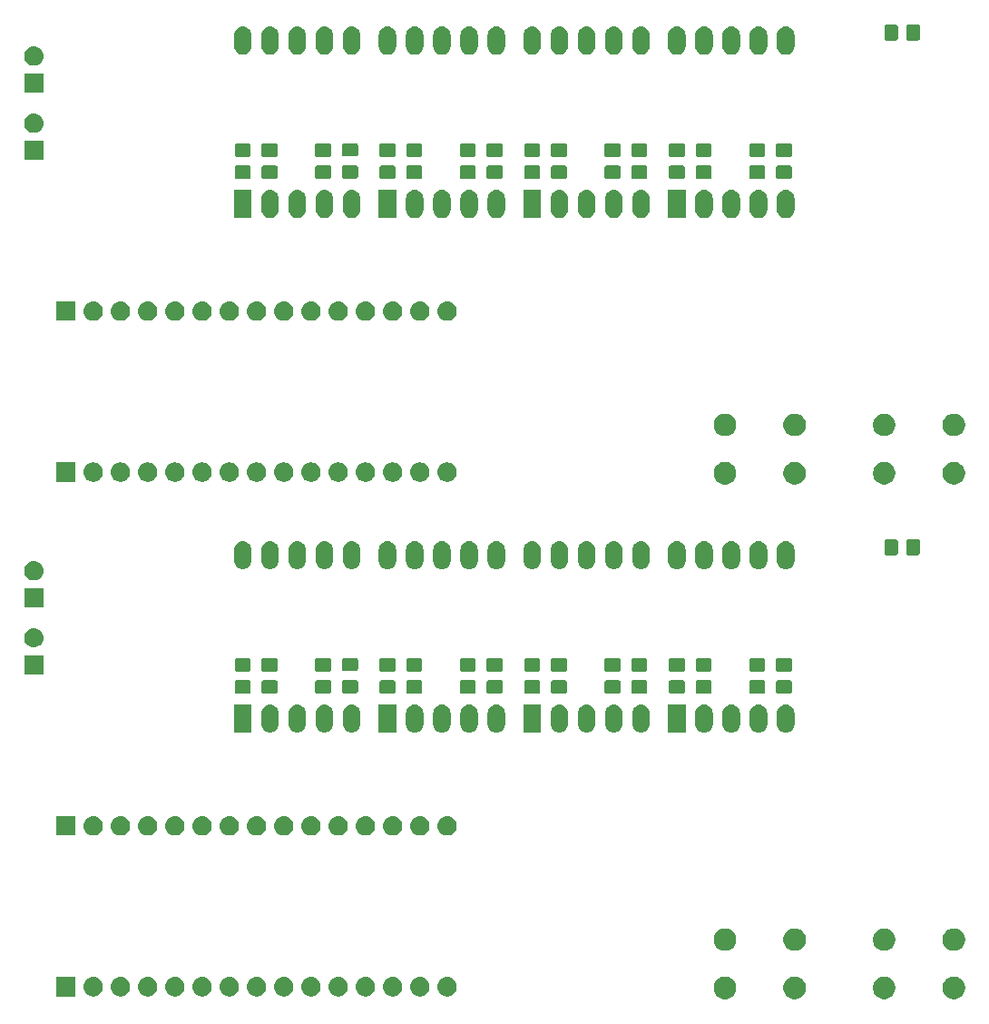
<source format=gbr>
G04 #@! TF.GenerationSoftware,KiCad,Pcbnew,(5.1.2)-1*
G04 #@! TF.CreationDate,2019-07-16T10:56:38+01:00*
G04 #@! TF.ProjectId,Reference_voltage,52656665-7265-46e6-9365-5f766f6c7461,rev?*
G04 #@! TF.SameCoordinates,Original*
G04 #@! TF.FileFunction,Soldermask,Bot*
G04 #@! TF.FilePolarity,Negative*
%FSLAX46Y46*%
G04 Gerber Fmt 4.6, Leading zero omitted, Abs format (unit mm)*
G04 Created by KiCad (PCBNEW (5.1.2)-1) date 2019-07-16 10:56:38*
%MOMM*%
%LPD*%
G04 APERTURE LIST*
%ADD10C,0.100000*%
G04 APERTURE END LIST*
D10*
G36*
X186156564Y-139089389D02*
G01*
X186335624Y-139163558D01*
X186347835Y-139168616D01*
X186465477Y-139247222D01*
X186519973Y-139283635D01*
X186666365Y-139430027D01*
X186781385Y-139602167D01*
X186860611Y-139793436D01*
X186901000Y-139996484D01*
X186901000Y-140203516D01*
X186860611Y-140406564D01*
X186781385Y-140597833D01*
X186781384Y-140597835D01*
X186666365Y-140769973D01*
X186519973Y-140916365D01*
X186347835Y-141031384D01*
X186347834Y-141031385D01*
X186347833Y-141031385D01*
X186156564Y-141110611D01*
X185953516Y-141151000D01*
X185746484Y-141151000D01*
X185543436Y-141110611D01*
X185352167Y-141031385D01*
X185352166Y-141031385D01*
X185352165Y-141031384D01*
X185180027Y-140916365D01*
X185033635Y-140769973D01*
X184918616Y-140597835D01*
X184918615Y-140597833D01*
X184839389Y-140406564D01*
X184799000Y-140203516D01*
X184799000Y-139996484D01*
X184839389Y-139793436D01*
X184918615Y-139602167D01*
X185033635Y-139430027D01*
X185180027Y-139283635D01*
X185234523Y-139247222D01*
X185352165Y-139168616D01*
X185364376Y-139163558D01*
X185543436Y-139089389D01*
X185746484Y-139049000D01*
X185953516Y-139049000D01*
X186156564Y-139089389D01*
X186156564Y-139089389D01*
G37*
G36*
X164806564Y-139089389D02*
G01*
X164985624Y-139163558D01*
X164997835Y-139168616D01*
X165115477Y-139247222D01*
X165169973Y-139283635D01*
X165316365Y-139430027D01*
X165431385Y-139602167D01*
X165510611Y-139793436D01*
X165551000Y-139996484D01*
X165551000Y-140203516D01*
X165510611Y-140406564D01*
X165431385Y-140597833D01*
X165431384Y-140597835D01*
X165316365Y-140769973D01*
X165169973Y-140916365D01*
X164997835Y-141031384D01*
X164997834Y-141031385D01*
X164997833Y-141031385D01*
X164806564Y-141110611D01*
X164603516Y-141151000D01*
X164396484Y-141151000D01*
X164193436Y-141110611D01*
X164002167Y-141031385D01*
X164002166Y-141031385D01*
X164002165Y-141031384D01*
X163830027Y-140916365D01*
X163683635Y-140769973D01*
X163568616Y-140597835D01*
X163568615Y-140597833D01*
X163489389Y-140406564D01*
X163449000Y-140203516D01*
X163449000Y-139996484D01*
X163489389Y-139793436D01*
X163568615Y-139602167D01*
X163683635Y-139430027D01*
X163830027Y-139283635D01*
X163884523Y-139247222D01*
X164002165Y-139168616D01*
X164014376Y-139163558D01*
X164193436Y-139089389D01*
X164396484Y-139049000D01*
X164603516Y-139049000D01*
X164806564Y-139089389D01*
X164806564Y-139089389D01*
G37*
G36*
X171306564Y-139089389D02*
G01*
X171485624Y-139163558D01*
X171497835Y-139168616D01*
X171615477Y-139247222D01*
X171669973Y-139283635D01*
X171816365Y-139430027D01*
X171931385Y-139602167D01*
X172010611Y-139793436D01*
X172051000Y-139996484D01*
X172051000Y-140203516D01*
X172010611Y-140406564D01*
X171931385Y-140597833D01*
X171931384Y-140597835D01*
X171816365Y-140769973D01*
X171669973Y-140916365D01*
X171497835Y-141031384D01*
X171497834Y-141031385D01*
X171497833Y-141031385D01*
X171306564Y-141110611D01*
X171103516Y-141151000D01*
X170896484Y-141151000D01*
X170693436Y-141110611D01*
X170502167Y-141031385D01*
X170502166Y-141031385D01*
X170502165Y-141031384D01*
X170330027Y-140916365D01*
X170183635Y-140769973D01*
X170068616Y-140597835D01*
X170068615Y-140597833D01*
X169989389Y-140406564D01*
X169949000Y-140203516D01*
X169949000Y-139996484D01*
X169989389Y-139793436D01*
X170068615Y-139602167D01*
X170183635Y-139430027D01*
X170330027Y-139283635D01*
X170384523Y-139247222D01*
X170502165Y-139168616D01*
X170514376Y-139163558D01*
X170693436Y-139089389D01*
X170896484Y-139049000D01*
X171103516Y-139049000D01*
X171306564Y-139089389D01*
X171306564Y-139089389D01*
G37*
G36*
X179656564Y-139089389D02*
G01*
X179835624Y-139163558D01*
X179847835Y-139168616D01*
X179965477Y-139247222D01*
X180019973Y-139283635D01*
X180166365Y-139430027D01*
X180281385Y-139602167D01*
X180360611Y-139793436D01*
X180401000Y-139996484D01*
X180401000Y-140203516D01*
X180360611Y-140406564D01*
X180281385Y-140597833D01*
X180281384Y-140597835D01*
X180166365Y-140769973D01*
X180019973Y-140916365D01*
X179847835Y-141031384D01*
X179847834Y-141031385D01*
X179847833Y-141031385D01*
X179656564Y-141110611D01*
X179453516Y-141151000D01*
X179246484Y-141151000D01*
X179043436Y-141110611D01*
X178852167Y-141031385D01*
X178852166Y-141031385D01*
X178852165Y-141031384D01*
X178680027Y-140916365D01*
X178533635Y-140769973D01*
X178418616Y-140597835D01*
X178418615Y-140597833D01*
X178339389Y-140406564D01*
X178299000Y-140203516D01*
X178299000Y-139996484D01*
X178339389Y-139793436D01*
X178418615Y-139602167D01*
X178533635Y-139430027D01*
X178680027Y-139283635D01*
X178734523Y-139247222D01*
X178852165Y-139168616D01*
X178864376Y-139163558D01*
X179043436Y-139089389D01*
X179246484Y-139049000D01*
X179453516Y-139049000D01*
X179656564Y-139089389D01*
X179656564Y-139089389D01*
G37*
G36*
X128510442Y-139105518D02*
G01*
X128576627Y-139112037D01*
X128746466Y-139163557D01*
X128902991Y-139247222D01*
X128938729Y-139276552D01*
X129040186Y-139359814D01*
X129097807Y-139430027D01*
X129152778Y-139497009D01*
X129152779Y-139497011D01*
X129208986Y-139602165D01*
X129236443Y-139653534D01*
X129287963Y-139823373D01*
X129305359Y-140000000D01*
X129287963Y-140176627D01*
X129236443Y-140346466D01*
X129152778Y-140502991D01*
X129123448Y-140538729D01*
X129040186Y-140640186D01*
X128938729Y-140723448D01*
X128902991Y-140752778D01*
X128746466Y-140836443D01*
X128576627Y-140887963D01*
X128510442Y-140894482D01*
X128444260Y-140901000D01*
X128355740Y-140901000D01*
X128289558Y-140894482D01*
X128223373Y-140887963D01*
X128053534Y-140836443D01*
X127897009Y-140752778D01*
X127861271Y-140723448D01*
X127759814Y-140640186D01*
X127676552Y-140538729D01*
X127647222Y-140502991D01*
X127563557Y-140346466D01*
X127512037Y-140176627D01*
X127494641Y-140000000D01*
X127512037Y-139823373D01*
X127563557Y-139653534D01*
X127591015Y-139602165D01*
X127647221Y-139497011D01*
X127647222Y-139497009D01*
X127702193Y-139430027D01*
X127759814Y-139359814D01*
X127861271Y-139276552D01*
X127897009Y-139247222D01*
X128053534Y-139163557D01*
X128223373Y-139112037D01*
X128289558Y-139105518D01*
X128355740Y-139099000D01*
X128444260Y-139099000D01*
X128510442Y-139105518D01*
X128510442Y-139105518D01*
G37*
G36*
X138670442Y-139105518D02*
G01*
X138736627Y-139112037D01*
X138906466Y-139163557D01*
X139062991Y-139247222D01*
X139098729Y-139276552D01*
X139200186Y-139359814D01*
X139257807Y-139430027D01*
X139312778Y-139497009D01*
X139312779Y-139497011D01*
X139368986Y-139602165D01*
X139396443Y-139653534D01*
X139447963Y-139823373D01*
X139465359Y-140000000D01*
X139447963Y-140176627D01*
X139396443Y-140346466D01*
X139312778Y-140502991D01*
X139283448Y-140538729D01*
X139200186Y-140640186D01*
X139098729Y-140723448D01*
X139062991Y-140752778D01*
X138906466Y-140836443D01*
X138736627Y-140887963D01*
X138670442Y-140894482D01*
X138604260Y-140901000D01*
X138515740Y-140901000D01*
X138449558Y-140894482D01*
X138383373Y-140887963D01*
X138213534Y-140836443D01*
X138057009Y-140752778D01*
X138021271Y-140723448D01*
X137919814Y-140640186D01*
X137836552Y-140538729D01*
X137807222Y-140502991D01*
X137723557Y-140346466D01*
X137672037Y-140176627D01*
X137654641Y-140000000D01*
X137672037Y-139823373D01*
X137723557Y-139653534D01*
X137751015Y-139602165D01*
X137807221Y-139497011D01*
X137807222Y-139497009D01*
X137862193Y-139430027D01*
X137919814Y-139359814D01*
X138021271Y-139276552D01*
X138057009Y-139247222D01*
X138213534Y-139163557D01*
X138383373Y-139112037D01*
X138449558Y-139105518D01*
X138515740Y-139099000D01*
X138604260Y-139099000D01*
X138670442Y-139105518D01*
X138670442Y-139105518D01*
G37*
G36*
X136130442Y-139105518D02*
G01*
X136196627Y-139112037D01*
X136366466Y-139163557D01*
X136522991Y-139247222D01*
X136558729Y-139276552D01*
X136660186Y-139359814D01*
X136717807Y-139430027D01*
X136772778Y-139497009D01*
X136772779Y-139497011D01*
X136828986Y-139602165D01*
X136856443Y-139653534D01*
X136907963Y-139823373D01*
X136925359Y-140000000D01*
X136907963Y-140176627D01*
X136856443Y-140346466D01*
X136772778Y-140502991D01*
X136743448Y-140538729D01*
X136660186Y-140640186D01*
X136558729Y-140723448D01*
X136522991Y-140752778D01*
X136366466Y-140836443D01*
X136196627Y-140887963D01*
X136130442Y-140894482D01*
X136064260Y-140901000D01*
X135975740Y-140901000D01*
X135909558Y-140894482D01*
X135843373Y-140887963D01*
X135673534Y-140836443D01*
X135517009Y-140752778D01*
X135481271Y-140723448D01*
X135379814Y-140640186D01*
X135296552Y-140538729D01*
X135267222Y-140502991D01*
X135183557Y-140346466D01*
X135132037Y-140176627D01*
X135114641Y-140000000D01*
X135132037Y-139823373D01*
X135183557Y-139653534D01*
X135211015Y-139602165D01*
X135267221Y-139497011D01*
X135267222Y-139497009D01*
X135322193Y-139430027D01*
X135379814Y-139359814D01*
X135481271Y-139276552D01*
X135517009Y-139247222D01*
X135673534Y-139163557D01*
X135843373Y-139112037D01*
X135909558Y-139105518D01*
X135975740Y-139099000D01*
X136064260Y-139099000D01*
X136130442Y-139105518D01*
X136130442Y-139105518D01*
G37*
G36*
X133590442Y-139105518D02*
G01*
X133656627Y-139112037D01*
X133826466Y-139163557D01*
X133982991Y-139247222D01*
X134018729Y-139276552D01*
X134120186Y-139359814D01*
X134177807Y-139430027D01*
X134232778Y-139497009D01*
X134232779Y-139497011D01*
X134288986Y-139602165D01*
X134316443Y-139653534D01*
X134367963Y-139823373D01*
X134385359Y-140000000D01*
X134367963Y-140176627D01*
X134316443Y-140346466D01*
X134232778Y-140502991D01*
X134203448Y-140538729D01*
X134120186Y-140640186D01*
X134018729Y-140723448D01*
X133982991Y-140752778D01*
X133826466Y-140836443D01*
X133656627Y-140887963D01*
X133590442Y-140894482D01*
X133524260Y-140901000D01*
X133435740Y-140901000D01*
X133369558Y-140894482D01*
X133303373Y-140887963D01*
X133133534Y-140836443D01*
X132977009Y-140752778D01*
X132941271Y-140723448D01*
X132839814Y-140640186D01*
X132756552Y-140538729D01*
X132727222Y-140502991D01*
X132643557Y-140346466D01*
X132592037Y-140176627D01*
X132574641Y-140000000D01*
X132592037Y-139823373D01*
X132643557Y-139653534D01*
X132671015Y-139602165D01*
X132727221Y-139497011D01*
X132727222Y-139497009D01*
X132782193Y-139430027D01*
X132839814Y-139359814D01*
X132941271Y-139276552D01*
X132977009Y-139247222D01*
X133133534Y-139163557D01*
X133303373Y-139112037D01*
X133369558Y-139105518D01*
X133435740Y-139099000D01*
X133524260Y-139099000D01*
X133590442Y-139105518D01*
X133590442Y-139105518D01*
G37*
G36*
X125970442Y-139105518D02*
G01*
X126036627Y-139112037D01*
X126206466Y-139163557D01*
X126362991Y-139247222D01*
X126398729Y-139276552D01*
X126500186Y-139359814D01*
X126557807Y-139430027D01*
X126612778Y-139497009D01*
X126612779Y-139497011D01*
X126668986Y-139602165D01*
X126696443Y-139653534D01*
X126747963Y-139823373D01*
X126765359Y-140000000D01*
X126747963Y-140176627D01*
X126696443Y-140346466D01*
X126612778Y-140502991D01*
X126583448Y-140538729D01*
X126500186Y-140640186D01*
X126398729Y-140723448D01*
X126362991Y-140752778D01*
X126206466Y-140836443D01*
X126036627Y-140887963D01*
X125970442Y-140894482D01*
X125904260Y-140901000D01*
X125815740Y-140901000D01*
X125749558Y-140894482D01*
X125683373Y-140887963D01*
X125513534Y-140836443D01*
X125357009Y-140752778D01*
X125321271Y-140723448D01*
X125219814Y-140640186D01*
X125136552Y-140538729D01*
X125107222Y-140502991D01*
X125023557Y-140346466D01*
X124972037Y-140176627D01*
X124954641Y-140000000D01*
X124972037Y-139823373D01*
X125023557Y-139653534D01*
X125051015Y-139602165D01*
X125107221Y-139497011D01*
X125107222Y-139497009D01*
X125162193Y-139430027D01*
X125219814Y-139359814D01*
X125321271Y-139276552D01*
X125357009Y-139247222D01*
X125513534Y-139163557D01*
X125683373Y-139112037D01*
X125749558Y-139105518D01*
X125815740Y-139099000D01*
X125904260Y-139099000D01*
X125970442Y-139105518D01*
X125970442Y-139105518D01*
G37*
G36*
X123430442Y-139105518D02*
G01*
X123496627Y-139112037D01*
X123666466Y-139163557D01*
X123822991Y-139247222D01*
X123858729Y-139276552D01*
X123960186Y-139359814D01*
X124017807Y-139430027D01*
X124072778Y-139497009D01*
X124072779Y-139497011D01*
X124128986Y-139602165D01*
X124156443Y-139653534D01*
X124207963Y-139823373D01*
X124225359Y-140000000D01*
X124207963Y-140176627D01*
X124156443Y-140346466D01*
X124072778Y-140502991D01*
X124043448Y-140538729D01*
X123960186Y-140640186D01*
X123858729Y-140723448D01*
X123822991Y-140752778D01*
X123666466Y-140836443D01*
X123496627Y-140887963D01*
X123430442Y-140894482D01*
X123364260Y-140901000D01*
X123275740Y-140901000D01*
X123209558Y-140894482D01*
X123143373Y-140887963D01*
X122973534Y-140836443D01*
X122817009Y-140752778D01*
X122781271Y-140723448D01*
X122679814Y-140640186D01*
X122596552Y-140538729D01*
X122567222Y-140502991D01*
X122483557Y-140346466D01*
X122432037Y-140176627D01*
X122414641Y-140000000D01*
X122432037Y-139823373D01*
X122483557Y-139653534D01*
X122511015Y-139602165D01*
X122567221Y-139497011D01*
X122567222Y-139497009D01*
X122622193Y-139430027D01*
X122679814Y-139359814D01*
X122781271Y-139276552D01*
X122817009Y-139247222D01*
X122973534Y-139163557D01*
X123143373Y-139112037D01*
X123209558Y-139105518D01*
X123275740Y-139099000D01*
X123364260Y-139099000D01*
X123430442Y-139105518D01*
X123430442Y-139105518D01*
G37*
G36*
X120890442Y-139105518D02*
G01*
X120956627Y-139112037D01*
X121126466Y-139163557D01*
X121282991Y-139247222D01*
X121318729Y-139276552D01*
X121420186Y-139359814D01*
X121477807Y-139430027D01*
X121532778Y-139497009D01*
X121532779Y-139497011D01*
X121588986Y-139602165D01*
X121616443Y-139653534D01*
X121667963Y-139823373D01*
X121685359Y-140000000D01*
X121667963Y-140176627D01*
X121616443Y-140346466D01*
X121532778Y-140502991D01*
X121503448Y-140538729D01*
X121420186Y-140640186D01*
X121318729Y-140723448D01*
X121282991Y-140752778D01*
X121126466Y-140836443D01*
X120956627Y-140887963D01*
X120890442Y-140894482D01*
X120824260Y-140901000D01*
X120735740Y-140901000D01*
X120669558Y-140894482D01*
X120603373Y-140887963D01*
X120433534Y-140836443D01*
X120277009Y-140752778D01*
X120241271Y-140723448D01*
X120139814Y-140640186D01*
X120056552Y-140538729D01*
X120027222Y-140502991D01*
X119943557Y-140346466D01*
X119892037Y-140176627D01*
X119874641Y-140000000D01*
X119892037Y-139823373D01*
X119943557Y-139653534D01*
X119971015Y-139602165D01*
X120027221Y-139497011D01*
X120027222Y-139497009D01*
X120082193Y-139430027D01*
X120139814Y-139359814D01*
X120241271Y-139276552D01*
X120277009Y-139247222D01*
X120433534Y-139163557D01*
X120603373Y-139112037D01*
X120669558Y-139105518D01*
X120735740Y-139099000D01*
X120824260Y-139099000D01*
X120890442Y-139105518D01*
X120890442Y-139105518D01*
G37*
G36*
X115810442Y-139105518D02*
G01*
X115876627Y-139112037D01*
X116046466Y-139163557D01*
X116202991Y-139247222D01*
X116238729Y-139276552D01*
X116340186Y-139359814D01*
X116397807Y-139430027D01*
X116452778Y-139497009D01*
X116452779Y-139497011D01*
X116508986Y-139602165D01*
X116536443Y-139653534D01*
X116587963Y-139823373D01*
X116605359Y-140000000D01*
X116587963Y-140176627D01*
X116536443Y-140346466D01*
X116452778Y-140502991D01*
X116423448Y-140538729D01*
X116340186Y-140640186D01*
X116238729Y-140723448D01*
X116202991Y-140752778D01*
X116046466Y-140836443D01*
X115876627Y-140887963D01*
X115810442Y-140894482D01*
X115744260Y-140901000D01*
X115655740Y-140901000D01*
X115589558Y-140894482D01*
X115523373Y-140887963D01*
X115353534Y-140836443D01*
X115197009Y-140752778D01*
X115161271Y-140723448D01*
X115059814Y-140640186D01*
X114976552Y-140538729D01*
X114947222Y-140502991D01*
X114863557Y-140346466D01*
X114812037Y-140176627D01*
X114794641Y-140000000D01*
X114812037Y-139823373D01*
X114863557Y-139653534D01*
X114891015Y-139602165D01*
X114947221Y-139497011D01*
X114947222Y-139497009D01*
X115002193Y-139430027D01*
X115059814Y-139359814D01*
X115161271Y-139276552D01*
X115197009Y-139247222D01*
X115353534Y-139163557D01*
X115523373Y-139112037D01*
X115589558Y-139105518D01*
X115655740Y-139099000D01*
X115744260Y-139099000D01*
X115810442Y-139105518D01*
X115810442Y-139105518D01*
G37*
G36*
X113270442Y-139105518D02*
G01*
X113336627Y-139112037D01*
X113506466Y-139163557D01*
X113662991Y-139247222D01*
X113698729Y-139276552D01*
X113800186Y-139359814D01*
X113857807Y-139430027D01*
X113912778Y-139497009D01*
X113912779Y-139497011D01*
X113968986Y-139602165D01*
X113996443Y-139653534D01*
X114047963Y-139823373D01*
X114065359Y-140000000D01*
X114047963Y-140176627D01*
X113996443Y-140346466D01*
X113912778Y-140502991D01*
X113883448Y-140538729D01*
X113800186Y-140640186D01*
X113698729Y-140723448D01*
X113662991Y-140752778D01*
X113506466Y-140836443D01*
X113336627Y-140887963D01*
X113270442Y-140894482D01*
X113204260Y-140901000D01*
X113115740Y-140901000D01*
X113049558Y-140894482D01*
X112983373Y-140887963D01*
X112813534Y-140836443D01*
X112657009Y-140752778D01*
X112621271Y-140723448D01*
X112519814Y-140640186D01*
X112436552Y-140538729D01*
X112407222Y-140502991D01*
X112323557Y-140346466D01*
X112272037Y-140176627D01*
X112254641Y-140000000D01*
X112272037Y-139823373D01*
X112323557Y-139653534D01*
X112351015Y-139602165D01*
X112407221Y-139497011D01*
X112407222Y-139497009D01*
X112462193Y-139430027D01*
X112519814Y-139359814D01*
X112621271Y-139276552D01*
X112657009Y-139247222D01*
X112813534Y-139163557D01*
X112983373Y-139112037D01*
X113049558Y-139105518D01*
X113115740Y-139099000D01*
X113204260Y-139099000D01*
X113270442Y-139105518D01*
X113270442Y-139105518D01*
G37*
G36*
X110730442Y-139105518D02*
G01*
X110796627Y-139112037D01*
X110966466Y-139163557D01*
X111122991Y-139247222D01*
X111158729Y-139276552D01*
X111260186Y-139359814D01*
X111317807Y-139430027D01*
X111372778Y-139497009D01*
X111372779Y-139497011D01*
X111428986Y-139602165D01*
X111456443Y-139653534D01*
X111507963Y-139823373D01*
X111525359Y-140000000D01*
X111507963Y-140176627D01*
X111456443Y-140346466D01*
X111372778Y-140502991D01*
X111343448Y-140538729D01*
X111260186Y-140640186D01*
X111158729Y-140723448D01*
X111122991Y-140752778D01*
X110966466Y-140836443D01*
X110796627Y-140887963D01*
X110730442Y-140894482D01*
X110664260Y-140901000D01*
X110575740Y-140901000D01*
X110509558Y-140894482D01*
X110443373Y-140887963D01*
X110273534Y-140836443D01*
X110117009Y-140752778D01*
X110081271Y-140723448D01*
X109979814Y-140640186D01*
X109896552Y-140538729D01*
X109867222Y-140502991D01*
X109783557Y-140346466D01*
X109732037Y-140176627D01*
X109714641Y-140000000D01*
X109732037Y-139823373D01*
X109783557Y-139653534D01*
X109811015Y-139602165D01*
X109867221Y-139497011D01*
X109867222Y-139497009D01*
X109922193Y-139430027D01*
X109979814Y-139359814D01*
X110081271Y-139276552D01*
X110117009Y-139247222D01*
X110273534Y-139163557D01*
X110443373Y-139112037D01*
X110509558Y-139105518D01*
X110575740Y-139099000D01*
X110664260Y-139099000D01*
X110730442Y-139105518D01*
X110730442Y-139105518D01*
G37*
G36*
X103901000Y-140901000D02*
G01*
X102099000Y-140901000D01*
X102099000Y-139099000D01*
X103901000Y-139099000D01*
X103901000Y-140901000D01*
X103901000Y-140901000D01*
G37*
G36*
X108190442Y-139105518D02*
G01*
X108256627Y-139112037D01*
X108426466Y-139163557D01*
X108582991Y-139247222D01*
X108618729Y-139276552D01*
X108720186Y-139359814D01*
X108777807Y-139430027D01*
X108832778Y-139497009D01*
X108832779Y-139497011D01*
X108888986Y-139602165D01*
X108916443Y-139653534D01*
X108967963Y-139823373D01*
X108985359Y-140000000D01*
X108967963Y-140176627D01*
X108916443Y-140346466D01*
X108832778Y-140502991D01*
X108803448Y-140538729D01*
X108720186Y-140640186D01*
X108618729Y-140723448D01*
X108582991Y-140752778D01*
X108426466Y-140836443D01*
X108256627Y-140887963D01*
X108190442Y-140894482D01*
X108124260Y-140901000D01*
X108035740Y-140901000D01*
X107969558Y-140894482D01*
X107903373Y-140887963D01*
X107733534Y-140836443D01*
X107577009Y-140752778D01*
X107541271Y-140723448D01*
X107439814Y-140640186D01*
X107356552Y-140538729D01*
X107327222Y-140502991D01*
X107243557Y-140346466D01*
X107192037Y-140176627D01*
X107174641Y-140000000D01*
X107192037Y-139823373D01*
X107243557Y-139653534D01*
X107271015Y-139602165D01*
X107327221Y-139497011D01*
X107327222Y-139497009D01*
X107382193Y-139430027D01*
X107439814Y-139359814D01*
X107541271Y-139276552D01*
X107577009Y-139247222D01*
X107733534Y-139163557D01*
X107903373Y-139112037D01*
X107969558Y-139105518D01*
X108035740Y-139099000D01*
X108124260Y-139099000D01*
X108190442Y-139105518D01*
X108190442Y-139105518D01*
G37*
G36*
X105650442Y-139105518D02*
G01*
X105716627Y-139112037D01*
X105886466Y-139163557D01*
X106042991Y-139247222D01*
X106078729Y-139276552D01*
X106180186Y-139359814D01*
X106237807Y-139430027D01*
X106292778Y-139497009D01*
X106292779Y-139497011D01*
X106348986Y-139602165D01*
X106376443Y-139653534D01*
X106427963Y-139823373D01*
X106445359Y-140000000D01*
X106427963Y-140176627D01*
X106376443Y-140346466D01*
X106292778Y-140502991D01*
X106263448Y-140538729D01*
X106180186Y-140640186D01*
X106078729Y-140723448D01*
X106042991Y-140752778D01*
X105886466Y-140836443D01*
X105716627Y-140887963D01*
X105650442Y-140894482D01*
X105584260Y-140901000D01*
X105495740Y-140901000D01*
X105429558Y-140894482D01*
X105363373Y-140887963D01*
X105193534Y-140836443D01*
X105037009Y-140752778D01*
X105001271Y-140723448D01*
X104899814Y-140640186D01*
X104816552Y-140538729D01*
X104787222Y-140502991D01*
X104703557Y-140346466D01*
X104652037Y-140176627D01*
X104634641Y-140000000D01*
X104652037Y-139823373D01*
X104703557Y-139653534D01*
X104731015Y-139602165D01*
X104787221Y-139497011D01*
X104787222Y-139497009D01*
X104842193Y-139430027D01*
X104899814Y-139359814D01*
X105001271Y-139276552D01*
X105037009Y-139247222D01*
X105193534Y-139163557D01*
X105363373Y-139112037D01*
X105429558Y-139105518D01*
X105495740Y-139099000D01*
X105584260Y-139099000D01*
X105650442Y-139105518D01*
X105650442Y-139105518D01*
G37*
G36*
X131050442Y-139105518D02*
G01*
X131116627Y-139112037D01*
X131286466Y-139163557D01*
X131442991Y-139247222D01*
X131478729Y-139276552D01*
X131580186Y-139359814D01*
X131637807Y-139430027D01*
X131692778Y-139497009D01*
X131692779Y-139497011D01*
X131748986Y-139602165D01*
X131776443Y-139653534D01*
X131827963Y-139823373D01*
X131845359Y-140000000D01*
X131827963Y-140176627D01*
X131776443Y-140346466D01*
X131692778Y-140502991D01*
X131663448Y-140538729D01*
X131580186Y-140640186D01*
X131478729Y-140723448D01*
X131442991Y-140752778D01*
X131286466Y-140836443D01*
X131116627Y-140887963D01*
X131050442Y-140894482D01*
X130984260Y-140901000D01*
X130895740Y-140901000D01*
X130829558Y-140894482D01*
X130763373Y-140887963D01*
X130593534Y-140836443D01*
X130437009Y-140752778D01*
X130401271Y-140723448D01*
X130299814Y-140640186D01*
X130216552Y-140538729D01*
X130187222Y-140502991D01*
X130103557Y-140346466D01*
X130052037Y-140176627D01*
X130034641Y-140000000D01*
X130052037Y-139823373D01*
X130103557Y-139653534D01*
X130131015Y-139602165D01*
X130187221Y-139497011D01*
X130187222Y-139497009D01*
X130242193Y-139430027D01*
X130299814Y-139359814D01*
X130401271Y-139276552D01*
X130437009Y-139247222D01*
X130593534Y-139163557D01*
X130763373Y-139112037D01*
X130829558Y-139105518D01*
X130895740Y-139099000D01*
X130984260Y-139099000D01*
X131050442Y-139105518D01*
X131050442Y-139105518D01*
G37*
G36*
X118350442Y-139105518D02*
G01*
X118416627Y-139112037D01*
X118586466Y-139163557D01*
X118742991Y-139247222D01*
X118778729Y-139276552D01*
X118880186Y-139359814D01*
X118937807Y-139430027D01*
X118992778Y-139497009D01*
X118992779Y-139497011D01*
X119048986Y-139602165D01*
X119076443Y-139653534D01*
X119127963Y-139823373D01*
X119145359Y-140000000D01*
X119127963Y-140176627D01*
X119076443Y-140346466D01*
X118992778Y-140502991D01*
X118963448Y-140538729D01*
X118880186Y-140640186D01*
X118778729Y-140723448D01*
X118742991Y-140752778D01*
X118586466Y-140836443D01*
X118416627Y-140887963D01*
X118350442Y-140894482D01*
X118284260Y-140901000D01*
X118195740Y-140901000D01*
X118129558Y-140894482D01*
X118063373Y-140887963D01*
X117893534Y-140836443D01*
X117737009Y-140752778D01*
X117701271Y-140723448D01*
X117599814Y-140640186D01*
X117516552Y-140538729D01*
X117487222Y-140502991D01*
X117403557Y-140346466D01*
X117352037Y-140176627D01*
X117334641Y-140000000D01*
X117352037Y-139823373D01*
X117403557Y-139653534D01*
X117431015Y-139602165D01*
X117487221Y-139497011D01*
X117487222Y-139497009D01*
X117542193Y-139430027D01*
X117599814Y-139359814D01*
X117701271Y-139276552D01*
X117737009Y-139247222D01*
X117893534Y-139163557D01*
X118063373Y-139112037D01*
X118129558Y-139105518D01*
X118195740Y-139099000D01*
X118284260Y-139099000D01*
X118350442Y-139105518D01*
X118350442Y-139105518D01*
G37*
G36*
X164806564Y-134589389D02*
G01*
X164997833Y-134668615D01*
X164997835Y-134668616D01*
X165169973Y-134783635D01*
X165316365Y-134930027D01*
X165431385Y-135102167D01*
X165510611Y-135293436D01*
X165551000Y-135496484D01*
X165551000Y-135703516D01*
X165510611Y-135906564D01*
X165431385Y-136097833D01*
X165431384Y-136097835D01*
X165316365Y-136269973D01*
X165169973Y-136416365D01*
X164997835Y-136531384D01*
X164997834Y-136531385D01*
X164997833Y-136531385D01*
X164806564Y-136610611D01*
X164603516Y-136651000D01*
X164396484Y-136651000D01*
X164193436Y-136610611D01*
X164002167Y-136531385D01*
X164002166Y-136531385D01*
X164002165Y-136531384D01*
X163830027Y-136416365D01*
X163683635Y-136269973D01*
X163568616Y-136097835D01*
X163568615Y-136097833D01*
X163489389Y-135906564D01*
X163449000Y-135703516D01*
X163449000Y-135496484D01*
X163489389Y-135293436D01*
X163568615Y-135102167D01*
X163683635Y-134930027D01*
X163830027Y-134783635D01*
X164002165Y-134668616D01*
X164002167Y-134668615D01*
X164193436Y-134589389D01*
X164396484Y-134549000D01*
X164603516Y-134549000D01*
X164806564Y-134589389D01*
X164806564Y-134589389D01*
G37*
G36*
X171306564Y-134589389D02*
G01*
X171497833Y-134668615D01*
X171497835Y-134668616D01*
X171669973Y-134783635D01*
X171816365Y-134930027D01*
X171931385Y-135102167D01*
X172010611Y-135293436D01*
X172051000Y-135496484D01*
X172051000Y-135703516D01*
X172010611Y-135906564D01*
X171931385Y-136097833D01*
X171931384Y-136097835D01*
X171816365Y-136269973D01*
X171669973Y-136416365D01*
X171497835Y-136531384D01*
X171497834Y-136531385D01*
X171497833Y-136531385D01*
X171306564Y-136610611D01*
X171103516Y-136651000D01*
X170896484Y-136651000D01*
X170693436Y-136610611D01*
X170502167Y-136531385D01*
X170502166Y-136531385D01*
X170502165Y-136531384D01*
X170330027Y-136416365D01*
X170183635Y-136269973D01*
X170068616Y-136097835D01*
X170068615Y-136097833D01*
X169989389Y-135906564D01*
X169949000Y-135703516D01*
X169949000Y-135496484D01*
X169989389Y-135293436D01*
X170068615Y-135102167D01*
X170183635Y-134930027D01*
X170330027Y-134783635D01*
X170502165Y-134668616D01*
X170502167Y-134668615D01*
X170693436Y-134589389D01*
X170896484Y-134549000D01*
X171103516Y-134549000D01*
X171306564Y-134589389D01*
X171306564Y-134589389D01*
G37*
G36*
X179656564Y-134589389D02*
G01*
X179847833Y-134668615D01*
X179847835Y-134668616D01*
X180019973Y-134783635D01*
X180166365Y-134930027D01*
X180281385Y-135102167D01*
X180360611Y-135293436D01*
X180401000Y-135496484D01*
X180401000Y-135703516D01*
X180360611Y-135906564D01*
X180281385Y-136097833D01*
X180281384Y-136097835D01*
X180166365Y-136269973D01*
X180019973Y-136416365D01*
X179847835Y-136531384D01*
X179847834Y-136531385D01*
X179847833Y-136531385D01*
X179656564Y-136610611D01*
X179453516Y-136651000D01*
X179246484Y-136651000D01*
X179043436Y-136610611D01*
X178852167Y-136531385D01*
X178852166Y-136531385D01*
X178852165Y-136531384D01*
X178680027Y-136416365D01*
X178533635Y-136269973D01*
X178418616Y-136097835D01*
X178418615Y-136097833D01*
X178339389Y-135906564D01*
X178299000Y-135703516D01*
X178299000Y-135496484D01*
X178339389Y-135293436D01*
X178418615Y-135102167D01*
X178533635Y-134930027D01*
X178680027Y-134783635D01*
X178852165Y-134668616D01*
X178852167Y-134668615D01*
X179043436Y-134589389D01*
X179246484Y-134549000D01*
X179453516Y-134549000D01*
X179656564Y-134589389D01*
X179656564Y-134589389D01*
G37*
G36*
X186156564Y-134589389D02*
G01*
X186347833Y-134668615D01*
X186347835Y-134668616D01*
X186519973Y-134783635D01*
X186666365Y-134930027D01*
X186781385Y-135102167D01*
X186860611Y-135293436D01*
X186901000Y-135496484D01*
X186901000Y-135703516D01*
X186860611Y-135906564D01*
X186781385Y-136097833D01*
X186781384Y-136097835D01*
X186666365Y-136269973D01*
X186519973Y-136416365D01*
X186347835Y-136531384D01*
X186347834Y-136531385D01*
X186347833Y-136531385D01*
X186156564Y-136610611D01*
X185953516Y-136651000D01*
X185746484Y-136651000D01*
X185543436Y-136610611D01*
X185352167Y-136531385D01*
X185352166Y-136531385D01*
X185352165Y-136531384D01*
X185180027Y-136416365D01*
X185033635Y-136269973D01*
X184918616Y-136097835D01*
X184918615Y-136097833D01*
X184839389Y-135906564D01*
X184799000Y-135703516D01*
X184799000Y-135496484D01*
X184839389Y-135293436D01*
X184918615Y-135102167D01*
X185033635Y-134930027D01*
X185180027Y-134783635D01*
X185352165Y-134668616D01*
X185352167Y-134668615D01*
X185543436Y-134589389D01*
X185746484Y-134549000D01*
X185953516Y-134549000D01*
X186156564Y-134589389D01*
X186156564Y-134589389D01*
G37*
G36*
X131050443Y-124105519D02*
G01*
X131116627Y-124112037D01*
X131286466Y-124163557D01*
X131442991Y-124247222D01*
X131478729Y-124276552D01*
X131580186Y-124359814D01*
X131663448Y-124461271D01*
X131692778Y-124497009D01*
X131776443Y-124653534D01*
X131827963Y-124823373D01*
X131845359Y-125000000D01*
X131827963Y-125176627D01*
X131776443Y-125346466D01*
X131692778Y-125502991D01*
X131663448Y-125538729D01*
X131580186Y-125640186D01*
X131478729Y-125723448D01*
X131442991Y-125752778D01*
X131286466Y-125836443D01*
X131116627Y-125887963D01*
X131050443Y-125894481D01*
X130984260Y-125901000D01*
X130895740Y-125901000D01*
X130829557Y-125894481D01*
X130763373Y-125887963D01*
X130593534Y-125836443D01*
X130437009Y-125752778D01*
X130401271Y-125723448D01*
X130299814Y-125640186D01*
X130216552Y-125538729D01*
X130187222Y-125502991D01*
X130103557Y-125346466D01*
X130052037Y-125176627D01*
X130034641Y-125000000D01*
X130052037Y-124823373D01*
X130103557Y-124653534D01*
X130187222Y-124497009D01*
X130216552Y-124461271D01*
X130299814Y-124359814D01*
X130401271Y-124276552D01*
X130437009Y-124247222D01*
X130593534Y-124163557D01*
X130763373Y-124112037D01*
X130829557Y-124105519D01*
X130895740Y-124099000D01*
X130984260Y-124099000D01*
X131050443Y-124105519D01*
X131050443Y-124105519D01*
G37*
G36*
X120890443Y-124105519D02*
G01*
X120956627Y-124112037D01*
X121126466Y-124163557D01*
X121282991Y-124247222D01*
X121318729Y-124276552D01*
X121420186Y-124359814D01*
X121503448Y-124461271D01*
X121532778Y-124497009D01*
X121616443Y-124653534D01*
X121667963Y-124823373D01*
X121685359Y-125000000D01*
X121667963Y-125176627D01*
X121616443Y-125346466D01*
X121532778Y-125502991D01*
X121503448Y-125538729D01*
X121420186Y-125640186D01*
X121318729Y-125723448D01*
X121282991Y-125752778D01*
X121126466Y-125836443D01*
X120956627Y-125887963D01*
X120890443Y-125894481D01*
X120824260Y-125901000D01*
X120735740Y-125901000D01*
X120669557Y-125894481D01*
X120603373Y-125887963D01*
X120433534Y-125836443D01*
X120277009Y-125752778D01*
X120241271Y-125723448D01*
X120139814Y-125640186D01*
X120056552Y-125538729D01*
X120027222Y-125502991D01*
X119943557Y-125346466D01*
X119892037Y-125176627D01*
X119874641Y-125000000D01*
X119892037Y-124823373D01*
X119943557Y-124653534D01*
X120027222Y-124497009D01*
X120056552Y-124461271D01*
X120139814Y-124359814D01*
X120241271Y-124276552D01*
X120277009Y-124247222D01*
X120433534Y-124163557D01*
X120603373Y-124112037D01*
X120669557Y-124105519D01*
X120735740Y-124099000D01*
X120824260Y-124099000D01*
X120890443Y-124105519D01*
X120890443Y-124105519D01*
G37*
G36*
X123430443Y-124105519D02*
G01*
X123496627Y-124112037D01*
X123666466Y-124163557D01*
X123822991Y-124247222D01*
X123858729Y-124276552D01*
X123960186Y-124359814D01*
X124043448Y-124461271D01*
X124072778Y-124497009D01*
X124156443Y-124653534D01*
X124207963Y-124823373D01*
X124225359Y-125000000D01*
X124207963Y-125176627D01*
X124156443Y-125346466D01*
X124072778Y-125502991D01*
X124043448Y-125538729D01*
X123960186Y-125640186D01*
X123858729Y-125723448D01*
X123822991Y-125752778D01*
X123666466Y-125836443D01*
X123496627Y-125887963D01*
X123430443Y-125894481D01*
X123364260Y-125901000D01*
X123275740Y-125901000D01*
X123209557Y-125894481D01*
X123143373Y-125887963D01*
X122973534Y-125836443D01*
X122817009Y-125752778D01*
X122781271Y-125723448D01*
X122679814Y-125640186D01*
X122596552Y-125538729D01*
X122567222Y-125502991D01*
X122483557Y-125346466D01*
X122432037Y-125176627D01*
X122414641Y-125000000D01*
X122432037Y-124823373D01*
X122483557Y-124653534D01*
X122567222Y-124497009D01*
X122596552Y-124461271D01*
X122679814Y-124359814D01*
X122781271Y-124276552D01*
X122817009Y-124247222D01*
X122973534Y-124163557D01*
X123143373Y-124112037D01*
X123209557Y-124105519D01*
X123275740Y-124099000D01*
X123364260Y-124099000D01*
X123430443Y-124105519D01*
X123430443Y-124105519D01*
G37*
G36*
X125970443Y-124105519D02*
G01*
X126036627Y-124112037D01*
X126206466Y-124163557D01*
X126362991Y-124247222D01*
X126398729Y-124276552D01*
X126500186Y-124359814D01*
X126583448Y-124461271D01*
X126612778Y-124497009D01*
X126696443Y-124653534D01*
X126747963Y-124823373D01*
X126765359Y-125000000D01*
X126747963Y-125176627D01*
X126696443Y-125346466D01*
X126612778Y-125502991D01*
X126583448Y-125538729D01*
X126500186Y-125640186D01*
X126398729Y-125723448D01*
X126362991Y-125752778D01*
X126206466Y-125836443D01*
X126036627Y-125887963D01*
X125970443Y-125894481D01*
X125904260Y-125901000D01*
X125815740Y-125901000D01*
X125749557Y-125894481D01*
X125683373Y-125887963D01*
X125513534Y-125836443D01*
X125357009Y-125752778D01*
X125321271Y-125723448D01*
X125219814Y-125640186D01*
X125136552Y-125538729D01*
X125107222Y-125502991D01*
X125023557Y-125346466D01*
X124972037Y-125176627D01*
X124954641Y-125000000D01*
X124972037Y-124823373D01*
X125023557Y-124653534D01*
X125107222Y-124497009D01*
X125136552Y-124461271D01*
X125219814Y-124359814D01*
X125321271Y-124276552D01*
X125357009Y-124247222D01*
X125513534Y-124163557D01*
X125683373Y-124112037D01*
X125749557Y-124105519D01*
X125815740Y-124099000D01*
X125904260Y-124099000D01*
X125970443Y-124105519D01*
X125970443Y-124105519D01*
G37*
G36*
X128510443Y-124105519D02*
G01*
X128576627Y-124112037D01*
X128746466Y-124163557D01*
X128902991Y-124247222D01*
X128938729Y-124276552D01*
X129040186Y-124359814D01*
X129123448Y-124461271D01*
X129152778Y-124497009D01*
X129236443Y-124653534D01*
X129287963Y-124823373D01*
X129305359Y-125000000D01*
X129287963Y-125176627D01*
X129236443Y-125346466D01*
X129152778Y-125502991D01*
X129123448Y-125538729D01*
X129040186Y-125640186D01*
X128938729Y-125723448D01*
X128902991Y-125752778D01*
X128746466Y-125836443D01*
X128576627Y-125887963D01*
X128510443Y-125894481D01*
X128444260Y-125901000D01*
X128355740Y-125901000D01*
X128289557Y-125894481D01*
X128223373Y-125887963D01*
X128053534Y-125836443D01*
X127897009Y-125752778D01*
X127861271Y-125723448D01*
X127759814Y-125640186D01*
X127676552Y-125538729D01*
X127647222Y-125502991D01*
X127563557Y-125346466D01*
X127512037Y-125176627D01*
X127494641Y-125000000D01*
X127512037Y-124823373D01*
X127563557Y-124653534D01*
X127647222Y-124497009D01*
X127676552Y-124461271D01*
X127759814Y-124359814D01*
X127861271Y-124276552D01*
X127897009Y-124247222D01*
X128053534Y-124163557D01*
X128223373Y-124112037D01*
X128289557Y-124105519D01*
X128355740Y-124099000D01*
X128444260Y-124099000D01*
X128510443Y-124105519D01*
X128510443Y-124105519D01*
G37*
G36*
X133590443Y-124105519D02*
G01*
X133656627Y-124112037D01*
X133826466Y-124163557D01*
X133982991Y-124247222D01*
X134018729Y-124276552D01*
X134120186Y-124359814D01*
X134203448Y-124461271D01*
X134232778Y-124497009D01*
X134316443Y-124653534D01*
X134367963Y-124823373D01*
X134385359Y-125000000D01*
X134367963Y-125176627D01*
X134316443Y-125346466D01*
X134232778Y-125502991D01*
X134203448Y-125538729D01*
X134120186Y-125640186D01*
X134018729Y-125723448D01*
X133982991Y-125752778D01*
X133826466Y-125836443D01*
X133656627Y-125887963D01*
X133590443Y-125894481D01*
X133524260Y-125901000D01*
X133435740Y-125901000D01*
X133369557Y-125894481D01*
X133303373Y-125887963D01*
X133133534Y-125836443D01*
X132977009Y-125752778D01*
X132941271Y-125723448D01*
X132839814Y-125640186D01*
X132756552Y-125538729D01*
X132727222Y-125502991D01*
X132643557Y-125346466D01*
X132592037Y-125176627D01*
X132574641Y-125000000D01*
X132592037Y-124823373D01*
X132643557Y-124653534D01*
X132727222Y-124497009D01*
X132756552Y-124461271D01*
X132839814Y-124359814D01*
X132941271Y-124276552D01*
X132977009Y-124247222D01*
X133133534Y-124163557D01*
X133303373Y-124112037D01*
X133369557Y-124105519D01*
X133435740Y-124099000D01*
X133524260Y-124099000D01*
X133590443Y-124105519D01*
X133590443Y-124105519D01*
G37*
G36*
X115810443Y-124105519D02*
G01*
X115876627Y-124112037D01*
X116046466Y-124163557D01*
X116202991Y-124247222D01*
X116238729Y-124276552D01*
X116340186Y-124359814D01*
X116423448Y-124461271D01*
X116452778Y-124497009D01*
X116536443Y-124653534D01*
X116587963Y-124823373D01*
X116605359Y-125000000D01*
X116587963Y-125176627D01*
X116536443Y-125346466D01*
X116452778Y-125502991D01*
X116423448Y-125538729D01*
X116340186Y-125640186D01*
X116238729Y-125723448D01*
X116202991Y-125752778D01*
X116046466Y-125836443D01*
X115876627Y-125887963D01*
X115810443Y-125894481D01*
X115744260Y-125901000D01*
X115655740Y-125901000D01*
X115589557Y-125894481D01*
X115523373Y-125887963D01*
X115353534Y-125836443D01*
X115197009Y-125752778D01*
X115161271Y-125723448D01*
X115059814Y-125640186D01*
X114976552Y-125538729D01*
X114947222Y-125502991D01*
X114863557Y-125346466D01*
X114812037Y-125176627D01*
X114794641Y-125000000D01*
X114812037Y-124823373D01*
X114863557Y-124653534D01*
X114947222Y-124497009D01*
X114976552Y-124461271D01*
X115059814Y-124359814D01*
X115161271Y-124276552D01*
X115197009Y-124247222D01*
X115353534Y-124163557D01*
X115523373Y-124112037D01*
X115589557Y-124105519D01*
X115655740Y-124099000D01*
X115744260Y-124099000D01*
X115810443Y-124105519D01*
X115810443Y-124105519D01*
G37*
G36*
X110730443Y-124105519D02*
G01*
X110796627Y-124112037D01*
X110966466Y-124163557D01*
X111122991Y-124247222D01*
X111158729Y-124276552D01*
X111260186Y-124359814D01*
X111343448Y-124461271D01*
X111372778Y-124497009D01*
X111456443Y-124653534D01*
X111507963Y-124823373D01*
X111525359Y-125000000D01*
X111507963Y-125176627D01*
X111456443Y-125346466D01*
X111372778Y-125502991D01*
X111343448Y-125538729D01*
X111260186Y-125640186D01*
X111158729Y-125723448D01*
X111122991Y-125752778D01*
X110966466Y-125836443D01*
X110796627Y-125887963D01*
X110730443Y-125894481D01*
X110664260Y-125901000D01*
X110575740Y-125901000D01*
X110509557Y-125894481D01*
X110443373Y-125887963D01*
X110273534Y-125836443D01*
X110117009Y-125752778D01*
X110081271Y-125723448D01*
X109979814Y-125640186D01*
X109896552Y-125538729D01*
X109867222Y-125502991D01*
X109783557Y-125346466D01*
X109732037Y-125176627D01*
X109714641Y-125000000D01*
X109732037Y-124823373D01*
X109783557Y-124653534D01*
X109867222Y-124497009D01*
X109896552Y-124461271D01*
X109979814Y-124359814D01*
X110081271Y-124276552D01*
X110117009Y-124247222D01*
X110273534Y-124163557D01*
X110443373Y-124112037D01*
X110509557Y-124105519D01*
X110575740Y-124099000D01*
X110664260Y-124099000D01*
X110730443Y-124105519D01*
X110730443Y-124105519D01*
G37*
G36*
X108190443Y-124105519D02*
G01*
X108256627Y-124112037D01*
X108426466Y-124163557D01*
X108582991Y-124247222D01*
X108618729Y-124276552D01*
X108720186Y-124359814D01*
X108803448Y-124461271D01*
X108832778Y-124497009D01*
X108916443Y-124653534D01*
X108967963Y-124823373D01*
X108985359Y-125000000D01*
X108967963Y-125176627D01*
X108916443Y-125346466D01*
X108832778Y-125502991D01*
X108803448Y-125538729D01*
X108720186Y-125640186D01*
X108618729Y-125723448D01*
X108582991Y-125752778D01*
X108426466Y-125836443D01*
X108256627Y-125887963D01*
X108190443Y-125894481D01*
X108124260Y-125901000D01*
X108035740Y-125901000D01*
X107969557Y-125894481D01*
X107903373Y-125887963D01*
X107733534Y-125836443D01*
X107577009Y-125752778D01*
X107541271Y-125723448D01*
X107439814Y-125640186D01*
X107356552Y-125538729D01*
X107327222Y-125502991D01*
X107243557Y-125346466D01*
X107192037Y-125176627D01*
X107174641Y-125000000D01*
X107192037Y-124823373D01*
X107243557Y-124653534D01*
X107327222Y-124497009D01*
X107356552Y-124461271D01*
X107439814Y-124359814D01*
X107541271Y-124276552D01*
X107577009Y-124247222D01*
X107733534Y-124163557D01*
X107903373Y-124112037D01*
X107969557Y-124105519D01*
X108035740Y-124099000D01*
X108124260Y-124099000D01*
X108190443Y-124105519D01*
X108190443Y-124105519D01*
G37*
G36*
X136130443Y-124105519D02*
G01*
X136196627Y-124112037D01*
X136366466Y-124163557D01*
X136522991Y-124247222D01*
X136558729Y-124276552D01*
X136660186Y-124359814D01*
X136743448Y-124461271D01*
X136772778Y-124497009D01*
X136856443Y-124653534D01*
X136907963Y-124823373D01*
X136925359Y-125000000D01*
X136907963Y-125176627D01*
X136856443Y-125346466D01*
X136772778Y-125502991D01*
X136743448Y-125538729D01*
X136660186Y-125640186D01*
X136558729Y-125723448D01*
X136522991Y-125752778D01*
X136366466Y-125836443D01*
X136196627Y-125887963D01*
X136130443Y-125894481D01*
X136064260Y-125901000D01*
X135975740Y-125901000D01*
X135909557Y-125894481D01*
X135843373Y-125887963D01*
X135673534Y-125836443D01*
X135517009Y-125752778D01*
X135481271Y-125723448D01*
X135379814Y-125640186D01*
X135296552Y-125538729D01*
X135267222Y-125502991D01*
X135183557Y-125346466D01*
X135132037Y-125176627D01*
X135114641Y-125000000D01*
X135132037Y-124823373D01*
X135183557Y-124653534D01*
X135267222Y-124497009D01*
X135296552Y-124461271D01*
X135379814Y-124359814D01*
X135481271Y-124276552D01*
X135517009Y-124247222D01*
X135673534Y-124163557D01*
X135843373Y-124112037D01*
X135909557Y-124105519D01*
X135975740Y-124099000D01*
X136064260Y-124099000D01*
X136130443Y-124105519D01*
X136130443Y-124105519D01*
G37*
G36*
X105650443Y-124105519D02*
G01*
X105716627Y-124112037D01*
X105886466Y-124163557D01*
X106042991Y-124247222D01*
X106078729Y-124276552D01*
X106180186Y-124359814D01*
X106263448Y-124461271D01*
X106292778Y-124497009D01*
X106376443Y-124653534D01*
X106427963Y-124823373D01*
X106445359Y-125000000D01*
X106427963Y-125176627D01*
X106376443Y-125346466D01*
X106292778Y-125502991D01*
X106263448Y-125538729D01*
X106180186Y-125640186D01*
X106078729Y-125723448D01*
X106042991Y-125752778D01*
X105886466Y-125836443D01*
X105716627Y-125887963D01*
X105650443Y-125894481D01*
X105584260Y-125901000D01*
X105495740Y-125901000D01*
X105429557Y-125894481D01*
X105363373Y-125887963D01*
X105193534Y-125836443D01*
X105037009Y-125752778D01*
X105001271Y-125723448D01*
X104899814Y-125640186D01*
X104816552Y-125538729D01*
X104787222Y-125502991D01*
X104703557Y-125346466D01*
X104652037Y-125176627D01*
X104634641Y-125000000D01*
X104652037Y-124823373D01*
X104703557Y-124653534D01*
X104787222Y-124497009D01*
X104816552Y-124461271D01*
X104899814Y-124359814D01*
X105001271Y-124276552D01*
X105037009Y-124247222D01*
X105193534Y-124163557D01*
X105363373Y-124112037D01*
X105429557Y-124105519D01*
X105495740Y-124099000D01*
X105584260Y-124099000D01*
X105650443Y-124105519D01*
X105650443Y-124105519D01*
G37*
G36*
X103901000Y-125901000D02*
G01*
X102099000Y-125901000D01*
X102099000Y-124099000D01*
X103901000Y-124099000D01*
X103901000Y-125901000D01*
X103901000Y-125901000D01*
G37*
G36*
X118350443Y-124105519D02*
G01*
X118416627Y-124112037D01*
X118586466Y-124163557D01*
X118742991Y-124247222D01*
X118778729Y-124276552D01*
X118880186Y-124359814D01*
X118963448Y-124461271D01*
X118992778Y-124497009D01*
X119076443Y-124653534D01*
X119127963Y-124823373D01*
X119145359Y-125000000D01*
X119127963Y-125176627D01*
X119076443Y-125346466D01*
X118992778Y-125502991D01*
X118963448Y-125538729D01*
X118880186Y-125640186D01*
X118778729Y-125723448D01*
X118742991Y-125752778D01*
X118586466Y-125836443D01*
X118416627Y-125887963D01*
X118350443Y-125894481D01*
X118284260Y-125901000D01*
X118195740Y-125901000D01*
X118129557Y-125894481D01*
X118063373Y-125887963D01*
X117893534Y-125836443D01*
X117737009Y-125752778D01*
X117701271Y-125723448D01*
X117599814Y-125640186D01*
X117516552Y-125538729D01*
X117487222Y-125502991D01*
X117403557Y-125346466D01*
X117352037Y-125176627D01*
X117334641Y-125000000D01*
X117352037Y-124823373D01*
X117403557Y-124653534D01*
X117487222Y-124497009D01*
X117516552Y-124461271D01*
X117599814Y-124359814D01*
X117701271Y-124276552D01*
X117737009Y-124247222D01*
X117893534Y-124163557D01*
X118063373Y-124112037D01*
X118129557Y-124105519D01*
X118195740Y-124099000D01*
X118284260Y-124099000D01*
X118350443Y-124105519D01*
X118350443Y-124105519D01*
G37*
G36*
X138670443Y-124105519D02*
G01*
X138736627Y-124112037D01*
X138906466Y-124163557D01*
X139062991Y-124247222D01*
X139098729Y-124276552D01*
X139200186Y-124359814D01*
X139283448Y-124461271D01*
X139312778Y-124497009D01*
X139396443Y-124653534D01*
X139447963Y-124823373D01*
X139465359Y-125000000D01*
X139447963Y-125176627D01*
X139396443Y-125346466D01*
X139312778Y-125502991D01*
X139283448Y-125538729D01*
X139200186Y-125640186D01*
X139098729Y-125723448D01*
X139062991Y-125752778D01*
X138906466Y-125836443D01*
X138736627Y-125887963D01*
X138670443Y-125894481D01*
X138604260Y-125901000D01*
X138515740Y-125901000D01*
X138449557Y-125894481D01*
X138383373Y-125887963D01*
X138213534Y-125836443D01*
X138057009Y-125752778D01*
X138021271Y-125723448D01*
X137919814Y-125640186D01*
X137836552Y-125538729D01*
X137807222Y-125502991D01*
X137723557Y-125346466D01*
X137672037Y-125176627D01*
X137654641Y-125000000D01*
X137672037Y-124823373D01*
X137723557Y-124653534D01*
X137807222Y-124497009D01*
X137836552Y-124461271D01*
X137919814Y-124359814D01*
X138021271Y-124276552D01*
X138057009Y-124247222D01*
X138213534Y-124163557D01*
X138383373Y-124112037D01*
X138449557Y-124105519D01*
X138515740Y-124099000D01*
X138604260Y-124099000D01*
X138670443Y-124105519D01*
X138670443Y-124105519D01*
G37*
G36*
X113270443Y-124105519D02*
G01*
X113336627Y-124112037D01*
X113506466Y-124163557D01*
X113662991Y-124247222D01*
X113698729Y-124276552D01*
X113800186Y-124359814D01*
X113883448Y-124461271D01*
X113912778Y-124497009D01*
X113996443Y-124653534D01*
X114047963Y-124823373D01*
X114065359Y-125000000D01*
X114047963Y-125176627D01*
X113996443Y-125346466D01*
X113912778Y-125502991D01*
X113883448Y-125538729D01*
X113800186Y-125640186D01*
X113698729Y-125723448D01*
X113662991Y-125752778D01*
X113506466Y-125836443D01*
X113336627Y-125887963D01*
X113270443Y-125894481D01*
X113204260Y-125901000D01*
X113115740Y-125901000D01*
X113049557Y-125894481D01*
X112983373Y-125887963D01*
X112813534Y-125836443D01*
X112657009Y-125752778D01*
X112621271Y-125723448D01*
X112519814Y-125640186D01*
X112436552Y-125538729D01*
X112407222Y-125502991D01*
X112323557Y-125346466D01*
X112272037Y-125176627D01*
X112254641Y-125000000D01*
X112272037Y-124823373D01*
X112323557Y-124653534D01*
X112407222Y-124497009D01*
X112436552Y-124461271D01*
X112519814Y-124359814D01*
X112621271Y-124276552D01*
X112657009Y-124247222D01*
X112813534Y-124163557D01*
X112983373Y-124112037D01*
X113049557Y-124105519D01*
X113115740Y-124099000D01*
X113204260Y-124099000D01*
X113270443Y-124105519D01*
X113270443Y-124105519D01*
G37*
G36*
X122199375Y-113698764D02*
G01*
X122352626Y-113745252D01*
X122352629Y-113745253D01*
X122493863Y-113820744D01*
X122617659Y-113922341D01*
X122719256Y-114046137D01*
X122794747Y-114187370D01*
X122794747Y-114187371D01*
X122794748Y-114187373D01*
X122841236Y-114340624D01*
X122853000Y-114460067D01*
X122853000Y-115539933D01*
X122841236Y-115659376D01*
X122794748Y-115812627D01*
X122794747Y-115812630D01*
X122719256Y-115953863D01*
X122617659Y-116077659D01*
X122493863Y-116179256D01*
X122352630Y-116254747D01*
X122352627Y-116254748D01*
X122199376Y-116301236D01*
X122040000Y-116316933D01*
X121880625Y-116301236D01*
X121727374Y-116254748D01*
X121727371Y-116254747D01*
X121586138Y-116179256D01*
X121462342Y-116077659D01*
X121360745Y-115953863D01*
X121285254Y-115812630D01*
X121285253Y-115812627D01*
X121238765Y-115659376D01*
X121227001Y-115539933D01*
X121227000Y-114460068D01*
X121238764Y-114340625D01*
X121285252Y-114187374D01*
X121285253Y-114187371D01*
X121360744Y-114046137D01*
X121462341Y-113922341D01*
X121586137Y-113820744D01*
X121727370Y-113745253D01*
X121727373Y-113745252D01*
X121880624Y-113698764D01*
X122040000Y-113683067D01*
X122199375Y-113698764D01*
X122199375Y-113698764D01*
G37*
G36*
X162699375Y-113698764D02*
G01*
X162852626Y-113745252D01*
X162852629Y-113745253D01*
X162993863Y-113820744D01*
X163117659Y-113922341D01*
X163219256Y-114046137D01*
X163294747Y-114187370D01*
X163294747Y-114187371D01*
X163294748Y-114187373D01*
X163341236Y-114340624D01*
X163353000Y-114460067D01*
X163353000Y-115539933D01*
X163341236Y-115659376D01*
X163294748Y-115812627D01*
X163294747Y-115812630D01*
X163219256Y-115953863D01*
X163117659Y-116077659D01*
X162993863Y-116179256D01*
X162852630Y-116254747D01*
X162852627Y-116254748D01*
X162699376Y-116301236D01*
X162540000Y-116316933D01*
X162380625Y-116301236D01*
X162227374Y-116254748D01*
X162227371Y-116254747D01*
X162086138Y-116179256D01*
X161962342Y-116077659D01*
X161860745Y-115953863D01*
X161785254Y-115812630D01*
X161785253Y-115812627D01*
X161738765Y-115659376D01*
X161727001Y-115539933D01*
X161727000Y-114460068D01*
X161738764Y-114340625D01*
X161785252Y-114187374D01*
X161785253Y-114187371D01*
X161860744Y-114046137D01*
X161962341Y-113922341D01*
X162086137Y-113820744D01*
X162227370Y-113745253D01*
X162227373Y-113745252D01*
X162380624Y-113698764D01*
X162540000Y-113683067D01*
X162699375Y-113698764D01*
X162699375Y-113698764D01*
G37*
G36*
X165239375Y-113698764D02*
G01*
X165392626Y-113745252D01*
X165392629Y-113745253D01*
X165533863Y-113820744D01*
X165657659Y-113922341D01*
X165759256Y-114046137D01*
X165834747Y-114187370D01*
X165834747Y-114187371D01*
X165834748Y-114187373D01*
X165881236Y-114340624D01*
X165893000Y-114460067D01*
X165893000Y-115539933D01*
X165881236Y-115659376D01*
X165834748Y-115812627D01*
X165834747Y-115812630D01*
X165759256Y-115953863D01*
X165657659Y-116077659D01*
X165533863Y-116179256D01*
X165392630Y-116254747D01*
X165392627Y-116254748D01*
X165239376Y-116301236D01*
X165080000Y-116316933D01*
X164920625Y-116301236D01*
X164767374Y-116254748D01*
X164767371Y-116254747D01*
X164626138Y-116179256D01*
X164502342Y-116077659D01*
X164400745Y-115953863D01*
X164325254Y-115812630D01*
X164325253Y-115812627D01*
X164278765Y-115659376D01*
X164267001Y-115539933D01*
X164267000Y-114460068D01*
X164278764Y-114340625D01*
X164325252Y-114187374D01*
X164325253Y-114187371D01*
X164400744Y-114046137D01*
X164502341Y-113922341D01*
X164626137Y-113820744D01*
X164767370Y-113745253D01*
X164767373Y-113745252D01*
X164920624Y-113698764D01*
X165080000Y-113683067D01*
X165239375Y-113698764D01*
X165239375Y-113698764D01*
G37*
G36*
X129819375Y-113698764D02*
G01*
X129972626Y-113745252D01*
X129972629Y-113745253D01*
X130113863Y-113820744D01*
X130237659Y-113922341D01*
X130339256Y-114046137D01*
X130414747Y-114187370D01*
X130414747Y-114187371D01*
X130414748Y-114187373D01*
X130461236Y-114340624D01*
X130473000Y-114460067D01*
X130473000Y-115539933D01*
X130461236Y-115659376D01*
X130414748Y-115812627D01*
X130414747Y-115812630D01*
X130339256Y-115953863D01*
X130237659Y-116077659D01*
X130113863Y-116179256D01*
X129972630Y-116254747D01*
X129972627Y-116254748D01*
X129819376Y-116301236D01*
X129660000Y-116316933D01*
X129500625Y-116301236D01*
X129347374Y-116254748D01*
X129347371Y-116254747D01*
X129206138Y-116179256D01*
X129082342Y-116077659D01*
X128980745Y-115953863D01*
X128905254Y-115812630D01*
X128905253Y-115812627D01*
X128858765Y-115659376D01*
X128847001Y-115539933D01*
X128847000Y-114460068D01*
X128858764Y-114340625D01*
X128905252Y-114187374D01*
X128905253Y-114187371D01*
X128980744Y-114046137D01*
X129082341Y-113922341D01*
X129206137Y-113820744D01*
X129347370Y-113745253D01*
X129347373Y-113745252D01*
X129500624Y-113698764D01*
X129660000Y-113683067D01*
X129819375Y-113698764D01*
X129819375Y-113698764D01*
G37*
G36*
X127279375Y-113698764D02*
G01*
X127432626Y-113745252D01*
X127432629Y-113745253D01*
X127573863Y-113820744D01*
X127697659Y-113922341D01*
X127799256Y-114046137D01*
X127874747Y-114187370D01*
X127874747Y-114187371D01*
X127874748Y-114187373D01*
X127921236Y-114340624D01*
X127933000Y-114460067D01*
X127933000Y-115539933D01*
X127921236Y-115659376D01*
X127874748Y-115812627D01*
X127874747Y-115812630D01*
X127799256Y-115953863D01*
X127697659Y-116077659D01*
X127573863Y-116179256D01*
X127432630Y-116254747D01*
X127432627Y-116254748D01*
X127279376Y-116301236D01*
X127120000Y-116316933D01*
X126960625Y-116301236D01*
X126807374Y-116254748D01*
X126807371Y-116254747D01*
X126666138Y-116179256D01*
X126542342Y-116077659D01*
X126440745Y-115953863D01*
X126365254Y-115812630D01*
X126365253Y-115812627D01*
X126318765Y-115659376D01*
X126307001Y-115539933D01*
X126307000Y-114460068D01*
X126318764Y-114340625D01*
X126365252Y-114187374D01*
X126365253Y-114187371D01*
X126440744Y-114046137D01*
X126542341Y-113922341D01*
X126666137Y-113820744D01*
X126807370Y-113745253D01*
X126807373Y-113745252D01*
X126960624Y-113698764D01*
X127120000Y-113683067D01*
X127279375Y-113698764D01*
X127279375Y-113698764D01*
G37*
G36*
X124739375Y-113698764D02*
G01*
X124892626Y-113745252D01*
X124892629Y-113745253D01*
X125033863Y-113820744D01*
X125157659Y-113922341D01*
X125259256Y-114046137D01*
X125334747Y-114187370D01*
X125334747Y-114187371D01*
X125334748Y-114187373D01*
X125381236Y-114340624D01*
X125393000Y-114460067D01*
X125393000Y-115539933D01*
X125381236Y-115659376D01*
X125334748Y-115812627D01*
X125334747Y-115812630D01*
X125259256Y-115953863D01*
X125157659Y-116077659D01*
X125033863Y-116179256D01*
X124892630Y-116254747D01*
X124892627Y-116254748D01*
X124739376Y-116301236D01*
X124580000Y-116316933D01*
X124420625Y-116301236D01*
X124267374Y-116254748D01*
X124267371Y-116254747D01*
X124126138Y-116179256D01*
X124002342Y-116077659D01*
X123900745Y-115953863D01*
X123825254Y-115812630D01*
X123825253Y-115812627D01*
X123778765Y-115659376D01*
X123767001Y-115539933D01*
X123767000Y-114460068D01*
X123778764Y-114340625D01*
X123825252Y-114187374D01*
X123825253Y-114187371D01*
X123900744Y-114046137D01*
X124002341Y-113922341D01*
X124126137Y-113820744D01*
X124267370Y-113745253D01*
X124267373Y-113745252D01*
X124420624Y-113698764D01*
X124580000Y-113683067D01*
X124739375Y-113698764D01*
X124739375Y-113698764D01*
G37*
G36*
X143319375Y-113698764D02*
G01*
X143472626Y-113745252D01*
X143472629Y-113745253D01*
X143613863Y-113820744D01*
X143737659Y-113922341D01*
X143839256Y-114046137D01*
X143914747Y-114187370D01*
X143914747Y-114187371D01*
X143914748Y-114187373D01*
X143961236Y-114340624D01*
X143973000Y-114460067D01*
X143973000Y-115539933D01*
X143961236Y-115659376D01*
X143914748Y-115812627D01*
X143914747Y-115812630D01*
X143839256Y-115953863D01*
X143737659Y-116077659D01*
X143613863Y-116179256D01*
X143472630Y-116254747D01*
X143472627Y-116254748D01*
X143319376Y-116301236D01*
X143160000Y-116316933D01*
X143000625Y-116301236D01*
X142847374Y-116254748D01*
X142847371Y-116254747D01*
X142706138Y-116179256D01*
X142582342Y-116077659D01*
X142480745Y-115953863D01*
X142405254Y-115812630D01*
X142405253Y-115812627D01*
X142358765Y-115659376D01*
X142347001Y-115539933D01*
X142347000Y-114460068D01*
X142358764Y-114340625D01*
X142405252Y-114187374D01*
X142405253Y-114187371D01*
X142480744Y-114046137D01*
X142582341Y-113922341D01*
X142706137Y-113820744D01*
X142847370Y-113745253D01*
X142847373Y-113745252D01*
X143000624Y-113698764D01*
X143160000Y-113683067D01*
X143319375Y-113698764D01*
X143319375Y-113698764D01*
G37*
G36*
X140779375Y-113698764D02*
G01*
X140932626Y-113745252D01*
X140932629Y-113745253D01*
X141073863Y-113820744D01*
X141197659Y-113922341D01*
X141299256Y-114046137D01*
X141374747Y-114187370D01*
X141374747Y-114187371D01*
X141374748Y-114187373D01*
X141421236Y-114340624D01*
X141433000Y-114460067D01*
X141433000Y-115539933D01*
X141421236Y-115659376D01*
X141374748Y-115812627D01*
X141374747Y-115812630D01*
X141299256Y-115953863D01*
X141197659Y-116077659D01*
X141073863Y-116179256D01*
X140932630Y-116254747D01*
X140932627Y-116254748D01*
X140779376Y-116301236D01*
X140620000Y-116316933D01*
X140460625Y-116301236D01*
X140307374Y-116254748D01*
X140307371Y-116254747D01*
X140166138Y-116179256D01*
X140042342Y-116077659D01*
X139940745Y-115953863D01*
X139865254Y-115812630D01*
X139865253Y-115812627D01*
X139818765Y-115659376D01*
X139807001Y-115539933D01*
X139807000Y-114460068D01*
X139818764Y-114340625D01*
X139865252Y-114187374D01*
X139865253Y-114187371D01*
X139940744Y-114046137D01*
X140042341Y-113922341D01*
X140166137Y-113820744D01*
X140307370Y-113745253D01*
X140307373Y-113745252D01*
X140460624Y-113698764D01*
X140620000Y-113683067D01*
X140779375Y-113698764D01*
X140779375Y-113698764D01*
G37*
G36*
X135699375Y-113698764D02*
G01*
X135852626Y-113745252D01*
X135852629Y-113745253D01*
X135993863Y-113820744D01*
X136117659Y-113922341D01*
X136219256Y-114046137D01*
X136294747Y-114187370D01*
X136294747Y-114187371D01*
X136294748Y-114187373D01*
X136341236Y-114340624D01*
X136353000Y-114460067D01*
X136353000Y-115539933D01*
X136341236Y-115659376D01*
X136294748Y-115812627D01*
X136294747Y-115812630D01*
X136219256Y-115953863D01*
X136117659Y-116077659D01*
X135993863Y-116179256D01*
X135852630Y-116254747D01*
X135852627Y-116254748D01*
X135699376Y-116301236D01*
X135540000Y-116316933D01*
X135380625Y-116301236D01*
X135227374Y-116254748D01*
X135227371Y-116254747D01*
X135086138Y-116179256D01*
X134962342Y-116077659D01*
X134860745Y-115953863D01*
X134785254Y-115812630D01*
X134785253Y-115812627D01*
X134738765Y-115659376D01*
X134727001Y-115539933D01*
X134727000Y-114460068D01*
X134738764Y-114340625D01*
X134785252Y-114187374D01*
X134785253Y-114187371D01*
X134860744Y-114046137D01*
X134962341Y-113922341D01*
X135086137Y-113820744D01*
X135227370Y-113745253D01*
X135227373Y-113745252D01*
X135380624Y-113698764D01*
X135540000Y-113683067D01*
X135699375Y-113698764D01*
X135699375Y-113698764D01*
G37*
G36*
X167779375Y-113698764D02*
G01*
X167932626Y-113745252D01*
X167932629Y-113745253D01*
X168073863Y-113820744D01*
X168197659Y-113922341D01*
X168299256Y-114046137D01*
X168374747Y-114187370D01*
X168374747Y-114187371D01*
X168374748Y-114187373D01*
X168421236Y-114340624D01*
X168433000Y-114460067D01*
X168433000Y-115539933D01*
X168421236Y-115659376D01*
X168374748Y-115812627D01*
X168374747Y-115812630D01*
X168299256Y-115953863D01*
X168197659Y-116077659D01*
X168073863Y-116179256D01*
X167932630Y-116254747D01*
X167932627Y-116254748D01*
X167779376Y-116301236D01*
X167620000Y-116316933D01*
X167460625Y-116301236D01*
X167307374Y-116254748D01*
X167307371Y-116254747D01*
X167166138Y-116179256D01*
X167042342Y-116077659D01*
X166940745Y-115953863D01*
X166865254Y-115812630D01*
X166865253Y-115812627D01*
X166818765Y-115659376D01*
X166807001Y-115539933D01*
X166807000Y-114460068D01*
X166818764Y-114340625D01*
X166865252Y-114187374D01*
X166865253Y-114187371D01*
X166940744Y-114046137D01*
X167042341Y-113922341D01*
X167166137Y-113820744D01*
X167307370Y-113745253D01*
X167307373Y-113745252D01*
X167460624Y-113698764D01*
X167620000Y-113683067D01*
X167779375Y-113698764D01*
X167779375Y-113698764D01*
G37*
G36*
X154279375Y-113698764D02*
G01*
X154432626Y-113745252D01*
X154432629Y-113745253D01*
X154573863Y-113820744D01*
X154697659Y-113922341D01*
X154799256Y-114046137D01*
X154874747Y-114187370D01*
X154874747Y-114187371D01*
X154874748Y-114187373D01*
X154921236Y-114340624D01*
X154933000Y-114460067D01*
X154933000Y-115539933D01*
X154921236Y-115659376D01*
X154874748Y-115812627D01*
X154874747Y-115812630D01*
X154799256Y-115953863D01*
X154697659Y-116077659D01*
X154573863Y-116179256D01*
X154432630Y-116254747D01*
X154432627Y-116254748D01*
X154279376Y-116301236D01*
X154120000Y-116316933D01*
X153960625Y-116301236D01*
X153807374Y-116254748D01*
X153807371Y-116254747D01*
X153666138Y-116179256D01*
X153542342Y-116077659D01*
X153440745Y-115953863D01*
X153365254Y-115812630D01*
X153365253Y-115812627D01*
X153318765Y-115659376D01*
X153307001Y-115539933D01*
X153307000Y-114460068D01*
X153318764Y-114340625D01*
X153365252Y-114187374D01*
X153365253Y-114187371D01*
X153440744Y-114046137D01*
X153542341Y-113922341D01*
X153666137Y-113820744D01*
X153807370Y-113745253D01*
X153807373Y-113745252D01*
X153960624Y-113698764D01*
X154120000Y-113683067D01*
X154279375Y-113698764D01*
X154279375Y-113698764D01*
G37*
G36*
X151739375Y-113698764D02*
G01*
X151892626Y-113745252D01*
X151892629Y-113745253D01*
X152033863Y-113820744D01*
X152157659Y-113922341D01*
X152259256Y-114046137D01*
X152334747Y-114187370D01*
X152334747Y-114187371D01*
X152334748Y-114187373D01*
X152381236Y-114340624D01*
X152393000Y-114460067D01*
X152393000Y-115539933D01*
X152381236Y-115659376D01*
X152334748Y-115812627D01*
X152334747Y-115812630D01*
X152259256Y-115953863D01*
X152157659Y-116077659D01*
X152033863Y-116179256D01*
X151892630Y-116254747D01*
X151892627Y-116254748D01*
X151739376Y-116301236D01*
X151580000Y-116316933D01*
X151420625Y-116301236D01*
X151267374Y-116254748D01*
X151267371Y-116254747D01*
X151126138Y-116179256D01*
X151002342Y-116077659D01*
X150900745Y-115953863D01*
X150825254Y-115812630D01*
X150825253Y-115812627D01*
X150778765Y-115659376D01*
X150767001Y-115539933D01*
X150767000Y-114460068D01*
X150778764Y-114340625D01*
X150825252Y-114187374D01*
X150825253Y-114187371D01*
X150900744Y-114046137D01*
X151002341Y-113922341D01*
X151126137Y-113820744D01*
X151267370Y-113745253D01*
X151267373Y-113745252D01*
X151420624Y-113698764D01*
X151580000Y-113683067D01*
X151739375Y-113698764D01*
X151739375Y-113698764D01*
G37*
G36*
X149199375Y-113698764D02*
G01*
X149352626Y-113745252D01*
X149352629Y-113745253D01*
X149493863Y-113820744D01*
X149617659Y-113922341D01*
X149719256Y-114046137D01*
X149794747Y-114187370D01*
X149794747Y-114187371D01*
X149794748Y-114187373D01*
X149841236Y-114340624D01*
X149853000Y-114460067D01*
X149853000Y-115539933D01*
X149841236Y-115659376D01*
X149794748Y-115812627D01*
X149794747Y-115812630D01*
X149719256Y-115953863D01*
X149617659Y-116077659D01*
X149493863Y-116179256D01*
X149352630Y-116254747D01*
X149352627Y-116254748D01*
X149199376Y-116301236D01*
X149040000Y-116316933D01*
X148880625Y-116301236D01*
X148727374Y-116254748D01*
X148727371Y-116254747D01*
X148586138Y-116179256D01*
X148462342Y-116077659D01*
X148360745Y-115953863D01*
X148285254Y-115812630D01*
X148285253Y-115812627D01*
X148238765Y-115659376D01*
X148227001Y-115539933D01*
X148227000Y-114460068D01*
X148238764Y-114340625D01*
X148285252Y-114187374D01*
X148285253Y-114187371D01*
X148360744Y-114046137D01*
X148462341Y-113922341D01*
X148586137Y-113820744D01*
X148727370Y-113745253D01*
X148727373Y-113745252D01*
X148880624Y-113698764D01*
X149040000Y-113683067D01*
X149199375Y-113698764D01*
X149199375Y-113698764D01*
G37*
G36*
X156819375Y-113698764D02*
G01*
X156972626Y-113745252D01*
X156972629Y-113745253D01*
X157113863Y-113820744D01*
X157237659Y-113922341D01*
X157339256Y-114046137D01*
X157414747Y-114187370D01*
X157414747Y-114187371D01*
X157414748Y-114187373D01*
X157461236Y-114340624D01*
X157473000Y-114460067D01*
X157473000Y-115539933D01*
X157461236Y-115659376D01*
X157414748Y-115812627D01*
X157414747Y-115812630D01*
X157339256Y-115953863D01*
X157237659Y-116077659D01*
X157113863Y-116179256D01*
X156972630Y-116254747D01*
X156972627Y-116254748D01*
X156819376Y-116301236D01*
X156660000Y-116316933D01*
X156500625Y-116301236D01*
X156347374Y-116254748D01*
X156347371Y-116254747D01*
X156206138Y-116179256D01*
X156082342Y-116077659D01*
X155980745Y-115953863D01*
X155905254Y-115812630D01*
X155905253Y-115812627D01*
X155858765Y-115659376D01*
X155847001Y-115539933D01*
X155847000Y-114460068D01*
X155858764Y-114340625D01*
X155905252Y-114187374D01*
X155905253Y-114187371D01*
X155980744Y-114046137D01*
X156082341Y-113922341D01*
X156206137Y-113820744D01*
X156347370Y-113745253D01*
X156347373Y-113745252D01*
X156500624Y-113698764D01*
X156660000Y-113683067D01*
X156819375Y-113698764D01*
X156819375Y-113698764D01*
G37*
G36*
X170319375Y-113698764D02*
G01*
X170472626Y-113745252D01*
X170472629Y-113745253D01*
X170613863Y-113820744D01*
X170737659Y-113922341D01*
X170839256Y-114046137D01*
X170914747Y-114187370D01*
X170914747Y-114187371D01*
X170914748Y-114187373D01*
X170961236Y-114340624D01*
X170973000Y-114460067D01*
X170973000Y-115539933D01*
X170961236Y-115659376D01*
X170914748Y-115812627D01*
X170914747Y-115812630D01*
X170839256Y-115953863D01*
X170737659Y-116077659D01*
X170613863Y-116179256D01*
X170472630Y-116254747D01*
X170472627Y-116254748D01*
X170319376Y-116301236D01*
X170160000Y-116316933D01*
X170000625Y-116301236D01*
X169847374Y-116254748D01*
X169847371Y-116254747D01*
X169706138Y-116179256D01*
X169582342Y-116077659D01*
X169480745Y-115953863D01*
X169405254Y-115812630D01*
X169405253Y-115812627D01*
X169358765Y-115659376D01*
X169347001Y-115539933D01*
X169347000Y-114460068D01*
X169358764Y-114340625D01*
X169405252Y-114187374D01*
X169405253Y-114187371D01*
X169480744Y-114046137D01*
X169582341Y-113922341D01*
X169706137Y-113820744D01*
X169847370Y-113745253D01*
X169847373Y-113745252D01*
X170000624Y-113698764D01*
X170160000Y-113683067D01*
X170319375Y-113698764D01*
X170319375Y-113698764D01*
G37*
G36*
X138239375Y-113698764D02*
G01*
X138392626Y-113745252D01*
X138392629Y-113745253D01*
X138533863Y-113820744D01*
X138657659Y-113922341D01*
X138759256Y-114046137D01*
X138834747Y-114187370D01*
X138834747Y-114187371D01*
X138834748Y-114187373D01*
X138881236Y-114340624D01*
X138893000Y-114460067D01*
X138893000Y-115539933D01*
X138881236Y-115659376D01*
X138834748Y-115812627D01*
X138834747Y-115812630D01*
X138759256Y-115953863D01*
X138657659Y-116077659D01*
X138533863Y-116179256D01*
X138392630Y-116254747D01*
X138392627Y-116254748D01*
X138239376Y-116301236D01*
X138080000Y-116316933D01*
X137920625Y-116301236D01*
X137767374Y-116254748D01*
X137767371Y-116254747D01*
X137626138Y-116179256D01*
X137502342Y-116077659D01*
X137400745Y-115953863D01*
X137325254Y-115812630D01*
X137325253Y-115812627D01*
X137278765Y-115659376D01*
X137267001Y-115539933D01*
X137267000Y-114460068D01*
X137278764Y-114340625D01*
X137325252Y-114187374D01*
X137325253Y-114187371D01*
X137400744Y-114046137D01*
X137502341Y-113922341D01*
X137626137Y-113820744D01*
X137767370Y-113745253D01*
X137767373Y-113745252D01*
X137920624Y-113698764D01*
X138080000Y-113683067D01*
X138239375Y-113698764D01*
X138239375Y-113698764D01*
G37*
G36*
X120313000Y-116313000D02*
G01*
X118687000Y-116313000D01*
X118687000Y-113687000D01*
X120313000Y-113687000D01*
X120313000Y-116313000D01*
X120313000Y-116313000D01*
G37*
G36*
X133813000Y-116313000D02*
G01*
X132187000Y-116313000D01*
X132187000Y-113687000D01*
X133813000Y-113687000D01*
X133813000Y-116313000D01*
X133813000Y-116313000D01*
G37*
G36*
X147313000Y-116313000D02*
G01*
X145687000Y-116313000D01*
X145687000Y-113687000D01*
X147313000Y-113687000D01*
X147313000Y-116313000D01*
X147313000Y-116313000D01*
G37*
G36*
X160813000Y-116313000D02*
G01*
X159187000Y-116313000D01*
X159187000Y-113687000D01*
X160813000Y-113687000D01*
X160813000Y-116313000D01*
X160813000Y-116313000D01*
G37*
G36*
X147088674Y-111403465D02*
G01*
X147126367Y-111414899D01*
X147161103Y-111433466D01*
X147191548Y-111458452D01*
X147216534Y-111488897D01*
X147235101Y-111523633D01*
X147246535Y-111561326D01*
X147251000Y-111606661D01*
X147251000Y-112443339D01*
X147246535Y-112488674D01*
X147235101Y-112526367D01*
X147216534Y-112561103D01*
X147191548Y-112591548D01*
X147161103Y-112616534D01*
X147126367Y-112635101D01*
X147088674Y-112646535D01*
X147043339Y-112651000D01*
X145956661Y-112651000D01*
X145911326Y-112646535D01*
X145873633Y-112635101D01*
X145838897Y-112616534D01*
X145808452Y-112591548D01*
X145783466Y-112561103D01*
X145764899Y-112526367D01*
X145753465Y-112488674D01*
X145749000Y-112443339D01*
X145749000Y-111606661D01*
X145753465Y-111561326D01*
X145764899Y-111523633D01*
X145783466Y-111488897D01*
X145808452Y-111458452D01*
X145838897Y-111433466D01*
X145873633Y-111414899D01*
X145911326Y-111403465D01*
X145956661Y-111399000D01*
X147043339Y-111399000D01*
X147088674Y-111403465D01*
X147088674Y-111403465D01*
G37*
G36*
X120088674Y-111403465D02*
G01*
X120126367Y-111414899D01*
X120161103Y-111433466D01*
X120191548Y-111458452D01*
X120216534Y-111488897D01*
X120235101Y-111523633D01*
X120246535Y-111561326D01*
X120251000Y-111606661D01*
X120251000Y-112443339D01*
X120246535Y-112488674D01*
X120235101Y-112526367D01*
X120216534Y-112561103D01*
X120191548Y-112591548D01*
X120161103Y-112616534D01*
X120126367Y-112635101D01*
X120088674Y-112646535D01*
X120043339Y-112651000D01*
X118956661Y-112651000D01*
X118911326Y-112646535D01*
X118873633Y-112635101D01*
X118838897Y-112616534D01*
X118808452Y-112591548D01*
X118783466Y-112561103D01*
X118764899Y-112526367D01*
X118753465Y-112488674D01*
X118749000Y-112443339D01*
X118749000Y-111606661D01*
X118753465Y-111561326D01*
X118764899Y-111523633D01*
X118783466Y-111488897D01*
X118808452Y-111458452D01*
X118838897Y-111433466D01*
X118873633Y-111414899D01*
X118911326Y-111403465D01*
X118956661Y-111399000D01*
X120043339Y-111399000D01*
X120088674Y-111403465D01*
X120088674Y-111403465D01*
G37*
G36*
X122588674Y-111403465D02*
G01*
X122626367Y-111414899D01*
X122661103Y-111433466D01*
X122691548Y-111458452D01*
X122716534Y-111488897D01*
X122735101Y-111523633D01*
X122746535Y-111561326D01*
X122751000Y-111606661D01*
X122751000Y-112443339D01*
X122746535Y-112488674D01*
X122735101Y-112526367D01*
X122716534Y-112561103D01*
X122691548Y-112591548D01*
X122661103Y-112616534D01*
X122626367Y-112635101D01*
X122588674Y-112646535D01*
X122543339Y-112651000D01*
X121456661Y-112651000D01*
X121411326Y-112646535D01*
X121373633Y-112635101D01*
X121338897Y-112616534D01*
X121308452Y-112591548D01*
X121283466Y-112561103D01*
X121264899Y-112526367D01*
X121253465Y-112488674D01*
X121249000Y-112443339D01*
X121249000Y-111606661D01*
X121253465Y-111561326D01*
X121264899Y-111523633D01*
X121283466Y-111488897D01*
X121308452Y-111458452D01*
X121338897Y-111433466D01*
X121373633Y-111414899D01*
X121411326Y-111403465D01*
X121456661Y-111399000D01*
X122543339Y-111399000D01*
X122588674Y-111403465D01*
X122588674Y-111403465D01*
G37*
G36*
X127588674Y-111403465D02*
G01*
X127626367Y-111414899D01*
X127661103Y-111433466D01*
X127691548Y-111458452D01*
X127716534Y-111488897D01*
X127735101Y-111523633D01*
X127746535Y-111561326D01*
X127751000Y-111606661D01*
X127751000Y-112443339D01*
X127746535Y-112488674D01*
X127735101Y-112526367D01*
X127716534Y-112561103D01*
X127691548Y-112591548D01*
X127661103Y-112616534D01*
X127626367Y-112635101D01*
X127588674Y-112646535D01*
X127543339Y-112651000D01*
X126456661Y-112651000D01*
X126411326Y-112646535D01*
X126373633Y-112635101D01*
X126338897Y-112616534D01*
X126308452Y-112591548D01*
X126283466Y-112561103D01*
X126264899Y-112526367D01*
X126253465Y-112488674D01*
X126249000Y-112443339D01*
X126249000Y-111606661D01*
X126253465Y-111561326D01*
X126264899Y-111523633D01*
X126283466Y-111488897D01*
X126308452Y-111458452D01*
X126338897Y-111433466D01*
X126373633Y-111414899D01*
X126411326Y-111403465D01*
X126456661Y-111399000D01*
X127543339Y-111399000D01*
X127588674Y-111403465D01*
X127588674Y-111403465D01*
G37*
G36*
X133588674Y-111403465D02*
G01*
X133626367Y-111414899D01*
X133661103Y-111433466D01*
X133691548Y-111458452D01*
X133716534Y-111488897D01*
X133735101Y-111523633D01*
X133746535Y-111561326D01*
X133751000Y-111606661D01*
X133751000Y-112443339D01*
X133746535Y-112488674D01*
X133735101Y-112526367D01*
X133716534Y-112561103D01*
X133691548Y-112591548D01*
X133661103Y-112616534D01*
X133626367Y-112635101D01*
X133588674Y-112646535D01*
X133543339Y-112651000D01*
X132456661Y-112651000D01*
X132411326Y-112646535D01*
X132373633Y-112635101D01*
X132338897Y-112616534D01*
X132308452Y-112591548D01*
X132283466Y-112561103D01*
X132264899Y-112526367D01*
X132253465Y-112488674D01*
X132249000Y-112443339D01*
X132249000Y-111606661D01*
X132253465Y-111561326D01*
X132264899Y-111523633D01*
X132283466Y-111488897D01*
X132308452Y-111458452D01*
X132338897Y-111433466D01*
X132373633Y-111414899D01*
X132411326Y-111403465D01*
X132456661Y-111399000D01*
X133543339Y-111399000D01*
X133588674Y-111403465D01*
X133588674Y-111403465D01*
G37*
G36*
X136088674Y-111403465D02*
G01*
X136126367Y-111414899D01*
X136161103Y-111433466D01*
X136191548Y-111458452D01*
X136216534Y-111488897D01*
X136235101Y-111523633D01*
X136246535Y-111561326D01*
X136251000Y-111606661D01*
X136251000Y-112443339D01*
X136246535Y-112488674D01*
X136235101Y-112526367D01*
X136216534Y-112561103D01*
X136191548Y-112591548D01*
X136161103Y-112616534D01*
X136126367Y-112635101D01*
X136088674Y-112646535D01*
X136043339Y-112651000D01*
X134956661Y-112651000D01*
X134911326Y-112646535D01*
X134873633Y-112635101D01*
X134838897Y-112616534D01*
X134808452Y-112591548D01*
X134783466Y-112561103D01*
X134764899Y-112526367D01*
X134753465Y-112488674D01*
X134749000Y-112443339D01*
X134749000Y-111606661D01*
X134753465Y-111561326D01*
X134764899Y-111523633D01*
X134783466Y-111488897D01*
X134808452Y-111458452D01*
X134838897Y-111433466D01*
X134873633Y-111414899D01*
X134911326Y-111403465D01*
X134956661Y-111399000D01*
X136043339Y-111399000D01*
X136088674Y-111403465D01*
X136088674Y-111403465D01*
G37*
G36*
X141088674Y-111403465D02*
G01*
X141126367Y-111414899D01*
X141161103Y-111433466D01*
X141191548Y-111458452D01*
X141216534Y-111488897D01*
X141235101Y-111523633D01*
X141246535Y-111561326D01*
X141251000Y-111606661D01*
X141251000Y-112443339D01*
X141246535Y-112488674D01*
X141235101Y-112526367D01*
X141216534Y-112561103D01*
X141191548Y-112591548D01*
X141161103Y-112616534D01*
X141126367Y-112635101D01*
X141088674Y-112646535D01*
X141043339Y-112651000D01*
X139956661Y-112651000D01*
X139911326Y-112646535D01*
X139873633Y-112635101D01*
X139838897Y-112616534D01*
X139808452Y-112591548D01*
X139783466Y-112561103D01*
X139764899Y-112526367D01*
X139753465Y-112488674D01*
X139749000Y-112443339D01*
X139749000Y-111606661D01*
X139753465Y-111561326D01*
X139764899Y-111523633D01*
X139783466Y-111488897D01*
X139808452Y-111458452D01*
X139838897Y-111433466D01*
X139873633Y-111414899D01*
X139911326Y-111403465D01*
X139956661Y-111399000D01*
X141043339Y-111399000D01*
X141088674Y-111403465D01*
X141088674Y-111403465D01*
G37*
G36*
X143588674Y-111403465D02*
G01*
X143626367Y-111414899D01*
X143661103Y-111433466D01*
X143691548Y-111458452D01*
X143716534Y-111488897D01*
X143735101Y-111523633D01*
X143746535Y-111561326D01*
X143751000Y-111606661D01*
X143751000Y-112443339D01*
X143746535Y-112488674D01*
X143735101Y-112526367D01*
X143716534Y-112561103D01*
X143691548Y-112591548D01*
X143661103Y-112616534D01*
X143626367Y-112635101D01*
X143588674Y-112646535D01*
X143543339Y-112651000D01*
X142456661Y-112651000D01*
X142411326Y-112646535D01*
X142373633Y-112635101D01*
X142338897Y-112616534D01*
X142308452Y-112591548D01*
X142283466Y-112561103D01*
X142264899Y-112526367D01*
X142253465Y-112488674D01*
X142249000Y-112443339D01*
X142249000Y-111606661D01*
X142253465Y-111561326D01*
X142264899Y-111523633D01*
X142283466Y-111488897D01*
X142308452Y-111458452D01*
X142338897Y-111433466D01*
X142373633Y-111414899D01*
X142411326Y-111403465D01*
X142456661Y-111399000D01*
X143543339Y-111399000D01*
X143588674Y-111403465D01*
X143588674Y-111403465D01*
G37*
G36*
X168088674Y-111403465D02*
G01*
X168126367Y-111414899D01*
X168161103Y-111433466D01*
X168191548Y-111458452D01*
X168216534Y-111488897D01*
X168235101Y-111523633D01*
X168246535Y-111561326D01*
X168251000Y-111606661D01*
X168251000Y-112443339D01*
X168246535Y-112488674D01*
X168235101Y-112526367D01*
X168216534Y-112561103D01*
X168191548Y-112591548D01*
X168161103Y-112616534D01*
X168126367Y-112635101D01*
X168088674Y-112646535D01*
X168043339Y-112651000D01*
X166956661Y-112651000D01*
X166911326Y-112646535D01*
X166873633Y-112635101D01*
X166838897Y-112616534D01*
X166808452Y-112591548D01*
X166783466Y-112561103D01*
X166764899Y-112526367D01*
X166753465Y-112488674D01*
X166749000Y-112443339D01*
X166749000Y-111606661D01*
X166753465Y-111561326D01*
X166764899Y-111523633D01*
X166783466Y-111488897D01*
X166808452Y-111458452D01*
X166838897Y-111433466D01*
X166873633Y-111414899D01*
X166911326Y-111403465D01*
X166956661Y-111399000D01*
X168043339Y-111399000D01*
X168088674Y-111403465D01*
X168088674Y-111403465D01*
G37*
G36*
X160588674Y-111403465D02*
G01*
X160626367Y-111414899D01*
X160661103Y-111433466D01*
X160691548Y-111458452D01*
X160716534Y-111488897D01*
X160735101Y-111523633D01*
X160746535Y-111561326D01*
X160751000Y-111606661D01*
X160751000Y-112443339D01*
X160746535Y-112488674D01*
X160735101Y-112526367D01*
X160716534Y-112561103D01*
X160691548Y-112591548D01*
X160661103Y-112616534D01*
X160626367Y-112635101D01*
X160588674Y-112646535D01*
X160543339Y-112651000D01*
X159456661Y-112651000D01*
X159411326Y-112646535D01*
X159373633Y-112635101D01*
X159338897Y-112616534D01*
X159308452Y-112591548D01*
X159283466Y-112561103D01*
X159264899Y-112526367D01*
X159253465Y-112488674D01*
X159249000Y-112443339D01*
X159249000Y-111606661D01*
X159253465Y-111561326D01*
X159264899Y-111523633D01*
X159283466Y-111488897D01*
X159308452Y-111458452D01*
X159338897Y-111433466D01*
X159373633Y-111414899D01*
X159411326Y-111403465D01*
X159456661Y-111399000D01*
X160543339Y-111399000D01*
X160588674Y-111403465D01*
X160588674Y-111403465D01*
G37*
G36*
X170588674Y-111403465D02*
G01*
X170626367Y-111414899D01*
X170661103Y-111433466D01*
X170691548Y-111458452D01*
X170716534Y-111488897D01*
X170735101Y-111523633D01*
X170746535Y-111561326D01*
X170751000Y-111606661D01*
X170751000Y-112443339D01*
X170746535Y-112488674D01*
X170735101Y-112526367D01*
X170716534Y-112561103D01*
X170691548Y-112591548D01*
X170661103Y-112616534D01*
X170626367Y-112635101D01*
X170588674Y-112646535D01*
X170543339Y-112651000D01*
X169456661Y-112651000D01*
X169411326Y-112646535D01*
X169373633Y-112635101D01*
X169338897Y-112616534D01*
X169308452Y-112591548D01*
X169283466Y-112561103D01*
X169264899Y-112526367D01*
X169253465Y-112488674D01*
X169249000Y-112443339D01*
X169249000Y-111606661D01*
X169253465Y-111561326D01*
X169264899Y-111523633D01*
X169283466Y-111488897D01*
X169308452Y-111458452D01*
X169338897Y-111433466D01*
X169373633Y-111414899D01*
X169411326Y-111403465D01*
X169456661Y-111399000D01*
X170543339Y-111399000D01*
X170588674Y-111403465D01*
X170588674Y-111403465D01*
G37*
G36*
X149588674Y-111403465D02*
G01*
X149626367Y-111414899D01*
X149661103Y-111433466D01*
X149691548Y-111458452D01*
X149716534Y-111488897D01*
X149735101Y-111523633D01*
X149746535Y-111561326D01*
X149751000Y-111606661D01*
X149751000Y-112443339D01*
X149746535Y-112488674D01*
X149735101Y-112526367D01*
X149716534Y-112561103D01*
X149691548Y-112591548D01*
X149661103Y-112616534D01*
X149626367Y-112635101D01*
X149588674Y-112646535D01*
X149543339Y-112651000D01*
X148456661Y-112651000D01*
X148411326Y-112646535D01*
X148373633Y-112635101D01*
X148338897Y-112616534D01*
X148308452Y-112591548D01*
X148283466Y-112561103D01*
X148264899Y-112526367D01*
X148253465Y-112488674D01*
X148249000Y-112443339D01*
X148249000Y-111606661D01*
X148253465Y-111561326D01*
X148264899Y-111523633D01*
X148283466Y-111488897D01*
X148308452Y-111458452D01*
X148338897Y-111433466D01*
X148373633Y-111414899D01*
X148411326Y-111403465D01*
X148456661Y-111399000D01*
X149543339Y-111399000D01*
X149588674Y-111403465D01*
X149588674Y-111403465D01*
G37*
G36*
X157088674Y-111403465D02*
G01*
X157126367Y-111414899D01*
X157161103Y-111433466D01*
X157191548Y-111458452D01*
X157216534Y-111488897D01*
X157235101Y-111523633D01*
X157246535Y-111561326D01*
X157251000Y-111606661D01*
X157251000Y-112443339D01*
X157246535Y-112488674D01*
X157235101Y-112526367D01*
X157216534Y-112561103D01*
X157191548Y-112591548D01*
X157161103Y-112616534D01*
X157126367Y-112635101D01*
X157088674Y-112646535D01*
X157043339Y-112651000D01*
X155956661Y-112651000D01*
X155911326Y-112646535D01*
X155873633Y-112635101D01*
X155838897Y-112616534D01*
X155808452Y-112591548D01*
X155783466Y-112561103D01*
X155764899Y-112526367D01*
X155753465Y-112488674D01*
X155749000Y-112443339D01*
X155749000Y-111606661D01*
X155753465Y-111561326D01*
X155764899Y-111523633D01*
X155783466Y-111488897D01*
X155808452Y-111458452D01*
X155838897Y-111433466D01*
X155873633Y-111414899D01*
X155911326Y-111403465D01*
X155956661Y-111399000D01*
X157043339Y-111399000D01*
X157088674Y-111403465D01*
X157088674Y-111403465D01*
G37*
G36*
X163088674Y-111403465D02*
G01*
X163126367Y-111414899D01*
X163161103Y-111433466D01*
X163191548Y-111458452D01*
X163216534Y-111488897D01*
X163235101Y-111523633D01*
X163246535Y-111561326D01*
X163251000Y-111606661D01*
X163251000Y-112443339D01*
X163246535Y-112488674D01*
X163235101Y-112526367D01*
X163216534Y-112561103D01*
X163191548Y-112591548D01*
X163161103Y-112616534D01*
X163126367Y-112635101D01*
X163088674Y-112646535D01*
X163043339Y-112651000D01*
X161956661Y-112651000D01*
X161911326Y-112646535D01*
X161873633Y-112635101D01*
X161838897Y-112616534D01*
X161808452Y-112591548D01*
X161783466Y-112561103D01*
X161764899Y-112526367D01*
X161753465Y-112488674D01*
X161749000Y-112443339D01*
X161749000Y-111606661D01*
X161753465Y-111561326D01*
X161764899Y-111523633D01*
X161783466Y-111488897D01*
X161808452Y-111458452D01*
X161838897Y-111433466D01*
X161873633Y-111414899D01*
X161911326Y-111403465D01*
X161956661Y-111399000D01*
X163043339Y-111399000D01*
X163088674Y-111403465D01*
X163088674Y-111403465D01*
G37*
G36*
X154588674Y-111403465D02*
G01*
X154626367Y-111414899D01*
X154661103Y-111433466D01*
X154691548Y-111458452D01*
X154716534Y-111488897D01*
X154735101Y-111523633D01*
X154746535Y-111561326D01*
X154751000Y-111606661D01*
X154751000Y-112443339D01*
X154746535Y-112488674D01*
X154735101Y-112526367D01*
X154716534Y-112561103D01*
X154691548Y-112591548D01*
X154661103Y-112616534D01*
X154626367Y-112635101D01*
X154588674Y-112646535D01*
X154543339Y-112651000D01*
X153456661Y-112651000D01*
X153411326Y-112646535D01*
X153373633Y-112635101D01*
X153338897Y-112616534D01*
X153308452Y-112591548D01*
X153283466Y-112561103D01*
X153264899Y-112526367D01*
X153253465Y-112488674D01*
X153249000Y-112443339D01*
X153249000Y-111606661D01*
X153253465Y-111561326D01*
X153264899Y-111523633D01*
X153283466Y-111488897D01*
X153308452Y-111458452D01*
X153338897Y-111433466D01*
X153373633Y-111414899D01*
X153411326Y-111403465D01*
X153456661Y-111399000D01*
X154543339Y-111399000D01*
X154588674Y-111403465D01*
X154588674Y-111403465D01*
G37*
G36*
X130088674Y-111378465D02*
G01*
X130126367Y-111389899D01*
X130161103Y-111408466D01*
X130191548Y-111433452D01*
X130216534Y-111463897D01*
X130235101Y-111498633D01*
X130246535Y-111536326D01*
X130251000Y-111581661D01*
X130251000Y-112418339D01*
X130246535Y-112463674D01*
X130235101Y-112501367D01*
X130216534Y-112536103D01*
X130191548Y-112566548D01*
X130161103Y-112591534D01*
X130126367Y-112610101D01*
X130088674Y-112621535D01*
X130043339Y-112626000D01*
X128956661Y-112626000D01*
X128911326Y-112621535D01*
X128873633Y-112610101D01*
X128838897Y-112591534D01*
X128808452Y-112566548D01*
X128783466Y-112536103D01*
X128764899Y-112501367D01*
X128753465Y-112463674D01*
X128749000Y-112418339D01*
X128749000Y-111581661D01*
X128753465Y-111536326D01*
X128764899Y-111498633D01*
X128783466Y-111463897D01*
X128808452Y-111433452D01*
X128838897Y-111408466D01*
X128873633Y-111389899D01*
X128911326Y-111378465D01*
X128956661Y-111374000D01*
X130043339Y-111374000D01*
X130088674Y-111378465D01*
X130088674Y-111378465D01*
G37*
G36*
X100901000Y-110901000D02*
G01*
X99099000Y-110901000D01*
X99099000Y-109099000D01*
X100901000Y-109099000D01*
X100901000Y-110901000D01*
X100901000Y-110901000D01*
G37*
G36*
X120088674Y-109353465D02*
G01*
X120126367Y-109364899D01*
X120161103Y-109383466D01*
X120191548Y-109408452D01*
X120216534Y-109438897D01*
X120235101Y-109473633D01*
X120246535Y-109511326D01*
X120251000Y-109556661D01*
X120251000Y-110393339D01*
X120246535Y-110438674D01*
X120235101Y-110476367D01*
X120216534Y-110511103D01*
X120191548Y-110541548D01*
X120161103Y-110566534D01*
X120126367Y-110585101D01*
X120088674Y-110596535D01*
X120043339Y-110601000D01*
X118956661Y-110601000D01*
X118911326Y-110596535D01*
X118873633Y-110585101D01*
X118838897Y-110566534D01*
X118808452Y-110541548D01*
X118783466Y-110511103D01*
X118764899Y-110476367D01*
X118753465Y-110438674D01*
X118749000Y-110393339D01*
X118749000Y-109556661D01*
X118753465Y-109511326D01*
X118764899Y-109473633D01*
X118783466Y-109438897D01*
X118808452Y-109408452D01*
X118838897Y-109383466D01*
X118873633Y-109364899D01*
X118911326Y-109353465D01*
X118956661Y-109349000D01*
X120043339Y-109349000D01*
X120088674Y-109353465D01*
X120088674Y-109353465D01*
G37*
G36*
X136088674Y-109353465D02*
G01*
X136126367Y-109364899D01*
X136161103Y-109383466D01*
X136191548Y-109408452D01*
X136216534Y-109438897D01*
X136235101Y-109473633D01*
X136246535Y-109511326D01*
X136251000Y-109556661D01*
X136251000Y-110393339D01*
X136246535Y-110438674D01*
X136235101Y-110476367D01*
X136216534Y-110511103D01*
X136191548Y-110541548D01*
X136161103Y-110566534D01*
X136126367Y-110585101D01*
X136088674Y-110596535D01*
X136043339Y-110601000D01*
X134956661Y-110601000D01*
X134911326Y-110596535D01*
X134873633Y-110585101D01*
X134838897Y-110566534D01*
X134808452Y-110541548D01*
X134783466Y-110511103D01*
X134764899Y-110476367D01*
X134753465Y-110438674D01*
X134749000Y-110393339D01*
X134749000Y-109556661D01*
X134753465Y-109511326D01*
X134764899Y-109473633D01*
X134783466Y-109438897D01*
X134808452Y-109408452D01*
X134838897Y-109383466D01*
X134873633Y-109364899D01*
X134911326Y-109353465D01*
X134956661Y-109349000D01*
X136043339Y-109349000D01*
X136088674Y-109353465D01*
X136088674Y-109353465D01*
G37*
G36*
X133588674Y-109353465D02*
G01*
X133626367Y-109364899D01*
X133661103Y-109383466D01*
X133691548Y-109408452D01*
X133716534Y-109438897D01*
X133735101Y-109473633D01*
X133746535Y-109511326D01*
X133751000Y-109556661D01*
X133751000Y-110393339D01*
X133746535Y-110438674D01*
X133735101Y-110476367D01*
X133716534Y-110511103D01*
X133691548Y-110541548D01*
X133661103Y-110566534D01*
X133626367Y-110585101D01*
X133588674Y-110596535D01*
X133543339Y-110601000D01*
X132456661Y-110601000D01*
X132411326Y-110596535D01*
X132373633Y-110585101D01*
X132338897Y-110566534D01*
X132308452Y-110541548D01*
X132283466Y-110511103D01*
X132264899Y-110476367D01*
X132253465Y-110438674D01*
X132249000Y-110393339D01*
X132249000Y-109556661D01*
X132253465Y-109511326D01*
X132264899Y-109473633D01*
X132283466Y-109438897D01*
X132308452Y-109408452D01*
X132338897Y-109383466D01*
X132373633Y-109364899D01*
X132411326Y-109353465D01*
X132456661Y-109349000D01*
X133543339Y-109349000D01*
X133588674Y-109353465D01*
X133588674Y-109353465D01*
G37*
G36*
X170588674Y-109353465D02*
G01*
X170626367Y-109364899D01*
X170661103Y-109383466D01*
X170691548Y-109408452D01*
X170716534Y-109438897D01*
X170735101Y-109473633D01*
X170746535Y-109511326D01*
X170751000Y-109556661D01*
X170751000Y-110393339D01*
X170746535Y-110438674D01*
X170735101Y-110476367D01*
X170716534Y-110511103D01*
X170691548Y-110541548D01*
X170661103Y-110566534D01*
X170626367Y-110585101D01*
X170588674Y-110596535D01*
X170543339Y-110601000D01*
X169456661Y-110601000D01*
X169411326Y-110596535D01*
X169373633Y-110585101D01*
X169338897Y-110566534D01*
X169308452Y-110541548D01*
X169283466Y-110511103D01*
X169264899Y-110476367D01*
X169253465Y-110438674D01*
X169249000Y-110393339D01*
X169249000Y-109556661D01*
X169253465Y-109511326D01*
X169264899Y-109473633D01*
X169283466Y-109438897D01*
X169308452Y-109408452D01*
X169338897Y-109383466D01*
X169373633Y-109364899D01*
X169411326Y-109353465D01*
X169456661Y-109349000D01*
X170543339Y-109349000D01*
X170588674Y-109353465D01*
X170588674Y-109353465D01*
G37*
G36*
X168088674Y-109353465D02*
G01*
X168126367Y-109364899D01*
X168161103Y-109383466D01*
X168191548Y-109408452D01*
X168216534Y-109438897D01*
X168235101Y-109473633D01*
X168246535Y-109511326D01*
X168251000Y-109556661D01*
X168251000Y-110393339D01*
X168246535Y-110438674D01*
X168235101Y-110476367D01*
X168216534Y-110511103D01*
X168191548Y-110541548D01*
X168161103Y-110566534D01*
X168126367Y-110585101D01*
X168088674Y-110596535D01*
X168043339Y-110601000D01*
X166956661Y-110601000D01*
X166911326Y-110596535D01*
X166873633Y-110585101D01*
X166838897Y-110566534D01*
X166808452Y-110541548D01*
X166783466Y-110511103D01*
X166764899Y-110476367D01*
X166753465Y-110438674D01*
X166749000Y-110393339D01*
X166749000Y-109556661D01*
X166753465Y-109511326D01*
X166764899Y-109473633D01*
X166783466Y-109438897D01*
X166808452Y-109408452D01*
X166838897Y-109383466D01*
X166873633Y-109364899D01*
X166911326Y-109353465D01*
X166956661Y-109349000D01*
X168043339Y-109349000D01*
X168088674Y-109353465D01*
X168088674Y-109353465D01*
G37*
G36*
X141088674Y-109353465D02*
G01*
X141126367Y-109364899D01*
X141161103Y-109383466D01*
X141191548Y-109408452D01*
X141216534Y-109438897D01*
X141235101Y-109473633D01*
X141246535Y-109511326D01*
X141251000Y-109556661D01*
X141251000Y-110393339D01*
X141246535Y-110438674D01*
X141235101Y-110476367D01*
X141216534Y-110511103D01*
X141191548Y-110541548D01*
X141161103Y-110566534D01*
X141126367Y-110585101D01*
X141088674Y-110596535D01*
X141043339Y-110601000D01*
X139956661Y-110601000D01*
X139911326Y-110596535D01*
X139873633Y-110585101D01*
X139838897Y-110566534D01*
X139808452Y-110541548D01*
X139783466Y-110511103D01*
X139764899Y-110476367D01*
X139753465Y-110438674D01*
X139749000Y-110393339D01*
X139749000Y-109556661D01*
X139753465Y-109511326D01*
X139764899Y-109473633D01*
X139783466Y-109438897D01*
X139808452Y-109408452D01*
X139838897Y-109383466D01*
X139873633Y-109364899D01*
X139911326Y-109353465D01*
X139956661Y-109349000D01*
X141043339Y-109349000D01*
X141088674Y-109353465D01*
X141088674Y-109353465D01*
G37*
G36*
X127588674Y-109353465D02*
G01*
X127626367Y-109364899D01*
X127661103Y-109383466D01*
X127691548Y-109408452D01*
X127716534Y-109438897D01*
X127735101Y-109473633D01*
X127746535Y-109511326D01*
X127751000Y-109556661D01*
X127751000Y-110393339D01*
X127746535Y-110438674D01*
X127735101Y-110476367D01*
X127716534Y-110511103D01*
X127691548Y-110541548D01*
X127661103Y-110566534D01*
X127626367Y-110585101D01*
X127588674Y-110596535D01*
X127543339Y-110601000D01*
X126456661Y-110601000D01*
X126411326Y-110596535D01*
X126373633Y-110585101D01*
X126338897Y-110566534D01*
X126308452Y-110541548D01*
X126283466Y-110511103D01*
X126264899Y-110476367D01*
X126253465Y-110438674D01*
X126249000Y-110393339D01*
X126249000Y-109556661D01*
X126253465Y-109511326D01*
X126264899Y-109473633D01*
X126283466Y-109438897D01*
X126308452Y-109408452D01*
X126338897Y-109383466D01*
X126373633Y-109364899D01*
X126411326Y-109353465D01*
X126456661Y-109349000D01*
X127543339Y-109349000D01*
X127588674Y-109353465D01*
X127588674Y-109353465D01*
G37*
G36*
X163088674Y-109353465D02*
G01*
X163126367Y-109364899D01*
X163161103Y-109383466D01*
X163191548Y-109408452D01*
X163216534Y-109438897D01*
X163235101Y-109473633D01*
X163246535Y-109511326D01*
X163251000Y-109556661D01*
X163251000Y-110393339D01*
X163246535Y-110438674D01*
X163235101Y-110476367D01*
X163216534Y-110511103D01*
X163191548Y-110541548D01*
X163161103Y-110566534D01*
X163126367Y-110585101D01*
X163088674Y-110596535D01*
X163043339Y-110601000D01*
X161956661Y-110601000D01*
X161911326Y-110596535D01*
X161873633Y-110585101D01*
X161838897Y-110566534D01*
X161808452Y-110541548D01*
X161783466Y-110511103D01*
X161764899Y-110476367D01*
X161753465Y-110438674D01*
X161749000Y-110393339D01*
X161749000Y-109556661D01*
X161753465Y-109511326D01*
X161764899Y-109473633D01*
X161783466Y-109438897D01*
X161808452Y-109408452D01*
X161838897Y-109383466D01*
X161873633Y-109364899D01*
X161911326Y-109353465D01*
X161956661Y-109349000D01*
X163043339Y-109349000D01*
X163088674Y-109353465D01*
X163088674Y-109353465D01*
G37*
G36*
X122588674Y-109353465D02*
G01*
X122626367Y-109364899D01*
X122661103Y-109383466D01*
X122691548Y-109408452D01*
X122716534Y-109438897D01*
X122735101Y-109473633D01*
X122746535Y-109511326D01*
X122751000Y-109556661D01*
X122751000Y-110393339D01*
X122746535Y-110438674D01*
X122735101Y-110476367D01*
X122716534Y-110511103D01*
X122691548Y-110541548D01*
X122661103Y-110566534D01*
X122626367Y-110585101D01*
X122588674Y-110596535D01*
X122543339Y-110601000D01*
X121456661Y-110601000D01*
X121411326Y-110596535D01*
X121373633Y-110585101D01*
X121338897Y-110566534D01*
X121308452Y-110541548D01*
X121283466Y-110511103D01*
X121264899Y-110476367D01*
X121253465Y-110438674D01*
X121249000Y-110393339D01*
X121249000Y-109556661D01*
X121253465Y-109511326D01*
X121264899Y-109473633D01*
X121283466Y-109438897D01*
X121308452Y-109408452D01*
X121338897Y-109383466D01*
X121373633Y-109364899D01*
X121411326Y-109353465D01*
X121456661Y-109349000D01*
X122543339Y-109349000D01*
X122588674Y-109353465D01*
X122588674Y-109353465D01*
G37*
G36*
X147088674Y-109353465D02*
G01*
X147126367Y-109364899D01*
X147161103Y-109383466D01*
X147191548Y-109408452D01*
X147216534Y-109438897D01*
X147235101Y-109473633D01*
X147246535Y-109511326D01*
X147251000Y-109556661D01*
X147251000Y-110393339D01*
X147246535Y-110438674D01*
X147235101Y-110476367D01*
X147216534Y-110511103D01*
X147191548Y-110541548D01*
X147161103Y-110566534D01*
X147126367Y-110585101D01*
X147088674Y-110596535D01*
X147043339Y-110601000D01*
X145956661Y-110601000D01*
X145911326Y-110596535D01*
X145873633Y-110585101D01*
X145838897Y-110566534D01*
X145808452Y-110541548D01*
X145783466Y-110511103D01*
X145764899Y-110476367D01*
X145753465Y-110438674D01*
X145749000Y-110393339D01*
X145749000Y-109556661D01*
X145753465Y-109511326D01*
X145764899Y-109473633D01*
X145783466Y-109438897D01*
X145808452Y-109408452D01*
X145838897Y-109383466D01*
X145873633Y-109364899D01*
X145911326Y-109353465D01*
X145956661Y-109349000D01*
X147043339Y-109349000D01*
X147088674Y-109353465D01*
X147088674Y-109353465D01*
G37*
G36*
X143588674Y-109353465D02*
G01*
X143626367Y-109364899D01*
X143661103Y-109383466D01*
X143691548Y-109408452D01*
X143716534Y-109438897D01*
X143735101Y-109473633D01*
X143746535Y-109511326D01*
X143751000Y-109556661D01*
X143751000Y-110393339D01*
X143746535Y-110438674D01*
X143735101Y-110476367D01*
X143716534Y-110511103D01*
X143691548Y-110541548D01*
X143661103Y-110566534D01*
X143626367Y-110585101D01*
X143588674Y-110596535D01*
X143543339Y-110601000D01*
X142456661Y-110601000D01*
X142411326Y-110596535D01*
X142373633Y-110585101D01*
X142338897Y-110566534D01*
X142308452Y-110541548D01*
X142283466Y-110511103D01*
X142264899Y-110476367D01*
X142253465Y-110438674D01*
X142249000Y-110393339D01*
X142249000Y-109556661D01*
X142253465Y-109511326D01*
X142264899Y-109473633D01*
X142283466Y-109438897D01*
X142308452Y-109408452D01*
X142338897Y-109383466D01*
X142373633Y-109364899D01*
X142411326Y-109353465D01*
X142456661Y-109349000D01*
X143543339Y-109349000D01*
X143588674Y-109353465D01*
X143588674Y-109353465D01*
G37*
G36*
X154588674Y-109353465D02*
G01*
X154626367Y-109364899D01*
X154661103Y-109383466D01*
X154691548Y-109408452D01*
X154716534Y-109438897D01*
X154735101Y-109473633D01*
X154746535Y-109511326D01*
X154751000Y-109556661D01*
X154751000Y-110393339D01*
X154746535Y-110438674D01*
X154735101Y-110476367D01*
X154716534Y-110511103D01*
X154691548Y-110541548D01*
X154661103Y-110566534D01*
X154626367Y-110585101D01*
X154588674Y-110596535D01*
X154543339Y-110601000D01*
X153456661Y-110601000D01*
X153411326Y-110596535D01*
X153373633Y-110585101D01*
X153338897Y-110566534D01*
X153308452Y-110541548D01*
X153283466Y-110511103D01*
X153264899Y-110476367D01*
X153253465Y-110438674D01*
X153249000Y-110393339D01*
X153249000Y-109556661D01*
X153253465Y-109511326D01*
X153264899Y-109473633D01*
X153283466Y-109438897D01*
X153308452Y-109408452D01*
X153338897Y-109383466D01*
X153373633Y-109364899D01*
X153411326Y-109353465D01*
X153456661Y-109349000D01*
X154543339Y-109349000D01*
X154588674Y-109353465D01*
X154588674Y-109353465D01*
G37*
G36*
X149588674Y-109353465D02*
G01*
X149626367Y-109364899D01*
X149661103Y-109383466D01*
X149691548Y-109408452D01*
X149716534Y-109438897D01*
X149735101Y-109473633D01*
X149746535Y-109511326D01*
X149751000Y-109556661D01*
X149751000Y-110393339D01*
X149746535Y-110438674D01*
X149735101Y-110476367D01*
X149716534Y-110511103D01*
X149691548Y-110541548D01*
X149661103Y-110566534D01*
X149626367Y-110585101D01*
X149588674Y-110596535D01*
X149543339Y-110601000D01*
X148456661Y-110601000D01*
X148411326Y-110596535D01*
X148373633Y-110585101D01*
X148338897Y-110566534D01*
X148308452Y-110541548D01*
X148283466Y-110511103D01*
X148264899Y-110476367D01*
X148253465Y-110438674D01*
X148249000Y-110393339D01*
X148249000Y-109556661D01*
X148253465Y-109511326D01*
X148264899Y-109473633D01*
X148283466Y-109438897D01*
X148308452Y-109408452D01*
X148338897Y-109383466D01*
X148373633Y-109364899D01*
X148411326Y-109353465D01*
X148456661Y-109349000D01*
X149543339Y-109349000D01*
X149588674Y-109353465D01*
X149588674Y-109353465D01*
G37*
G36*
X160588674Y-109353465D02*
G01*
X160626367Y-109364899D01*
X160661103Y-109383466D01*
X160691548Y-109408452D01*
X160716534Y-109438897D01*
X160735101Y-109473633D01*
X160746535Y-109511326D01*
X160751000Y-109556661D01*
X160751000Y-110393339D01*
X160746535Y-110438674D01*
X160735101Y-110476367D01*
X160716534Y-110511103D01*
X160691548Y-110541548D01*
X160661103Y-110566534D01*
X160626367Y-110585101D01*
X160588674Y-110596535D01*
X160543339Y-110601000D01*
X159456661Y-110601000D01*
X159411326Y-110596535D01*
X159373633Y-110585101D01*
X159338897Y-110566534D01*
X159308452Y-110541548D01*
X159283466Y-110511103D01*
X159264899Y-110476367D01*
X159253465Y-110438674D01*
X159249000Y-110393339D01*
X159249000Y-109556661D01*
X159253465Y-109511326D01*
X159264899Y-109473633D01*
X159283466Y-109438897D01*
X159308452Y-109408452D01*
X159338897Y-109383466D01*
X159373633Y-109364899D01*
X159411326Y-109353465D01*
X159456661Y-109349000D01*
X160543339Y-109349000D01*
X160588674Y-109353465D01*
X160588674Y-109353465D01*
G37*
G36*
X157088674Y-109353465D02*
G01*
X157126367Y-109364899D01*
X157161103Y-109383466D01*
X157191548Y-109408452D01*
X157216534Y-109438897D01*
X157235101Y-109473633D01*
X157246535Y-109511326D01*
X157251000Y-109556661D01*
X157251000Y-110393339D01*
X157246535Y-110438674D01*
X157235101Y-110476367D01*
X157216534Y-110511103D01*
X157191548Y-110541548D01*
X157161103Y-110566534D01*
X157126367Y-110585101D01*
X157088674Y-110596535D01*
X157043339Y-110601000D01*
X155956661Y-110601000D01*
X155911326Y-110596535D01*
X155873633Y-110585101D01*
X155838897Y-110566534D01*
X155808452Y-110541548D01*
X155783466Y-110511103D01*
X155764899Y-110476367D01*
X155753465Y-110438674D01*
X155749000Y-110393339D01*
X155749000Y-109556661D01*
X155753465Y-109511326D01*
X155764899Y-109473633D01*
X155783466Y-109438897D01*
X155808452Y-109408452D01*
X155838897Y-109383466D01*
X155873633Y-109364899D01*
X155911326Y-109353465D01*
X155956661Y-109349000D01*
X157043339Y-109349000D01*
X157088674Y-109353465D01*
X157088674Y-109353465D01*
G37*
G36*
X130088674Y-109328465D02*
G01*
X130126367Y-109339899D01*
X130161103Y-109358466D01*
X130191548Y-109383452D01*
X130216534Y-109413897D01*
X130235101Y-109448633D01*
X130246535Y-109486326D01*
X130251000Y-109531661D01*
X130251000Y-110368339D01*
X130246535Y-110413674D01*
X130235101Y-110451367D01*
X130216534Y-110486103D01*
X130191548Y-110516548D01*
X130161103Y-110541534D01*
X130126367Y-110560101D01*
X130088674Y-110571535D01*
X130043339Y-110576000D01*
X128956661Y-110576000D01*
X128911326Y-110571535D01*
X128873633Y-110560101D01*
X128838897Y-110541534D01*
X128808452Y-110516548D01*
X128783466Y-110486103D01*
X128764899Y-110451367D01*
X128753465Y-110413674D01*
X128749000Y-110368339D01*
X128749000Y-109531661D01*
X128753465Y-109486326D01*
X128764899Y-109448633D01*
X128783466Y-109413897D01*
X128808452Y-109383452D01*
X128838897Y-109358466D01*
X128873633Y-109339899D01*
X128911326Y-109328465D01*
X128956661Y-109324000D01*
X130043339Y-109324000D01*
X130088674Y-109328465D01*
X130088674Y-109328465D01*
G37*
G36*
X100110443Y-106565519D02*
G01*
X100176627Y-106572037D01*
X100346466Y-106623557D01*
X100502991Y-106707222D01*
X100538729Y-106736552D01*
X100640186Y-106819814D01*
X100723448Y-106921271D01*
X100752778Y-106957009D01*
X100836443Y-107113534D01*
X100887963Y-107283373D01*
X100905359Y-107460000D01*
X100887963Y-107636627D01*
X100836443Y-107806466D01*
X100752778Y-107962991D01*
X100723448Y-107998729D01*
X100640186Y-108100186D01*
X100538729Y-108183448D01*
X100502991Y-108212778D01*
X100346466Y-108296443D01*
X100176627Y-108347963D01*
X100110443Y-108354481D01*
X100044260Y-108361000D01*
X99955740Y-108361000D01*
X99889557Y-108354481D01*
X99823373Y-108347963D01*
X99653534Y-108296443D01*
X99497009Y-108212778D01*
X99461271Y-108183448D01*
X99359814Y-108100186D01*
X99276552Y-107998729D01*
X99247222Y-107962991D01*
X99163557Y-107806466D01*
X99112037Y-107636627D01*
X99094641Y-107460000D01*
X99112037Y-107283373D01*
X99163557Y-107113534D01*
X99247222Y-106957009D01*
X99276552Y-106921271D01*
X99359814Y-106819814D01*
X99461271Y-106736552D01*
X99497009Y-106707222D01*
X99653534Y-106623557D01*
X99823373Y-106572037D01*
X99889557Y-106565519D01*
X99955740Y-106559000D01*
X100044260Y-106559000D01*
X100110443Y-106565519D01*
X100110443Y-106565519D01*
G37*
G36*
X100901000Y-104651000D02*
G01*
X99099000Y-104651000D01*
X99099000Y-102849000D01*
X100901000Y-102849000D01*
X100901000Y-104651000D01*
X100901000Y-104651000D01*
G37*
G36*
X100110443Y-100315519D02*
G01*
X100176627Y-100322037D01*
X100346466Y-100373557D01*
X100502991Y-100457222D01*
X100538729Y-100486552D01*
X100640186Y-100569814D01*
X100723448Y-100671271D01*
X100752778Y-100707009D01*
X100836443Y-100863534D01*
X100887963Y-101033373D01*
X100905359Y-101210000D01*
X100887963Y-101386627D01*
X100836443Y-101556466D01*
X100752778Y-101712991D01*
X100723448Y-101748729D01*
X100640186Y-101850186D01*
X100538729Y-101933448D01*
X100502991Y-101962778D01*
X100346466Y-102046443D01*
X100176627Y-102097963D01*
X100110442Y-102104482D01*
X100044260Y-102111000D01*
X99955740Y-102111000D01*
X99889558Y-102104482D01*
X99823373Y-102097963D01*
X99653534Y-102046443D01*
X99497009Y-101962778D01*
X99461271Y-101933448D01*
X99359814Y-101850186D01*
X99276552Y-101748729D01*
X99247222Y-101712991D01*
X99163557Y-101556466D01*
X99112037Y-101386627D01*
X99094641Y-101210000D01*
X99112037Y-101033373D01*
X99163557Y-100863534D01*
X99247222Y-100707009D01*
X99276552Y-100671271D01*
X99359814Y-100569814D01*
X99461271Y-100486552D01*
X99497009Y-100457222D01*
X99653534Y-100373557D01*
X99823373Y-100322037D01*
X99889557Y-100315519D01*
X99955740Y-100309000D01*
X100044260Y-100309000D01*
X100110443Y-100315519D01*
X100110443Y-100315519D01*
G37*
G36*
X156819375Y-98458764D02*
G01*
X156972626Y-98505252D01*
X156972629Y-98505253D01*
X157113863Y-98580744D01*
X157237659Y-98682341D01*
X157339256Y-98806137D01*
X157414747Y-98947370D01*
X157414747Y-98947371D01*
X157414748Y-98947373D01*
X157461236Y-99100624D01*
X157473000Y-99220067D01*
X157473000Y-100299933D01*
X157461236Y-100419376D01*
X157415601Y-100569814D01*
X157414747Y-100572630D01*
X157339256Y-100713863D01*
X157237659Y-100837659D01*
X157113863Y-100939256D01*
X156972630Y-101014747D01*
X156972627Y-101014748D01*
X156819376Y-101061236D01*
X156660000Y-101076933D01*
X156500625Y-101061236D01*
X156347374Y-101014748D01*
X156347371Y-101014747D01*
X156206138Y-100939256D01*
X156082342Y-100837659D01*
X155980745Y-100713863D01*
X155905254Y-100572630D01*
X155904400Y-100569814D01*
X155858765Y-100419376D01*
X155847001Y-100299933D01*
X155847000Y-99220068D01*
X155858764Y-99100625D01*
X155905252Y-98947374D01*
X155905253Y-98947371D01*
X155980744Y-98806137D01*
X156082341Y-98682341D01*
X156206137Y-98580744D01*
X156347370Y-98505253D01*
X156347373Y-98505252D01*
X156500624Y-98458764D01*
X156660000Y-98443067D01*
X156819375Y-98458764D01*
X156819375Y-98458764D01*
G37*
G36*
X160159375Y-98458764D02*
G01*
X160312626Y-98505252D01*
X160312629Y-98505253D01*
X160453863Y-98580744D01*
X160577659Y-98682341D01*
X160679256Y-98806137D01*
X160754747Y-98947370D01*
X160754747Y-98947371D01*
X160754748Y-98947373D01*
X160801236Y-99100624D01*
X160813000Y-99220067D01*
X160813000Y-100299933D01*
X160801236Y-100419376D01*
X160755601Y-100569814D01*
X160754747Y-100572630D01*
X160679256Y-100713863D01*
X160577659Y-100837659D01*
X160453863Y-100939256D01*
X160312630Y-101014747D01*
X160312627Y-101014748D01*
X160159376Y-101061236D01*
X160000000Y-101076933D01*
X159840625Y-101061236D01*
X159687374Y-101014748D01*
X159687371Y-101014747D01*
X159546138Y-100939256D01*
X159422342Y-100837659D01*
X159320745Y-100713863D01*
X159245254Y-100572630D01*
X159244400Y-100569814D01*
X159198765Y-100419376D01*
X159187001Y-100299933D01*
X159187000Y-99220068D01*
X159198764Y-99100625D01*
X159245252Y-98947374D01*
X159245253Y-98947371D01*
X159320744Y-98806137D01*
X159422341Y-98682341D01*
X159546137Y-98580744D01*
X159687370Y-98505253D01*
X159687373Y-98505252D01*
X159840624Y-98458764D01*
X160000000Y-98443067D01*
X160159375Y-98458764D01*
X160159375Y-98458764D01*
G37*
G36*
X154279375Y-98458764D02*
G01*
X154432626Y-98505252D01*
X154432629Y-98505253D01*
X154573863Y-98580744D01*
X154697659Y-98682341D01*
X154799256Y-98806137D01*
X154874747Y-98947370D01*
X154874747Y-98947371D01*
X154874748Y-98947373D01*
X154921236Y-99100624D01*
X154933000Y-99220067D01*
X154933000Y-100299933D01*
X154921236Y-100419376D01*
X154875601Y-100569814D01*
X154874747Y-100572630D01*
X154799256Y-100713863D01*
X154697659Y-100837659D01*
X154573863Y-100939256D01*
X154432630Y-101014747D01*
X154432627Y-101014748D01*
X154279376Y-101061236D01*
X154120000Y-101076933D01*
X153960625Y-101061236D01*
X153807374Y-101014748D01*
X153807371Y-101014747D01*
X153666138Y-100939256D01*
X153542342Y-100837659D01*
X153440745Y-100713863D01*
X153365254Y-100572630D01*
X153364400Y-100569814D01*
X153318765Y-100419376D01*
X153307001Y-100299933D01*
X153307000Y-99220068D01*
X153318764Y-99100625D01*
X153365252Y-98947374D01*
X153365253Y-98947371D01*
X153440744Y-98806137D01*
X153542341Y-98682341D01*
X153666137Y-98580744D01*
X153807370Y-98505253D01*
X153807373Y-98505252D01*
X153960624Y-98458764D01*
X154120000Y-98443067D01*
X154279375Y-98458764D01*
X154279375Y-98458764D01*
G37*
G36*
X151739375Y-98458764D02*
G01*
X151892626Y-98505252D01*
X151892629Y-98505253D01*
X152033863Y-98580744D01*
X152157659Y-98682341D01*
X152259256Y-98806137D01*
X152334747Y-98947370D01*
X152334747Y-98947371D01*
X152334748Y-98947373D01*
X152381236Y-99100624D01*
X152393000Y-99220067D01*
X152393000Y-100299933D01*
X152381236Y-100419376D01*
X152335601Y-100569814D01*
X152334747Y-100572630D01*
X152259256Y-100713863D01*
X152157659Y-100837659D01*
X152033863Y-100939256D01*
X151892630Y-101014747D01*
X151892627Y-101014748D01*
X151739376Y-101061236D01*
X151580000Y-101076933D01*
X151420625Y-101061236D01*
X151267374Y-101014748D01*
X151267371Y-101014747D01*
X151126138Y-100939256D01*
X151002342Y-100837659D01*
X150900745Y-100713863D01*
X150825254Y-100572630D01*
X150824400Y-100569814D01*
X150778765Y-100419376D01*
X150767001Y-100299933D01*
X150767000Y-99220068D01*
X150778764Y-99100625D01*
X150825252Y-98947374D01*
X150825253Y-98947371D01*
X150900744Y-98806137D01*
X151002341Y-98682341D01*
X151126137Y-98580744D01*
X151267370Y-98505253D01*
X151267373Y-98505252D01*
X151420624Y-98458764D01*
X151580000Y-98443067D01*
X151739375Y-98458764D01*
X151739375Y-98458764D01*
G37*
G36*
X149199375Y-98458764D02*
G01*
X149352626Y-98505252D01*
X149352629Y-98505253D01*
X149493863Y-98580744D01*
X149617659Y-98682341D01*
X149719256Y-98806137D01*
X149794747Y-98947370D01*
X149794747Y-98947371D01*
X149794748Y-98947373D01*
X149841236Y-99100624D01*
X149853000Y-99220067D01*
X149853000Y-100299933D01*
X149841236Y-100419376D01*
X149795601Y-100569814D01*
X149794747Y-100572630D01*
X149719256Y-100713863D01*
X149617659Y-100837659D01*
X149493863Y-100939256D01*
X149352630Y-101014747D01*
X149352627Y-101014748D01*
X149199376Y-101061236D01*
X149040000Y-101076933D01*
X148880625Y-101061236D01*
X148727374Y-101014748D01*
X148727371Y-101014747D01*
X148586138Y-100939256D01*
X148462342Y-100837659D01*
X148360745Y-100713863D01*
X148285254Y-100572630D01*
X148284400Y-100569814D01*
X148238765Y-100419376D01*
X148227001Y-100299933D01*
X148227000Y-99220068D01*
X148238764Y-99100625D01*
X148285252Y-98947374D01*
X148285253Y-98947371D01*
X148360744Y-98806137D01*
X148462341Y-98682341D01*
X148586137Y-98580744D01*
X148727370Y-98505253D01*
X148727373Y-98505252D01*
X148880624Y-98458764D01*
X149040000Y-98443067D01*
X149199375Y-98458764D01*
X149199375Y-98458764D01*
G37*
G36*
X122199375Y-98458764D02*
G01*
X122352626Y-98505252D01*
X122352629Y-98505253D01*
X122493863Y-98580744D01*
X122617659Y-98682341D01*
X122719256Y-98806137D01*
X122794747Y-98947370D01*
X122794747Y-98947371D01*
X122794748Y-98947373D01*
X122841236Y-99100624D01*
X122853000Y-99220067D01*
X122853000Y-100299933D01*
X122841236Y-100419376D01*
X122795601Y-100569814D01*
X122794747Y-100572630D01*
X122719256Y-100713863D01*
X122617659Y-100837659D01*
X122493863Y-100939256D01*
X122352630Y-101014747D01*
X122352627Y-101014748D01*
X122199376Y-101061236D01*
X122040000Y-101076933D01*
X121880625Y-101061236D01*
X121727374Y-101014748D01*
X121727371Y-101014747D01*
X121586138Y-100939256D01*
X121462342Y-100837659D01*
X121360745Y-100713863D01*
X121285254Y-100572630D01*
X121284400Y-100569814D01*
X121238765Y-100419376D01*
X121227001Y-100299933D01*
X121227000Y-99220068D01*
X121238764Y-99100625D01*
X121285252Y-98947374D01*
X121285253Y-98947371D01*
X121360744Y-98806137D01*
X121462341Y-98682341D01*
X121586137Y-98580744D01*
X121727370Y-98505253D01*
X121727373Y-98505252D01*
X121880624Y-98458764D01*
X122040000Y-98443067D01*
X122199375Y-98458764D01*
X122199375Y-98458764D01*
G37*
G36*
X124739375Y-98458764D02*
G01*
X124892626Y-98505252D01*
X124892629Y-98505253D01*
X125033863Y-98580744D01*
X125157659Y-98682341D01*
X125259256Y-98806137D01*
X125334747Y-98947370D01*
X125334747Y-98947371D01*
X125334748Y-98947373D01*
X125381236Y-99100624D01*
X125393000Y-99220067D01*
X125393000Y-100299933D01*
X125381236Y-100419376D01*
X125335601Y-100569814D01*
X125334747Y-100572630D01*
X125259256Y-100713863D01*
X125157659Y-100837659D01*
X125033863Y-100939256D01*
X124892630Y-101014747D01*
X124892627Y-101014748D01*
X124739376Y-101061236D01*
X124580000Y-101076933D01*
X124420625Y-101061236D01*
X124267374Y-101014748D01*
X124267371Y-101014747D01*
X124126138Y-100939256D01*
X124002342Y-100837659D01*
X123900745Y-100713863D01*
X123825254Y-100572630D01*
X123824400Y-100569814D01*
X123778765Y-100419376D01*
X123767001Y-100299933D01*
X123767000Y-99220068D01*
X123778764Y-99100625D01*
X123825252Y-98947374D01*
X123825253Y-98947371D01*
X123900744Y-98806137D01*
X124002341Y-98682341D01*
X124126137Y-98580744D01*
X124267370Y-98505253D01*
X124267373Y-98505252D01*
X124420624Y-98458764D01*
X124580000Y-98443067D01*
X124739375Y-98458764D01*
X124739375Y-98458764D01*
G37*
G36*
X127279375Y-98458764D02*
G01*
X127432626Y-98505252D01*
X127432629Y-98505253D01*
X127573863Y-98580744D01*
X127697659Y-98682341D01*
X127799256Y-98806137D01*
X127874747Y-98947370D01*
X127874747Y-98947371D01*
X127874748Y-98947373D01*
X127921236Y-99100624D01*
X127933000Y-99220067D01*
X127933000Y-100299933D01*
X127921236Y-100419376D01*
X127875601Y-100569814D01*
X127874747Y-100572630D01*
X127799256Y-100713863D01*
X127697659Y-100837659D01*
X127573863Y-100939256D01*
X127432630Y-101014747D01*
X127432627Y-101014748D01*
X127279376Y-101061236D01*
X127120000Y-101076933D01*
X126960625Y-101061236D01*
X126807374Y-101014748D01*
X126807371Y-101014747D01*
X126666138Y-100939256D01*
X126542342Y-100837659D01*
X126440745Y-100713863D01*
X126365254Y-100572630D01*
X126364400Y-100569814D01*
X126318765Y-100419376D01*
X126307001Y-100299933D01*
X126307000Y-99220068D01*
X126318764Y-99100625D01*
X126365252Y-98947374D01*
X126365253Y-98947371D01*
X126440744Y-98806137D01*
X126542341Y-98682341D01*
X126666137Y-98580744D01*
X126807370Y-98505253D01*
X126807373Y-98505252D01*
X126960624Y-98458764D01*
X127120000Y-98443067D01*
X127279375Y-98458764D01*
X127279375Y-98458764D01*
G37*
G36*
X129819375Y-98458764D02*
G01*
X129972626Y-98505252D01*
X129972629Y-98505253D01*
X130113863Y-98580744D01*
X130237659Y-98682341D01*
X130339256Y-98806137D01*
X130414747Y-98947370D01*
X130414747Y-98947371D01*
X130414748Y-98947373D01*
X130461236Y-99100624D01*
X130473000Y-99220067D01*
X130473000Y-100299933D01*
X130461236Y-100419376D01*
X130415601Y-100569814D01*
X130414747Y-100572630D01*
X130339256Y-100713863D01*
X130237659Y-100837659D01*
X130113863Y-100939256D01*
X129972630Y-101014747D01*
X129972627Y-101014748D01*
X129819376Y-101061236D01*
X129660000Y-101076933D01*
X129500625Y-101061236D01*
X129347374Y-101014748D01*
X129347371Y-101014747D01*
X129206138Y-100939256D01*
X129082342Y-100837659D01*
X128980745Y-100713863D01*
X128905254Y-100572630D01*
X128904400Y-100569814D01*
X128858765Y-100419376D01*
X128847001Y-100299933D01*
X128847000Y-99220068D01*
X128858764Y-99100625D01*
X128905252Y-98947374D01*
X128905253Y-98947371D01*
X128980744Y-98806137D01*
X129082341Y-98682341D01*
X129206137Y-98580744D01*
X129347370Y-98505253D01*
X129347373Y-98505252D01*
X129500624Y-98458764D01*
X129660000Y-98443067D01*
X129819375Y-98458764D01*
X129819375Y-98458764D01*
G37*
G36*
X143319375Y-98458764D02*
G01*
X143472626Y-98505252D01*
X143472629Y-98505253D01*
X143613863Y-98580744D01*
X143737659Y-98682341D01*
X143839256Y-98806137D01*
X143914747Y-98947370D01*
X143914747Y-98947371D01*
X143914748Y-98947373D01*
X143961236Y-99100624D01*
X143973000Y-99220067D01*
X143973000Y-100299933D01*
X143961236Y-100419376D01*
X143915601Y-100569814D01*
X143914747Y-100572630D01*
X143839256Y-100713863D01*
X143737659Y-100837659D01*
X143613863Y-100939256D01*
X143472630Y-101014747D01*
X143472627Y-101014748D01*
X143319376Y-101061236D01*
X143160000Y-101076933D01*
X143000625Y-101061236D01*
X142847374Y-101014748D01*
X142847371Y-101014747D01*
X142706138Y-100939256D01*
X142582342Y-100837659D01*
X142480745Y-100713863D01*
X142405254Y-100572630D01*
X142404400Y-100569814D01*
X142358765Y-100419376D01*
X142347001Y-100299933D01*
X142347000Y-99220068D01*
X142358764Y-99100625D01*
X142405252Y-98947374D01*
X142405253Y-98947371D01*
X142480744Y-98806137D01*
X142582341Y-98682341D01*
X142706137Y-98580744D01*
X142847370Y-98505253D01*
X142847373Y-98505252D01*
X143000624Y-98458764D01*
X143160000Y-98443067D01*
X143319375Y-98458764D01*
X143319375Y-98458764D01*
G37*
G36*
X119659375Y-98458764D02*
G01*
X119812626Y-98505252D01*
X119812629Y-98505253D01*
X119953863Y-98580744D01*
X120077659Y-98682341D01*
X120179256Y-98806137D01*
X120254747Y-98947370D01*
X120254747Y-98947371D01*
X120254748Y-98947373D01*
X120301236Y-99100624D01*
X120313000Y-99220067D01*
X120313000Y-100299933D01*
X120301236Y-100419376D01*
X120255601Y-100569814D01*
X120254747Y-100572630D01*
X120179256Y-100713863D01*
X120077659Y-100837659D01*
X119953863Y-100939256D01*
X119812630Y-101014747D01*
X119812627Y-101014748D01*
X119659376Y-101061236D01*
X119500000Y-101076933D01*
X119340625Y-101061236D01*
X119187374Y-101014748D01*
X119187371Y-101014747D01*
X119046138Y-100939256D01*
X118922342Y-100837659D01*
X118820745Y-100713863D01*
X118745254Y-100572630D01*
X118744400Y-100569814D01*
X118698765Y-100419376D01*
X118687001Y-100299933D01*
X118687000Y-99220068D01*
X118698764Y-99100625D01*
X118745252Y-98947374D01*
X118745253Y-98947371D01*
X118820744Y-98806137D01*
X118922341Y-98682341D01*
X119046137Y-98580744D01*
X119187370Y-98505253D01*
X119187373Y-98505252D01*
X119340624Y-98458764D01*
X119500000Y-98443067D01*
X119659375Y-98458764D01*
X119659375Y-98458764D01*
G37*
G36*
X135699375Y-98458764D02*
G01*
X135852626Y-98505252D01*
X135852629Y-98505253D01*
X135993863Y-98580744D01*
X136117659Y-98682341D01*
X136219256Y-98806137D01*
X136294747Y-98947370D01*
X136294747Y-98947371D01*
X136294748Y-98947373D01*
X136341236Y-99100624D01*
X136353000Y-99220067D01*
X136353000Y-100299933D01*
X136341236Y-100419376D01*
X136295601Y-100569814D01*
X136294747Y-100572630D01*
X136219256Y-100713863D01*
X136117659Y-100837659D01*
X135993863Y-100939256D01*
X135852630Y-101014747D01*
X135852627Y-101014748D01*
X135699376Y-101061236D01*
X135540000Y-101076933D01*
X135380625Y-101061236D01*
X135227374Y-101014748D01*
X135227371Y-101014747D01*
X135086138Y-100939256D01*
X134962342Y-100837659D01*
X134860745Y-100713863D01*
X134785254Y-100572630D01*
X134784400Y-100569814D01*
X134738765Y-100419376D01*
X134727001Y-100299933D01*
X134727000Y-99220068D01*
X134738764Y-99100625D01*
X134785252Y-98947374D01*
X134785253Y-98947371D01*
X134860744Y-98806137D01*
X134962341Y-98682341D01*
X135086137Y-98580744D01*
X135227370Y-98505253D01*
X135227373Y-98505252D01*
X135380624Y-98458764D01*
X135540000Y-98443067D01*
X135699375Y-98458764D01*
X135699375Y-98458764D01*
G37*
G36*
X138239375Y-98458764D02*
G01*
X138392626Y-98505252D01*
X138392629Y-98505253D01*
X138533863Y-98580744D01*
X138657659Y-98682341D01*
X138759256Y-98806137D01*
X138834747Y-98947370D01*
X138834747Y-98947371D01*
X138834748Y-98947373D01*
X138881236Y-99100624D01*
X138893000Y-99220067D01*
X138893000Y-100299933D01*
X138881236Y-100419376D01*
X138835601Y-100569814D01*
X138834747Y-100572630D01*
X138759256Y-100713863D01*
X138657659Y-100837659D01*
X138533863Y-100939256D01*
X138392630Y-101014747D01*
X138392627Y-101014748D01*
X138239376Y-101061236D01*
X138080000Y-101076933D01*
X137920625Y-101061236D01*
X137767374Y-101014748D01*
X137767371Y-101014747D01*
X137626138Y-100939256D01*
X137502342Y-100837659D01*
X137400745Y-100713863D01*
X137325254Y-100572630D01*
X137324400Y-100569814D01*
X137278765Y-100419376D01*
X137267001Y-100299933D01*
X137267000Y-99220068D01*
X137278764Y-99100625D01*
X137325252Y-98947374D01*
X137325253Y-98947371D01*
X137400744Y-98806137D01*
X137502341Y-98682341D01*
X137626137Y-98580744D01*
X137767370Y-98505253D01*
X137767373Y-98505252D01*
X137920624Y-98458764D01*
X138080000Y-98443067D01*
X138239375Y-98458764D01*
X138239375Y-98458764D01*
G37*
G36*
X140779375Y-98458764D02*
G01*
X140932626Y-98505252D01*
X140932629Y-98505253D01*
X141073863Y-98580744D01*
X141197659Y-98682341D01*
X141299256Y-98806137D01*
X141374747Y-98947370D01*
X141374747Y-98947371D01*
X141374748Y-98947373D01*
X141421236Y-99100624D01*
X141433000Y-99220067D01*
X141433000Y-100299933D01*
X141421236Y-100419376D01*
X141375601Y-100569814D01*
X141374747Y-100572630D01*
X141299256Y-100713863D01*
X141197659Y-100837659D01*
X141073863Y-100939256D01*
X140932630Y-101014747D01*
X140932627Y-101014748D01*
X140779376Y-101061236D01*
X140620000Y-101076933D01*
X140460625Y-101061236D01*
X140307374Y-101014748D01*
X140307371Y-101014747D01*
X140166138Y-100939256D01*
X140042342Y-100837659D01*
X139940745Y-100713863D01*
X139865254Y-100572630D01*
X139864400Y-100569814D01*
X139818765Y-100419376D01*
X139807001Y-100299933D01*
X139807000Y-99220068D01*
X139818764Y-99100625D01*
X139865252Y-98947374D01*
X139865253Y-98947371D01*
X139940744Y-98806137D01*
X140042341Y-98682341D01*
X140166137Y-98580744D01*
X140307370Y-98505253D01*
X140307373Y-98505252D01*
X140460624Y-98458764D01*
X140620000Y-98443067D01*
X140779375Y-98458764D01*
X140779375Y-98458764D01*
G37*
G36*
X133159375Y-98458764D02*
G01*
X133312626Y-98505252D01*
X133312629Y-98505253D01*
X133453863Y-98580744D01*
X133577659Y-98682341D01*
X133679256Y-98806137D01*
X133754747Y-98947370D01*
X133754747Y-98947371D01*
X133754748Y-98947373D01*
X133801236Y-99100624D01*
X133813000Y-99220067D01*
X133813000Y-100299933D01*
X133801236Y-100419376D01*
X133755601Y-100569814D01*
X133754747Y-100572630D01*
X133679256Y-100713863D01*
X133577659Y-100837659D01*
X133453863Y-100939256D01*
X133312630Y-101014747D01*
X133312627Y-101014748D01*
X133159376Y-101061236D01*
X133000000Y-101076933D01*
X132840625Y-101061236D01*
X132687374Y-101014748D01*
X132687371Y-101014747D01*
X132546138Y-100939256D01*
X132422342Y-100837659D01*
X132320745Y-100713863D01*
X132245254Y-100572630D01*
X132244400Y-100569814D01*
X132198765Y-100419376D01*
X132187001Y-100299933D01*
X132187000Y-99220068D01*
X132198764Y-99100625D01*
X132245252Y-98947374D01*
X132245253Y-98947371D01*
X132320744Y-98806137D01*
X132422341Y-98682341D01*
X132546137Y-98580744D01*
X132687370Y-98505253D01*
X132687373Y-98505252D01*
X132840624Y-98458764D01*
X133000000Y-98443067D01*
X133159375Y-98458764D01*
X133159375Y-98458764D01*
G37*
G36*
X146659375Y-98458764D02*
G01*
X146812626Y-98505252D01*
X146812629Y-98505253D01*
X146953863Y-98580744D01*
X147077659Y-98682341D01*
X147179256Y-98806137D01*
X147254747Y-98947370D01*
X147254747Y-98947371D01*
X147254748Y-98947373D01*
X147301236Y-99100624D01*
X147313000Y-99220067D01*
X147313000Y-100299933D01*
X147301236Y-100419376D01*
X147255601Y-100569814D01*
X147254747Y-100572630D01*
X147179256Y-100713863D01*
X147077659Y-100837659D01*
X146953863Y-100939256D01*
X146812630Y-101014747D01*
X146812627Y-101014748D01*
X146659376Y-101061236D01*
X146500000Y-101076933D01*
X146340625Y-101061236D01*
X146187374Y-101014748D01*
X146187371Y-101014747D01*
X146046138Y-100939256D01*
X145922342Y-100837659D01*
X145820745Y-100713863D01*
X145745254Y-100572630D01*
X145744400Y-100569814D01*
X145698765Y-100419376D01*
X145687001Y-100299933D01*
X145687000Y-99220068D01*
X145698764Y-99100625D01*
X145745252Y-98947374D01*
X145745253Y-98947371D01*
X145820744Y-98806137D01*
X145922341Y-98682341D01*
X146046137Y-98580744D01*
X146187370Y-98505253D01*
X146187373Y-98505252D01*
X146340624Y-98458764D01*
X146500000Y-98443067D01*
X146659375Y-98458764D01*
X146659375Y-98458764D01*
G37*
G36*
X170319375Y-98458764D02*
G01*
X170472626Y-98505252D01*
X170472629Y-98505253D01*
X170613863Y-98580744D01*
X170737659Y-98682341D01*
X170839256Y-98806137D01*
X170914747Y-98947370D01*
X170914747Y-98947371D01*
X170914748Y-98947373D01*
X170961236Y-99100624D01*
X170973000Y-99220067D01*
X170973000Y-100299933D01*
X170961236Y-100419376D01*
X170915601Y-100569814D01*
X170914747Y-100572630D01*
X170839256Y-100713863D01*
X170737659Y-100837659D01*
X170613863Y-100939256D01*
X170472630Y-101014747D01*
X170472627Y-101014748D01*
X170319376Y-101061236D01*
X170160000Y-101076933D01*
X170000625Y-101061236D01*
X169847374Y-101014748D01*
X169847371Y-101014747D01*
X169706138Y-100939256D01*
X169582342Y-100837659D01*
X169480745Y-100713863D01*
X169405254Y-100572630D01*
X169404400Y-100569814D01*
X169358765Y-100419376D01*
X169347001Y-100299933D01*
X169347000Y-99220068D01*
X169358764Y-99100625D01*
X169405252Y-98947374D01*
X169405253Y-98947371D01*
X169480744Y-98806137D01*
X169582341Y-98682341D01*
X169706137Y-98580744D01*
X169847370Y-98505253D01*
X169847373Y-98505252D01*
X170000624Y-98458764D01*
X170160000Y-98443067D01*
X170319375Y-98458764D01*
X170319375Y-98458764D01*
G37*
G36*
X167779375Y-98458764D02*
G01*
X167932626Y-98505252D01*
X167932629Y-98505253D01*
X168073863Y-98580744D01*
X168197659Y-98682341D01*
X168299256Y-98806137D01*
X168374747Y-98947370D01*
X168374747Y-98947371D01*
X168374748Y-98947373D01*
X168421236Y-99100624D01*
X168433000Y-99220067D01*
X168433000Y-100299933D01*
X168421236Y-100419376D01*
X168375601Y-100569814D01*
X168374747Y-100572630D01*
X168299256Y-100713863D01*
X168197659Y-100837659D01*
X168073863Y-100939256D01*
X167932630Y-101014747D01*
X167932627Y-101014748D01*
X167779376Y-101061236D01*
X167620000Y-101076933D01*
X167460625Y-101061236D01*
X167307374Y-101014748D01*
X167307371Y-101014747D01*
X167166138Y-100939256D01*
X167042342Y-100837659D01*
X166940745Y-100713863D01*
X166865254Y-100572630D01*
X166864400Y-100569814D01*
X166818765Y-100419376D01*
X166807001Y-100299933D01*
X166807000Y-99220068D01*
X166818764Y-99100625D01*
X166865252Y-98947374D01*
X166865253Y-98947371D01*
X166940744Y-98806137D01*
X167042341Y-98682341D01*
X167166137Y-98580744D01*
X167307370Y-98505253D01*
X167307373Y-98505252D01*
X167460624Y-98458764D01*
X167620000Y-98443067D01*
X167779375Y-98458764D01*
X167779375Y-98458764D01*
G37*
G36*
X165239375Y-98458764D02*
G01*
X165392626Y-98505252D01*
X165392629Y-98505253D01*
X165533863Y-98580744D01*
X165657659Y-98682341D01*
X165759256Y-98806137D01*
X165834747Y-98947370D01*
X165834747Y-98947371D01*
X165834748Y-98947373D01*
X165881236Y-99100624D01*
X165893000Y-99220067D01*
X165893000Y-100299933D01*
X165881236Y-100419376D01*
X165835601Y-100569814D01*
X165834747Y-100572630D01*
X165759256Y-100713863D01*
X165657659Y-100837659D01*
X165533863Y-100939256D01*
X165392630Y-101014747D01*
X165392627Y-101014748D01*
X165239376Y-101061236D01*
X165080000Y-101076933D01*
X164920625Y-101061236D01*
X164767374Y-101014748D01*
X164767371Y-101014747D01*
X164626138Y-100939256D01*
X164502342Y-100837659D01*
X164400745Y-100713863D01*
X164325254Y-100572630D01*
X164324400Y-100569814D01*
X164278765Y-100419376D01*
X164267001Y-100299933D01*
X164267000Y-99220068D01*
X164278764Y-99100625D01*
X164325252Y-98947374D01*
X164325253Y-98947371D01*
X164400744Y-98806137D01*
X164502341Y-98682341D01*
X164626137Y-98580744D01*
X164767370Y-98505253D01*
X164767373Y-98505252D01*
X164920624Y-98458764D01*
X165080000Y-98443067D01*
X165239375Y-98458764D01*
X165239375Y-98458764D01*
G37*
G36*
X162699375Y-98458764D02*
G01*
X162852626Y-98505252D01*
X162852629Y-98505253D01*
X162993863Y-98580744D01*
X163117659Y-98682341D01*
X163219256Y-98806137D01*
X163294747Y-98947370D01*
X163294747Y-98947371D01*
X163294748Y-98947373D01*
X163341236Y-99100624D01*
X163353000Y-99220067D01*
X163353000Y-100299933D01*
X163341236Y-100419376D01*
X163295601Y-100569814D01*
X163294747Y-100572630D01*
X163219256Y-100713863D01*
X163117659Y-100837659D01*
X162993863Y-100939256D01*
X162852630Y-101014747D01*
X162852627Y-101014748D01*
X162699376Y-101061236D01*
X162540000Y-101076933D01*
X162380625Y-101061236D01*
X162227374Y-101014748D01*
X162227371Y-101014747D01*
X162086138Y-100939256D01*
X161962342Y-100837659D01*
X161860745Y-100713863D01*
X161785254Y-100572630D01*
X161784400Y-100569814D01*
X161738765Y-100419376D01*
X161727001Y-100299933D01*
X161727000Y-99220068D01*
X161738764Y-99100625D01*
X161785252Y-98947374D01*
X161785253Y-98947371D01*
X161860744Y-98806137D01*
X161962341Y-98682341D01*
X162086137Y-98580744D01*
X162227370Y-98505253D01*
X162227373Y-98505252D01*
X162380624Y-98458764D01*
X162540000Y-98443067D01*
X162699375Y-98458764D01*
X162699375Y-98458764D01*
G37*
G36*
X180463674Y-98253465D02*
G01*
X180501367Y-98264899D01*
X180536103Y-98283466D01*
X180566548Y-98308452D01*
X180591534Y-98338897D01*
X180610101Y-98373633D01*
X180621535Y-98411326D01*
X180626000Y-98456661D01*
X180626000Y-99543339D01*
X180621535Y-99588674D01*
X180610101Y-99626367D01*
X180591534Y-99661103D01*
X180566548Y-99691548D01*
X180536103Y-99716534D01*
X180501367Y-99735101D01*
X180463674Y-99746535D01*
X180418339Y-99751000D01*
X179581661Y-99751000D01*
X179536326Y-99746535D01*
X179498633Y-99735101D01*
X179463897Y-99716534D01*
X179433452Y-99691548D01*
X179408466Y-99661103D01*
X179389899Y-99626367D01*
X179378465Y-99588674D01*
X179374000Y-99543339D01*
X179374000Y-98456661D01*
X179378465Y-98411326D01*
X179389899Y-98373633D01*
X179408466Y-98338897D01*
X179433452Y-98308452D01*
X179463897Y-98283466D01*
X179498633Y-98264899D01*
X179536326Y-98253465D01*
X179581661Y-98249000D01*
X180418339Y-98249000D01*
X180463674Y-98253465D01*
X180463674Y-98253465D01*
G37*
G36*
X182513674Y-98253465D02*
G01*
X182551367Y-98264899D01*
X182586103Y-98283466D01*
X182616548Y-98308452D01*
X182641534Y-98338897D01*
X182660101Y-98373633D01*
X182671535Y-98411326D01*
X182676000Y-98456661D01*
X182676000Y-99543339D01*
X182671535Y-99588674D01*
X182660101Y-99626367D01*
X182641534Y-99661103D01*
X182616548Y-99691548D01*
X182586103Y-99716534D01*
X182551367Y-99735101D01*
X182513674Y-99746535D01*
X182468339Y-99751000D01*
X181631661Y-99751000D01*
X181586326Y-99746535D01*
X181548633Y-99735101D01*
X181513897Y-99716534D01*
X181483452Y-99691548D01*
X181458466Y-99661103D01*
X181439899Y-99626367D01*
X181428465Y-99588674D01*
X181424000Y-99543339D01*
X181424000Y-98456661D01*
X181428465Y-98411326D01*
X181439899Y-98373633D01*
X181458466Y-98338897D01*
X181483452Y-98308452D01*
X181513897Y-98283466D01*
X181548633Y-98264899D01*
X181586326Y-98253465D01*
X181631661Y-98249000D01*
X182468339Y-98249000D01*
X182513674Y-98253465D01*
X182513674Y-98253465D01*
G37*
G36*
X179656564Y-91089389D02*
G01*
X179835624Y-91163558D01*
X179847835Y-91168616D01*
X179965477Y-91247222D01*
X180019973Y-91283635D01*
X180166365Y-91430027D01*
X180281385Y-91602167D01*
X180360611Y-91793436D01*
X180401000Y-91996484D01*
X180401000Y-92203516D01*
X180360611Y-92406564D01*
X180281385Y-92597833D01*
X180281384Y-92597835D01*
X180166365Y-92769973D01*
X180019973Y-92916365D01*
X179847835Y-93031384D01*
X179847834Y-93031385D01*
X179847833Y-93031385D01*
X179656564Y-93110611D01*
X179453516Y-93151000D01*
X179246484Y-93151000D01*
X179043436Y-93110611D01*
X178852167Y-93031385D01*
X178852166Y-93031385D01*
X178852165Y-93031384D01*
X178680027Y-92916365D01*
X178533635Y-92769973D01*
X178418616Y-92597835D01*
X178418615Y-92597833D01*
X178339389Y-92406564D01*
X178299000Y-92203516D01*
X178299000Y-91996484D01*
X178339389Y-91793436D01*
X178418615Y-91602167D01*
X178533635Y-91430027D01*
X178680027Y-91283635D01*
X178734523Y-91247222D01*
X178852165Y-91168616D01*
X178864376Y-91163558D01*
X179043436Y-91089389D01*
X179246484Y-91049000D01*
X179453516Y-91049000D01*
X179656564Y-91089389D01*
X179656564Y-91089389D01*
G37*
G36*
X186156564Y-91089389D02*
G01*
X186335624Y-91163558D01*
X186347835Y-91168616D01*
X186465477Y-91247222D01*
X186519973Y-91283635D01*
X186666365Y-91430027D01*
X186781385Y-91602167D01*
X186860611Y-91793436D01*
X186901000Y-91996484D01*
X186901000Y-92203516D01*
X186860611Y-92406564D01*
X186781385Y-92597833D01*
X186781384Y-92597835D01*
X186666365Y-92769973D01*
X186519973Y-92916365D01*
X186347835Y-93031384D01*
X186347834Y-93031385D01*
X186347833Y-93031385D01*
X186156564Y-93110611D01*
X185953516Y-93151000D01*
X185746484Y-93151000D01*
X185543436Y-93110611D01*
X185352167Y-93031385D01*
X185352166Y-93031385D01*
X185352165Y-93031384D01*
X185180027Y-92916365D01*
X185033635Y-92769973D01*
X184918616Y-92597835D01*
X184918615Y-92597833D01*
X184839389Y-92406564D01*
X184799000Y-92203516D01*
X184799000Y-91996484D01*
X184839389Y-91793436D01*
X184918615Y-91602167D01*
X185033635Y-91430027D01*
X185180027Y-91283635D01*
X185234523Y-91247222D01*
X185352165Y-91168616D01*
X185364376Y-91163558D01*
X185543436Y-91089389D01*
X185746484Y-91049000D01*
X185953516Y-91049000D01*
X186156564Y-91089389D01*
X186156564Y-91089389D01*
G37*
G36*
X171306564Y-91089389D02*
G01*
X171485624Y-91163558D01*
X171497835Y-91168616D01*
X171615477Y-91247222D01*
X171669973Y-91283635D01*
X171816365Y-91430027D01*
X171931385Y-91602167D01*
X172010611Y-91793436D01*
X172051000Y-91996484D01*
X172051000Y-92203516D01*
X172010611Y-92406564D01*
X171931385Y-92597833D01*
X171931384Y-92597835D01*
X171816365Y-92769973D01*
X171669973Y-92916365D01*
X171497835Y-93031384D01*
X171497834Y-93031385D01*
X171497833Y-93031385D01*
X171306564Y-93110611D01*
X171103516Y-93151000D01*
X170896484Y-93151000D01*
X170693436Y-93110611D01*
X170502167Y-93031385D01*
X170502166Y-93031385D01*
X170502165Y-93031384D01*
X170330027Y-92916365D01*
X170183635Y-92769973D01*
X170068616Y-92597835D01*
X170068615Y-92597833D01*
X169989389Y-92406564D01*
X169949000Y-92203516D01*
X169949000Y-91996484D01*
X169989389Y-91793436D01*
X170068615Y-91602167D01*
X170183635Y-91430027D01*
X170330027Y-91283635D01*
X170384523Y-91247222D01*
X170502165Y-91168616D01*
X170514376Y-91163558D01*
X170693436Y-91089389D01*
X170896484Y-91049000D01*
X171103516Y-91049000D01*
X171306564Y-91089389D01*
X171306564Y-91089389D01*
G37*
G36*
X164806564Y-91089389D02*
G01*
X164985624Y-91163558D01*
X164997835Y-91168616D01*
X165115477Y-91247222D01*
X165169973Y-91283635D01*
X165316365Y-91430027D01*
X165431385Y-91602167D01*
X165510611Y-91793436D01*
X165551000Y-91996484D01*
X165551000Y-92203516D01*
X165510611Y-92406564D01*
X165431385Y-92597833D01*
X165431384Y-92597835D01*
X165316365Y-92769973D01*
X165169973Y-92916365D01*
X164997835Y-93031384D01*
X164997834Y-93031385D01*
X164997833Y-93031385D01*
X164806564Y-93110611D01*
X164603516Y-93151000D01*
X164396484Y-93151000D01*
X164193436Y-93110611D01*
X164002167Y-93031385D01*
X164002166Y-93031385D01*
X164002165Y-93031384D01*
X163830027Y-92916365D01*
X163683635Y-92769973D01*
X163568616Y-92597835D01*
X163568615Y-92597833D01*
X163489389Y-92406564D01*
X163449000Y-92203516D01*
X163449000Y-91996484D01*
X163489389Y-91793436D01*
X163568615Y-91602167D01*
X163683635Y-91430027D01*
X163830027Y-91283635D01*
X163884523Y-91247222D01*
X164002165Y-91168616D01*
X164014376Y-91163558D01*
X164193436Y-91089389D01*
X164396484Y-91049000D01*
X164603516Y-91049000D01*
X164806564Y-91089389D01*
X164806564Y-91089389D01*
G37*
G36*
X110730442Y-91105518D02*
G01*
X110796627Y-91112037D01*
X110966466Y-91163557D01*
X111122991Y-91247222D01*
X111158729Y-91276552D01*
X111260186Y-91359814D01*
X111317807Y-91430027D01*
X111372778Y-91497009D01*
X111372779Y-91497011D01*
X111428986Y-91602165D01*
X111456443Y-91653534D01*
X111507963Y-91823373D01*
X111525359Y-92000000D01*
X111507963Y-92176627D01*
X111456443Y-92346466D01*
X111372778Y-92502991D01*
X111343448Y-92538729D01*
X111260186Y-92640186D01*
X111158729Y-92723448D01*
X111122991Y-92752778D01*
X110966466Y-92836443D01*
X110796627Y-92887963D01*
X110730443Y-92894481D01*
X110664260Y-92901000D01*
X110575740Y-92901000D01*
X110509557Y-92894481D01*
X110443373Y-92887963D01*
X110273534Y-92836443D01*
X110117009Y-92752778D01*
X110081271Y-92723448D01*
X109979814Y-92640186D01*
X109896552Y-92538729D01*
X109867222Y-92502991D01*
X109783557Y-92346466D01*
X109732037Y-92176627D01*
X109714641Y-92000000D01*
X109732037Y-91823373D01*
X109783557Y-91653534D01*
X109811015Y-91602165D01*
X109867221Y-91497011D01*
X109867222Y-91497009D01*
X109922193Y-91430027D01*
X109979814Y-91359814D01*
X110081271Y-91276552D01*
X110117009Y-91247222D01*
X110273534Y-91163557D01*
X110443373Y-91112037D01*
X110509558Y-91105518D01*
X110575740Y-91099000D01*
X110664260Y-91099000D01*
X110730442Y-91105518D01*
X110730442Y-91105518D01*
G37*
G36*
X105650442Y-91105518D02*
G01*
X105716627Y-91112037D01*
X105886466Y-91163557D01*
X106042991Y-91247222D01*
X106078729Y-91276552D01*
X106180186Y-91359814D01*
X106237807Y-91430027D01*
X106292778Y-91497009D01*
X106292779Y-91497011D01*
X106348986Y-91602165D01*
X106376443Y-91653534D01*
X106427963Y-91823373D01*
X106445359Y-92000000D01*
X106427963Y-92176627D01*
X106376443Y-92346466D01*
X106292778Y-92502991D01*
X106263448Y-92538729D01*
X106180186Y-92640186D01*
X106078729Y-92723448D01*
X106042991Y-92752778D01*
X105886466Y-92836443D01*
X105716627Y-92887963D01*
X105650443Y-92894481D01*
X105584260Y-92901000D01*
X105495740Y-92901000D01*
X105429557Y-92894481D01*
X105363373Y-92887963D01*
X105193534Y-92836443D01*
X105037009Y-92752778D01*
X105001271Y-92723448D01*
X104899814Y-92640186D01*
X104816552Y-92538729D01*
X104787222Y-92502991D01*
X104703557Y-92346466D01*
X104652037Y-92176627D01*
X104634641Y-92000000D01*
X104652037Y-91823373D01*
X104703557Y-91653534D01*
X104731015Y-91602165D01*
X104787221Y-91497011D01*
X104787222Y-91497009D01*
X104842193Y-91430027D01*
X104899814Y-91359814D01*
X105001271Y-91276552D01*
X105037009Y-91247222D01*
X105193534Y-91163557D01*
X105363373Y-91112037D01*
X105429558Y-91105518D01*
X105495740Y-91099000D01*
X105584260Y-91099000D01*
X105650442Y-91105518D01*
X105650442Y-91105518D01*
G37*
G36*
X108190442Y-91105518D02*
G01*
X108256627Y-91112037D01*
X108426466Y-91163557D01*
X108582991Y-91247222D01*
X108618729Y-91276552D01*
X108720186Y-91359814D01*
X108777807Y-91430027D01*
X108832778Y-91497009D01*
X108832779Y-91497011D01*
X108888986Y-91602165D01*
X108916443Y-91653534D01*
X108967963Y-91823373D01*
X108985359Y-92000000D01*
X108967963Y-92176627D01*
X108916443Y-92346466D01*
X108832778Y-92502991D01*
X108803448Y-92538729D01*
X108720186Y-92640186D01*
X108618729Y-92723448D01*
X108582991Y-92752778D01*
X108426466Y-92836443D01*
X108256627Y-92887963D01*
X108190443Y-92894481D01*
X108124260Y-92901000D01*
X108035740Y-92901000D01*
X107969557Y-92894481D01*
X107903373Y-92887963D01*
X107733534Y-92836443D01*
X107577009Y-92752778D01*
X107541271Y-92723448D01*
X107439814Y-92640186D01*
X107356552Y-92538729D01*
X107327222Y-92502991D01*
X107243557Y-92346466D01*
X107192037Y-92176627D01*
X107174641Y-92000000D01*
X107192037Y-91823373D01*
X107243557Y-91653534D01*
X107271015Y-91602165D01*
X107327221Y-91497011D01*
X107327222Y-91497009D01*
X107382193Y-91430027D01*
X107439814Y-91359814D01*
X107541271Y-91276552D01*
X107577009Y-91247222D01*
X107733534Y-91163557D01*
X107903373Y-91112037D01*
X107969558Y-91105518D01*
X108035740Y-91099000D01*
X108124260Y-91099000D01*
X108190442Y-91105518D01*
X108190442Y-91105518D01*
G37*
G36*
X113270442Y-91105518D02*
G01*
X113336627Y-91112037D01*
X113506466Y-91163557D01*
X113662991Y-91247222D01*
X113698729Y-91276552D01*
X113800186Y-91359814D01*
X113857807Y-91430027D01*
X113912778Y-91497009D01*
X113912779Y-91497011D01*
X113968986Y-91602165D01*
X113996443Y-91653534D01*
X114047963Y-91823373D01*
X114065359Y-92000000D01*
X114047963Y-92176627D01*
X113996443Y-92346466D01*
X113912778Y-92502991D01*
X113883448Y-92538729D01*
X113800186Y-92640186D01*
X113698729Y-92723448D01*
X113662991Y-92752778D01*
X113506466Y-92836443D01*
X113336627Y-92887963D01*
X113270443Y-92894481D01*
X113204260Y-92901000D01*
X113115740Y-92901000D01*
X113049557Y-92894481D01*
X112983373Y-92887963D01*
X112813534Y-92836443D01*
X112657009Y-92752778D01*
X112621271Y-92723448D01*
X112519814Y-92640186D01*
X112436552Y-92538729D01*
X112407222Y-92502991D01*
X112323557Y-92346466D01*
X112272037Y-92176627D01*
X112254641Y-92000000D01*
X112272037Y-91823373D01*
X112323557Y-91653534D01*
X112351015Y-91602165D01*
X112407221Y-91497011D01*
X112407222Y-91497009D01*
X112462193Y-91430027D01*
X112519814Y-91359814D01*
X112621271Y-91276552D01*
X112657009Y-91247222D01*
X112813534Y-91163557D01*
X112983373Y-91112037D01*
X113049558Y-91105518D01*
X113115740Y-91099000D01*
X113204260Y-91099000D01*
X113270442Y-91105518D01*
X113270442Y-91105518D01*
G37*
G36*
X115810442Y-91105518D02*
G01*
X115876627Y-91112037D01*
X116046466Y-91163557D01*
X116202991Y-91247222D01*
X116238729Y-91276552D01*
X116340186Y-91359814D01*
X116397807Y-91430027D01*
X116452778Y-91497009D01*
X116452779Y-91497011D01*
X116508986Y-91602165D01*
X116536443Y-91653534D01*
X116587963Y-91823373D01*
X116605359Y-92000000D01*
X116587963Y-92176627D01*
X116536443Y-92346466D01*
X116452778Y-92502991D01*
X116423448Y-92538729D01*
X116340186Y-92640186D01*
X116238729Y-92723448D01*
X116202991Y-92752778D01*
X116046466Y-92836443D01*
X115876627Y-92887963D01*
X115810443Y-92894481D01*
X115744260Y-92901000D01*
X115655740Y-92901000D01*
X115589557Y-92894481D01*
X115523373Y-92887963D01*
X115353534Y-92836443D01*
X115197009Y-92752778D01*
X115161271Y-92723448D01*
X115059814Y-92640186D01*
X114976552Y-92538729D01*
X114947222Y-92502991D01*
X114863557Y-92346466D01*
X114812037Y-92176627D01*
X114794641Y-92000000D01*
X114812037Y-91823373D01*
X114863557Y-91653534D01*
X114891015Y-91602165D01*
X114947221Y-91497011D01*
X114947222Y-91497009D01*
X115002193Y-91430027D01*
X115059814Y-91359814D01*
X115161271Y-91276552D01*
X115197009Y-91247222D01*
X115353534Y-91163557D01*
X115523373Y-91112037D01*
X115589558Y-91105518D01*
X115655740Y-91099000D01*
X115744260Y-91099000D01*
X115810442Y-91105518D01*
X115810442Y-91105518D01*
G37*
G36*
X118350442Y-91105518D02*
G01*
X118416627Y-91112037D01*
X118586466Y-91163557D01*
X118742991Y-91247222D01*
X118778729Y-91276552D01*
X118880186Y-91359814D01*
X118937807Y-91430027D01*
X118992778Y-91497009D01*
X118992779Y-91497011D01*
X119048986Y-91602165D01*
X119076443Y-91653534D01*
X119127963Y-91823373D01*
X119145359Y-92000000D01*
X119127963Y-92176627D01*
X119076443Y-92346466D01*
X118992778Y-92502991D01*
X118963448Y-92538729D01*
X118880186Y-92640186D01*
X118778729Y-92723448D01*
X118742991Y-92752778D01*
X118586466Y-92836443D01*
X118416627Y-92887963D01*
X118350443Y-92894481D01*
X118284260Y-92901000D01*
X118195740Y-92901000D01*
X118129557Y-92894481D01*
X118063373Y-92887963D01*
X117893534Y-92836443D01*
X117737009Y-92752778D01*
X117701271Y-92723448D01*
X117599814Y-92640186D01*
X117516552Y-92538729D01*
X117487222Y-92502991D01*
X117403557Y-92346466D01*
X117352037Y-92176627D01*
X117334641Y-92000000D01*
X117352037Y-91823373D01*
X117403557Y-91653534D01*
X117431015Y-91602165D01*
X117487221Y-91497011D01*
X117487222Y-91497009D01*
X117542193Y-91430027D01*
X117599814Y-91359814D01*
X117701271Y-91276552D01*
X117737009Y-91247222D01*
X117893534Y-91163557D01*
X118063373Y-91112037D01*
X118129558Y-91105518D01*
X118195740Y-91099000D01*
X118284260Y-91099000D01*
X118350442Y-91105518D01*
X118350442Y-91105518D01*
G37*
G36*
X120890442Y-91105518D02*
G01*
X120956627Y-91112037D01*
X121126466Y-91163557D01*
X121282991Y-91247222D01*
X121318729Y-91276552D01*
X121420186Y-91359814D01*
X121477807Y-91430027D01*
X121532778Y-91497009D01*
X121532779Y-91497011D01*
X121588986Y-91602165D01*
X121616443Y-91653534D01*
X121667963Y-91823373D01*
X121685359Y-92000000D01*
X121667963Y-92176627D01*
X121616443Y-92346466D01*
X121532778Y-92502991D01*
X121503448Y-92538729D01*
X121420186Y-92640186D01*
X121318729Y-92723448D01*
X121282991Y-92752778D01*
X121126466Y-92836443D01*
X120956627Y-92887963D01*
X120890443Y-92894481D01*
X120824260Y-92901000D01*
X120735740Y-92901000D01*
X120669557Y-92894481D01*
X120603373Y-92887963D01*
X120433534Y-92836443D01*
X120277009Y-92752778D01*
X120241271Y-92723448D01*
X120139814Y-92640186D01*
X120056552Y-92538729D01*
X120027222Y-92502991D01*
X119943557Y-92346466D01*
X119892037Y-92176627D01*
X119874641Y-92000000D01*
X119892037Y-91823373D01*
X119943557Y-91653534D01*
X119971015Y-91602165D01*
X120027221Y-91497011D01*
X120027222Y-91497009D01*
X120082193Y-91430027D01*
X120139814Y-91359814D01*
X120241271Y-91276552D01*
X120277009Y-91247222D01*
X120433534Y-91163557D01*
X120603373Y-91112037D01*
X120669558Y-91105518D01*
X120735740Y-91099000D01*
X120824260Y-91099000D01*
X120890442Y-91105518D01*
X120890442Y-91105518D01*
G37*
G36*
X125970442Y-91105518D02*
G01*
X126036627Y-91112037D01*
X126206466Y-91163557D01*
X126362991Y-91247222D01*
X126398729Y-91276552D01*
X126500186Y-91359814D01*
X126557807Y-91430027D01*
X126612778Y-91497009D01*
X126612779Y-91497011D01*
X126668986Y-91602165D01*
X126696443Y-91653534D01*
X126747963Y-91823373D01*
X126765359Y-92000000D01*
X126747963Y-92176627D01*
X126696443Y-92346466D01*
X126612778Y-92502991D01*
X126583448Y-92538729D01*
X126500186Y-92640186D01*
X126398729Y-92723448D01*
X126362991Y-92752778D01*
X126206466Y-92836443D01*
X126036627Y-92887963D01*
X125970443Y-92894481D01*
X125904260Y-92901000D01*
X125815740Y-92901000D01*
X125749557Y-92894481D01*
X125683373Y-92887963D01*
X125513534Y-92836443D01*
X125357009Y-92752778D01*
X125321271Y-92723448D01*
X125219814Y-92640186D01*
X125136552Y-92538729D01*
X125107222Y-92502991D01*
X125023557Y-92346466D01*
X124972037Y-92176627D01*
X124954641Y-92000000D01*
X124972037Y-91823373D01*
X125023557Y-91653534D01*
X125051015Y-91602165D01*
X125107221Y-91497011D01*
X125107222Y-91497009D01*
X125162193Y-91430027D01*
X125219814Y-91359814D01*
X125321271Y-91276552D01*
X125357009Y-91247222D01*
X125513534Y-91163557D01*
X125683373Y-91112037D01*
X125749558Y-91105518D01*
X125815740Y-91099000D01*
X125904260Y-91099000D01*
X125970442Y-91105518D01*
X125970442Y-91105518D01*
G37*
G36*
X128510442Y-91105518D02*
G01*
X128576627Y-91112037D01*
X128746466Y-91163557D01*
X128902991Y-91247222D01*
X128938729Y-91276552D01*
X129040186Y-91359814D01*
X129097807Y-91430027D01*
X129152778Y-91497009D01*
X129152779Y-91497011D01*
X129208986Y-91602165D01*
X129236443Y-91653534D01*
X129287963Y-91823373D01*
X129305359Y-92000000D01*
X129287963Y-92176627D01*
X129236443Y-92346466D01*
X129152778Y-92502991D01*
X129123448Y-92538729D01*
X129040186Y-92640186D01*
X128938729Y-92723448D01*
X128902991Y-92752778D01*
X128746466Y-92836443D01*
X128576627Y-92887963D01*
X128510443Y-92894481D01*
X128444260Y-92901000D01*
X128355740Y-92901000D01*
X128289557Y-92894481D01*
X128223373Y-92887963D01*
X128053534Y-92836443D01*
X127897009Y-92752778D01*
X127861271Y-92723448D01*
X127759814Y-92640186D01*
X127676552Y-92538729D01*
X127647222Y-92502991D01*
X127563557Y-92346466D01*
X127512037Y-92176627D01*
X127494641Y-92000000D01*
X127512037Y-91823373D01*
X127563557Y-91653534D01*
X127591015Y-91602165D01*
X127647221Y-91497011D01*
X127647222Y-91497009D01*
X127702193Y-91430027D01*
X127759814Y-91359814D01*
X127861271Y-91276552D01*
X127897009Y-91247222D01*
X128053534Y-91163557D01*
X128223373Y-91112037D01*
X128289558Y-91105518D01*
X128355740Y-91099000D01*
X128444260Y-91099000D01*
X128510442Y-91105518D01*
X128510442Y-91105518D01*
G37*
G36*
X131050442Y-91105518D02*
G01*
X131116627Y-91112037D01*
X131286466Y-91163557D01*
X131442991Y-91247222D01*
X131478729Y-91276552D01*
X131580186Y-91359814D01*
X131637807Y-91430027D01*
X131692778Y-91497009D01*
X131692779Y-91497011D01*
X131748986Y-91602165D01*
X131776443Y-91653534D01*
X131827963Y-91823373D01*
X131845359Y-92000000D01*
X131827963Y-92176627D01*
X131776443Y-92346466D01*
X131692778Y-92502991D01*
X131663448Y-92538729D01*
X131580186Y-92640186D01*
X131478729Y-92723448D01*
X131442991Y-92752778D01*
X131286466Y-92836443D01*
X131116627Y-92887963D01*
X131050442Y-92894482D01*
X130984260Y-92901000D01*
X130895740Y-92901000D01*
X130829557Y-92894481D01*
X130763373Y-92887963D01*
X130593534Y-92836443D01*
X130437009Y-92752778D01*
X130401271Y-92723448D01*
X130299814Y-92640186D01*
X130216552Y-92538729D01*
X130187222Y-92502991D01*
X130103557Y-92346466D01*
X130052037Y-92176627D01*
X130034641Y-92000000D01*
X130052037Y-91823373D01*
X130103557Y-91653534D01*
X130131015Y-91602165D01*
X130187221Y-91497011D01*
X130187222Y-91497009D01*
X130242193Y-91430027D01*
X130299814Y-91359814D01*
X130401271Y-91276552D01*
X130437009Y-91247222D01*
X130593534Y-91163557D01*
X130763373Y-91112037D01*
X130829558Y-91105518D01*
X130895740Y-91099000D01*
X130984260Y-91099000D01*
X131050442Y-91105518D01*
X131050442Y-91105518D01*
G37*
G36*
X103901000Y-92901000D02*
G01*
X102099000Y-92901000D01*
X102099000Y-91099000D01*
X103901000Y-91099000D01*
X103901000Y-92901000D01*
X103901000Y-92901000D01*
G37*
G36*
X136130442Y-91105518D02*
G01*
X136196627Y-91112037D01*
X136366466Y-91163557D01*
X136522991Y-91247222D01*
X136558729Y-91276552D01*
X136660186Y-91359814D01*
X136717807Y-91430027D01*
X136772778Y-91497009D01*
X136772779Y-91497011D01*
X136828986Y-91602165D01*
X136856443Y-91653534D01*
X136907963Y-91823373D01*
X136925359Y-92000000D01*
X136907963Y-92176627D01*
X136856443Y-92346466D01*
X136772778Y-92502991D01*
X136743448Y-92538729D01*
X136660186Y-92640186D01*
X136558729Y-92723448D01*
X136522991Y-92752778D01*
X136366466Y-92836443D01*
X136196627Y-92887963D01*
X136130442Y-92894482D01*
X136064260Y-92901000D01*
X135975740Y-92901000D01*
X135909557Y-92894481D01*
X135843373Y-92887963D01*
X135673534Y-92836443D01*
X135517009Y-92752778D01*
X135481271Y-92723448D01*
X135379814Y-92640186D01*
X135296552Y-92538729D01*
X135267222Y-92502991D01*
X135183557Y-92346466D01*
X135132037Y-92176627D01*
X135114641Y-92000000D01*
X135132037Y-91823373D01*
X135183557Y-91653534D01*
X135211015Y-91602165D01*
X135267221Y-91497011D01*
X135267222Y-91497009D01*
X135322193Y-91430027D01*
X135379814Y-91359814D01*
X135481271Y-91276552D01*
X135517009Y-91247222D01*
X135673534Y-91163557D01*
X135843373Y-91112037D01*
X135909558Y-91105518D01*
X135975740Y-91099000D01*
X136064260Y-91099000D01*
X136130442Y-91105518D01*
X136130442Y-91105518D01*
G37*
G36*
X133590442Y-91105518D02*
G01*
X133656627Y-91112037D01*
X133826466Y-91163557D01*
X133982991Y-91247222D01*
X134018729Y-91276552D01*
X134120186Y-91359814D01*
X134177807Y-91430027D01*
X134232778Y-91497009D01*
X134232779Y-91497011D01*
X134288986Y-91602165D01*
X134316443Y-91653534D01*
X134367963Y-91823373D01*
X134385359Y-92000000D01*
X134367963Y-92176627D01*
X134316443Y-92346466D01*
X134232778Y-92502991D01*
X134203448Y-92538729D01*
X134120186Y-92640186D01*
X134018729Y-92723448D01*
X133982991Y-92752778D01*
X133826466Y-92836443D01*
X133656627Y-92887963D01*
X133590442Y-92894482D01*
X133524260Y-92901000D01*
X133435740Y-92901000D01*
X133369557Y-92894481D01*
X133303373Y-92887963D01*
X133133534Y-92836443D01*
X132977009Y-92752778D01*
X132941271Y-92723448D01*
X132839814Y-92640186D01*
X132756552Y-92538729D01*
X132727222Y-92502991D01*
X132643557Y-92346466D01*
X132592037Y-92176627D01*
X132574641Y-92000000D01*
X132592037Y-91823373D01*
X132643557Y-91653534D01*
X132671015Y-91602165D01*
X132727221Y-91497011D01*
X132727222Y-91497009D01*
X132782193Y-91430027D01*
X132839814Y-91359814D01*
X132941271Y-91276552D01*
X132977009Y-91247222D01*
X133133534Y-91163557D01*
X133303373Y-91112037D01*
X133369558Y-91105518D01*
X133435740Y-91099000D01*
X133524260Y-91099000D01*
X133590442Y-91105518D01*
X133590442Y-91105518D01*
G37*
G36*
X138670442Y-91105518D02*
G01*
X138736627Y-91112037D01*
X138906466Y-91163557D01*
X139062991Y-91247222D01*
X139098729Y-91276552D01*
X139200186Y-91359814D01*
X139257807Y-91430027D01*
X139312778Y-91497009D01*
X139312779Y-91497011D01*
X139368986Y-91602165D01*
X139396443Y-91653534D01*
X139447963Y-91823373D01*
X139465359Y-92000000D01*
X139447963Y-92176627D01*
X139396443Y-92346466D01*
X139312778Y-92502991D01*
X139283448Y-92538729D01*
X139200186Y-92640186D01*
X139098729Y-92723448D01*
X139062991Y-92752778D01*
X138906466Y-92836443D01*
X138736627Y-92887963D01*
X138670442Y-92894482D01*
X138604260Y-92901000D01*
X138515740Y-92901000D01*
X138449557Y-92894481D01*
X138383373Y-92887963D01*
X138213534Y-92836443D01*
X138057009Y-92752778D01*
X138021271Y-92723448D01*
X137919814Y-92640186D01*
X137836552Y-92538729D01*
X137807222Y-92502991D01*
X137723557Y-92346466D01*
X137672037Y-92176627D01*
X137654641Y-92000000D01*
X137672037Y-91823373D01*
X137723557Y-91653534D01*
X137751015Y-91602165D01*
X137807221Y-91497011D01*
X137807222Y-91497009D01*
X137862193Y-91430027D01*
X137919814Y-91359814D01*
X138021271Y-91276552D01*
X138057009Y-91247222D01*
X138213534Y-91163557D01*
X138383373Y-91112037D01*
X138449558Y-91105518D01*
X138515740Y-91099000D01*
X138604260Y-91099000D01*
X138670442Y-91105518D01*
X138670442Y-91105518D01*
G37*
G36*
X123430442Y-91105518D02*
G01*
X123496627Y-91112037D01*
X123666466Y-91163557D01*
X123822991Y-91247222D01*
X123858729Y-91276552D01*
X123960186Y-91359814D01*
X124017807Y-91430027D01*
X124072778Y-91497009D01*
X124072779Y-91497011D01*
X124128986Y-91602165D01*
X124156443Y-91653534D01*
X124207963Y-91823373D01*
X124225359Y-92000000D01*
X124207963Y-92176627D01*
X124156443Y-92346466D01*
X124072778Y-92502991D01*
X124043448Y-92538729D01*
X123960186Y-92640186D01*
X123858729Y-92723448D01*
X123822991Y-92752778D01*
X123666466Y-92836443D01*
X123496627Y-92887963D01*
X123430443Y-92894481D01*
X123364260Y-92901000D01*
X123275740Y-92901000D01*
X123209557Y-92894481D01*
X123143373Y-92887963D01*
X122973534Y-92836443D01*
X122817009Y-92752778D01*
X122781271Y-92723448D01*
X122679814Y-92640186D01*
X122596552Y-92538729D01*
X122567222Y-92502991D01*
X122483557Y-92346466D01*
X122432037Y-92176627D01*
X122414641Y-92000000D01*
X122432037Y-91823373D01*
X122483557Y-91653534D01*
X122511015Y-91602165D01*
X122567221Y-91497011D01*
X122567222Y-91497009D01*
X122622193Y-91430027D01*
X122679814Y-91359814D01*
X122781271Y-91276552D01*
X122817009Y-91247222D01*
X122973534Y-91163557D01*
X123143373Y-91112037D01*
X123209558Y-91105518D01*
X123275740Y-91099000D01*
X123364260Y-91099000D01*
X123430442Y-91105518D01*
X123430442Y-91105518D01*
G37*
G36*
X164806564Y-86589389D02*
G01*
X164997833Y-86668615D01*
X164997835Y-86668616D01*
X165169973Y-86783635D01*
X165316365Y-86930027D01*
X165431385Y-87102167D01*
X165510611Y-87293436D01*
X165551000Y-87496484D01*
X165551000Y-87703516D01*
X165510611Y-87906564D01*
X165431385Y-88097833D01*
X165431384Y-88097835D01*
X165316365Y-88269973D01*
X165169973Y-88416365D01*
X164997835Y-88531384D01*
X164997834Y-88531385D01*
X164997833Y-88531385D01*
X164806564Y-88610611D01*
X164603516Y-88651000D01*
X164396484Y-88651000D01*
X164193436Y-88610611D01*
X164002167Y-88531385D01*
X164002166Y-88531385D01*
X164002165Y-88531384D01*
X163830027Y-88416365D01*
X163683635Y-88269973D01*
X163568616Y-88097835D01*
X163568615Y-88097833D01*
X163489389Y-87906564D01*
X163449000Y-87703516D01*
X163449000Y-87496484D01*
X163489389Y-87293436D01*
X163568615Y-87102167D01*
X163683635Y-86930027D01*
X163830027Y-86783635D01*
X164002165Y-86668616D01*
X164002167Y-86668615D01*
X164193436Y-86589389D01*
X164396484Y-86549000D01*
X164603516Y-86549000D01*
X164806564Y-86589389D01*
X164806564Y-86589389D01*
G37*
G36*
X179656564Y-86589389D02*
G01*
X179847833Y-86668615D01*
X179847835Y-86668616D01*
X180019973Y-86783635D01*
X180166365Y-86930027D01*
X180281385Y-87102167D01*
X180360611Y-87293436D01*
X180401000Y-87496484D01*
X180401000Y-87703516D01*
X180360611Y-87906564D01*
X180281385Y-88097833D01*
X180281384Y-88097835D01*
X180166365Y-88269973D01*
X180019973Y-88416365D01*
X179847835Y-88531384D01*
X179847834Y-88531385D01*
X179847833Y-88531385D01*
X179656564Y-88610611D01*
X179453516Y-88651000D01*
X179246484Y-88651000D01*
X179043436Y-88610611D01*
X178852167Y-88531385D01*
X178852166Y-88531385D01*
X178852165Y-88531384D01*
X178680027Y-88416365D01*
X178533635Y-88269973D01*
X178418616Y-88097835D01*
X178418615Y-88097833D01*
X178339389Y-87906564D01*
X178299000Y-87703516D01*
X178299000Y-87496484D01*
X178339389Y-87293436D01*
X178418615Y-87102167D01*
X178533635Y-86930027D01*
X178680027Y-86783635D01*
X178852165Y-86668616D01*
X178852167Y-86668615D01*
X179043436Y-86589389D01*
X179246484Y-86549000D01*
X179453516Y-86549000D01*
X179656564Y-86589389D01*
X179656564Y-86589389D01*
G37*
G36*
X171306564Y-86589389D02*
G01*
X171497833Y-86668615D01*
X171497835Y-86668616D01*
X171669973Y-86783635D01*
X171816365Y-86930027D01*
X171931385Y-87102167D01*
X172010611Y-87293436D01*
X172051000Y-87496484D01*
X172051000Y-87703516D01*
X172010611Y-87906564D01*
X171931385Y-88097833D01*
X171931384Y-88097835D01*
X171816365Y-88269973D01*
X171669973Y-88416365D01*
X171497835Y-88531384D01*
X171497834Y-88531385D01*
X171497833Y-88531385D01*
X171306564Y-88610611D01*
X171103516Y-88651000D01*
X170896484Y-88651000D01*
X170693436Y-88610611D01*
X170502167Y-88531385D01*
X170502166Y-88531385D01*
X170502165Y-88531384D01*
X170330027Y-88416365D01*
X170183635Y-88269973D01*
X170068616Y-88097835D01*
X170068615Y-88097833D01*
X169989389Y-87906564D01*
X169949000Y-87703516D01*
X169949000Y-87496484D01*
X169989389Y-87293436D01*
X170068615Y-87102167D01*
X170183635Y-86930027D01*
X170330027Y-86783635D01*
X170502165Y-86668616D01*
X170502167Y-86668615D01*
X170693436Y-86589389D01*
X170896484Y-86549000D01*
X171103516Y-86549000D01*
X171306564Y-86589389D01*
X171306564Y-86589389D01*
G37*
G36*
X186156564Y-86589389D02*
G01*
X186347833Y-86668615D01*
X186347835Y-86668616D01*
X186519973Y-86783635D01*
X186666365Y-86930027D01*
X186781385Y-87102167D01*
X186860611Y-87293436D01*
X186901000Y-87496484D01*
X186901000Y-87703516D01*
X186860611Y-87906564D01*
X186781385Y-88097833D01*
X186781384Y-88097835D01*
X186666365Y-88269973D01*
X186519973Y-88416365D01*
X186347835Y-88531384D01*
X186347834Y-88531385D01*
X186347833Y-88531385D01*
X186156564Y-88610611D01*
X185953516Y-88651000D01*
X185746484Y-88651000D01*
X185543436Y-88610611D01*
X185352167Y-88531385D01*
X185352166Y-88531385D01*
X185352165Y-88531384D01*
X185180027Y-88416365D01*
X185033635Y-88269973D01*
X184918616Y-88097835D01*
X184918615Y-88097833D01*
X184839389Y-87906564D01*
X184799000Y-87703516D01*
X184799000Y-87496484D01*
X184839389Y-87293436D01*
X184918615Y-87102167D01*
X185033635Y-86930027D01*
X185180027Y-86783635D01*
X185352165Y-86668616D01*
X185352167Y-86668615D01*
X185543436Y-86589389D01*
X185746484Y-86549000D01*
X185953516Y-86549000D01*
X186156564Y-86589389D01*
X186156564Y-86589389D01*
G37*
G36*
X108190443Y-76105519D02*
G01*
X108256627Y-76112037D01*
X108426466Y-76163557D01*
X108582991Y-76247222D01*
X108618729Y-76276552D01*
X108720186Y-76359814D01*
X108803448Y-76461271D01*
X108832778Y-76497009D01*
X108916443Y-76653534D01*
X108967963Y-76823373D01*
X108985359Y-77000000D01*
X108967963Y-77176627D01*
X108916443Y-77346466D01*
X108832778Y-77502991D01*
X108803448Y-77538729D01*
X108720186Y-77640186D01*
X108618729Y-77723448D01*
X108582991Y-77752778D01*
X108426466Y-77836443D01*
X108256627Y-77887963D01*
X108190442Y-77894482D01*
X108124260Y-77901000D01*
X108035740Y-77901000D01*
X107969558Y-77894482D01*
X107903373Y-77887963D01*
X107733534Y-77836443D01*
X107577009Y-77752778D01*
X107541271Y-77723448D01*
X107439814Y-77640186D01*
X107356552Y-77538729D01*
X107327222Y-77502991D01*
X107243557Y-77346466D01*
X107192037Y-77176627D01*
X107174641Y-77000000D01*
X107192037Y-76823373D01*
X107243557Y-76653534D01*
X107327222Y-76497009D01*
X107356552Y-76461271D01*
X107439814Y-76359814D01*
X107541271Y-76276552D01*
X107577009Y-76247222D01*
X107733534Y-76163557D01*
X107903373Y-76112037D01*
X107969557Y-76105519D01*
X108035740Y-76099000D01*
X108124260Y-76099000D01*
X108190443Y-76105519D01*
X108190443Y-76105519D01*
G37*
G36*
X118350443Y-76105519D02*
G01*
X118416627Y-76112037D01*
X118586466Y-76163557D01*
X118742991Y-76247222D01*
X118778729Y-76276552D01*
X118880186Y-76359814D01*
X118963448Y-76461271D01*
X118992778Y-76497009D01*
X119076443Y-76653534D01*
X119127963Y-76823373D01*
X119145359Y-77000000D01*
X119127963Y-77176627D01*
X119076443Y-77346466D01*
X118992778Y-77502991D01*
X118963448Y-77538729D01*
X118880186Y-77640186D01*
X118778729Y-77723448D01*
X118742991Y-77752778D01*
X118586466Y-77836443D01*
X118416627Y-77887963D01*
X118350442Y-77894482D01*
X118284260Y-77901000D01*
X118195740Y-77901000D01*
X118129558Y-77894482D01*
X118063373Y-77887963D01*
X117893534Y-77836443D01*
X117737009Y-77752778D01*
X117701271Y-77723448D01*
X117599814Y-77640186D01*
X117516552Y-77538729D01*
X117487222Y-77502991D01*
X117403557Y-77346466D01*
X117352037Y-77176627D01*
X117334641Y-77000000D01*
X117352037Y-76823373D01*
X117403557Y-76653534D01*
X117487222Y-76497009D01*
X117516552Y-76461271D01*
X117599814Y-76359814D01*
X117701271Y-76276552D01*
X117737009Y-76247222D01*
X117893534Y-76163557D01*
X118063373Y-76112037D01*
X118129557Y-76105519D01*
X118195740Y-76099000D01*
X118284260Y-76099000D01*
X118350443Y-76105519D01*
X118350443Y-76105519D01*
G37*
G36*
X113270443Y-76105519D02*
G01*
X113336627Y-76112037D01*
X113506466Y-76163557D01*
X113662991Y-76247222D01*
X113698729Y-76276552D01*
X113800186Y-76359814D01*
X113883448Y-76461271D01*
X113912778Y-76497009D01*
X113996443Y-76653534D01*
X114047963Y-76823373D01*
X114065359Y-77000000D01*
X114047963Y-77176627D01*
X113996443Y-77346466D01*
X113912778Y-77502991D01*
X113883448Y-77538729D01*
X113800186Y-77640186D01*
X113698729Y-77723448D01*
X113662991Y-77752778D01*
X113506466Y-77836443D01*
X113336627Y-77887963D01*
X113270442Y-77894482D01*
X113204260Y-77901000D01*
X113115740Y-77901000D01*
X113049558Y-77894482D01*
X112983373Y-77887963D01*
X112813534Y-77836443D01*
X112657009Y-77752778D01*
X112621271Y-77723448D01*
X112519814Y-77640186D01*
X112436552Y-77538729D01*
X112407222Y-77502991D01*
X112323557Y-77346466D01*
X112272037Y-77176627D01*
X112254641Y-77000000D01*
X112272037Y-76823373D01*
X112323557Y-76653534D01*
X112407222Y-76497009D01*
X112436552Y-76461271D01*
X112519814Y-76359814D01*
X112621271Y-76276552D01*
X112657009Y-76247222D01*
X112813534Y-76163557D01*
X112983373Y-76112037D01*
X113049557Y-76105519D01*
X113115740Y-76099000D01*
X113204260Y-76099000D01*
X113270443Y-76105519D01*
X113270443Y-76105519D01*
G37*
G36*
X110730443Y-76105519D02*
G01*
X110796627Y-76112037D01*
X110966466Y-76163557D01*
X111122991Y-76247222D01*
X111158729Y-76276552D01*
X111260186Y-76359814D01*
X111343448Y-76461271D01*
X111372778Y-76497009D01*
X111456443Y-76653534D01*
X111507963Y-76823373D01*
X111525359Y-77000000D01*
X111507963Y-77176627D01*
X111456443Y-77346466D01*
X111372778Y-77502991D01*
X111343448Y-77538729D01*
X111260186Y-77640186D01*
X111158729Y-77723448D01*
X111122991Y-77752778D01*
X110966466Y-77836443D01*
X110796627Y-77887963D01*
X110730442Y-77894482D01*
X110664260Y-77901000D01*
X110575740Y-77901000D01*
X110509558Y-77894482D01*
X110443373Y-77887963D01*
X110273534Y-77836443D01*
X110117009Y-77752778D01*
X110081271Y-77723448D01*
X109979814Y-77640186D01*
X109896552Y-77538729D01*
X109867222Y-77502991D01*
X109783557Y-77346466D01*
X109732037Y-77176627D01*
X109714641Y-77000000D01*
X109732037Y-76823373D01*
X109783557Y-76653534D01*
X109867222Y-76497009D01*
X109896552Y-76461271D01*
X109979814Y-76359814D01*
X110081271Y-76276552D01*
X110117009Y-76247222D01*
X110273534Y-76163557D01*
X110443373Y-76112037D01*
X110509557Y-76105519D01*
X110575740Y-76099000D01*
X110664260Y-76099000D01*
X110730443Y-76105519D01*
X110730443Y-76105519D01*
G37*
G36*
X105650443Y-76105519D02*
G01*
X105716627Y-76112037D01*
X105886466Y-76163557D01*
X106042991Y-76247222D01*
X106078729Y-76276552D01*
X106180186Y-76359814D01*
X106263448Y-76461271D01*
X106292778Y-76497009D01*
X106376443Y-76653534D01*
X106427963Y-76823373D01*
X106445359Y-77000000D01*
X106427963Y-77176627D01*
X106376443Y-77346466D01*
X106292778Y-77502991D01*
X106263448Y-77538729D01*
X106180186Y-77640186D01*
X106078729Y-77723448D01*
X106042991Y-77752778D01*
X105886466Y-77836443D01*
X105716627Y-77887963D01*
X105650442Y-77894482D01*
X105584260Y-77901000D01*
X105495740Y-77901000D01*
X105429558Y-77894482D01*
X105363373Y-77887963D01*
X105193534Y-77836443D01*
X105037009Y-77752778D01*
X105001271Y-77723448D01*
X104899814Y-77640186D01*
X104816552Y-77538729D01*
X104787222Y-77502991D01*
X104703557Y-77346466D01*
X104652037Y-77176627D01*
X104634641Y-77000000D01*
X104652037Y-76823373D01*
X104703557Y-76653534D01*
X104787222Y-76497009D01*
X104816552Y-76461271D01*
X104899814Y-76359814D01*
X105001271Y-76276552D01*
X105037009Y-76247222D01*
X105193534Y-76163557D01*
X105363373Y-76112037D01*
X105429557Y-76105519D01*
X105495740Y-76099000D01*
X105584260Y-76099000D01*
X105650443Y-76105519D01*
X105650443Y-76105519D01*
G37*
G36*
X103901000Y-77901000D02*
G01*
X102099000Y-77901000D01*
X102099000Y-76099000D01*
X103901000Y-76099000D01*
X103901000Y-77901000D01*
X103901000Y-77901000D01*
G37*
G36*
X120890443Y-76105519D02*
G01*
X120956627Y-76112037D01*
X121126466Y-76163557D01*
X121282991Y-76247222D01*
X121318729Y-76276552D01*
X121420186Y-76359814D01*
X121503448Y-76461271D01*
X121532778Y-76497009D01*
X121616443Y-76653534D01*
X121667963Y-76823373D01*
X121685359Y-77000000D01*
X121667963Y-77176627D01*
X121616443Y-77346466D01*
X121532778Y-77502991D01*
X121503448Y-77538729D01*
X121420186Y-77640186D01*
X121318729Y-77723448D01*
X121282991Y-77752778D01*
X121126466Y-77836443D01*
X120956627Y-77887963D01*
X120890442Y-77894482D01*
X120824260Y-77901000D01*
X120735740Y-77901000D01*
X120669558Y-77894482D01*
X120603373Y-77887963D01*
X120433534Y-77836443D01*
X120277009Y-77752778D01*
X120241271Y-77723448D01*
X120139814Y-77640186D01*
X120056552Y-77538729D01*
X120027222Y-77502991D01*
X119943557Y-77346466D01*
X119892037Y-77176627D01*
X119874641Y-77000000D01*
X119892037Y-76823373D01*
X119943557Y-76653534D01*
X120027222Y-76497009D01*
X120056552Y-76461271D01*
X120139814Y-76359814D01*
X120241271Y-76276552D01*
X120277009Y-76247222D01*
X120433534Y-76163557D01*
X120603373Y-76112037D01*
X120669557Y-76105519D01*
X120735740Y-76099000D01*
X120824260Y-76099000D01*
X120890443Y-76105519D01*
X120890443Y-76105519D01*
G37*
G36*
X125970443Y-76105519D02*
G01*
X126036627Y-76112037D01*
X126206466Y-76163557D01*
X126362991Y-76247222D01*
X126398729Y-76276552D01*
X126500186Y-76359814D01*
X126583448Y-76461271D01*
X126612778Y-76497009D01*
X126696443Y-76653534D01*
X126747963Y-76823373D01*
X126765359Y-77000000D01*
X126747963Y-77176627D01*
X126696443Y-77346466D01*
X126612778Y-77502991D01*
X126583448Y-77538729D01*
X126500186Y-77640186D01*
X126398729Y-77723448D01*
X126362991Y-77752778D01*
X126206466Y-77836443D01*
X126036627Y-77887963D01*
X125970442Y-77894482D01*
X125904260Y-77901000D01*
X125815740Y-77901000D01*
X125749558Y-77894482D01*
X125683373Y-77887963D01*
X125513534Y-77836443D01*
X125357009Y-77752778D01*
X125321271Y-77723448D01*
X125219814Y-77640186D01*
X125136552Y-77538729D01*
X125107222Y-77502991D01*
X125023557Y-77346466D01*
X124972037Y-77176627D01*
X124954641Y-77000000D01*
X124972037Y-76823373D01*
X125023557Y-76653534D01*
X125107222Y-76497009D01*
X125136552Y-76461271D01*
X125219814Y-76359814D01*
X125321271Y-76276552D01*
X125357009Y-76247222D01*
X125513534Y-76163557D01*
X125683373Y-76112037D01*
X125749557Y-76105519D01*
X125815740Y-76099000D01*
X125904260Y-76099000D01*
X125970443Y-76105519D01*
X125970443Y-76105519D01*
G37*
G36*
X128510443Y-76105519D02*
G01*
X128576627Y-76112037D01*
X128746466Y-76163557D01*
X128902991Y-76247222D01*
X128938729Y-76276552D01*
X129040186Y-76359814D01*
X129123448Y-76461271D01*
X129152778Y-76497009D01*
X129236443Y-76653534D01*
X129287963Y-76823373D01*
X129305359Y-77000000D01*
X129287963Y-77176627D01*
X129236443Y-77346466D01*
X129152778Y-77502991D01*
X129123448Y-77538729D01*
X129040186Y-77640186D01*
X128938729Y-77723448D01*
X128902991Y-77752778D01*
X128746466Y-77836443D01*
X128576627Y-77887963D01*
X128510442Y-77894482D01*
X128444260Y-77901000D01*
X128355740Y-77901000D01*
X128289558Y-77894482D01*
X128223373Y-77887963D01*
X128053534Y-77836443D01*
X127897009Y-77752778D01*
X127861271Y-77723448D01*
X127759814Y-77640186D01*
X127676552Y-77538729D01*
X127647222Y-77502991D01*
X127563557Y-77346466D01*
X127512037Y-77176627D01*
X127494641Y-77000000D01*
X127512037Y-76823373D01*
X127563557Y-76653534D01*
X127647222Y-76497009D01*
X127676552Y-76461271D01*
X127759814Y-76359814D01*
X127861271Y-76276552D01*
X127897009Y-76247222D01*
X128053534Y-76163557D01*
X128223373Y-76112037D01*
X128289557Y-76105519D01*
X128355740Y-76099000D01*
X128444260Y-76099000D01*
X128510443Y-76105519D01*
X128510443Y-76105519D01*
G37*
G36*
X131050443Y-76105519D02*
G01*
X131116627Y-76112037D01*
X131286466Y-76163557D01*
X131442991Y-76247222D01*
X131478729Y-76276552D01*
X131580186Y-76359814D01*
X131663448Y-76461271D01*
X131692778Y-76497009D01*
X131776443Y-76653534D01*
X131827963Y-76823373D01*
X131845359Y-77000000D01*
X131827963Y-77176627D01*
X131776443Y-77346466D01*
X131692778Y-77502991D01*
X131663448Y-77538729D01*
X131580186Y-77640186D01*
X131478729Y-77723448D01*
X131442991Y-77752778D01*
X131286466Y-77836443D01*
X131116627Y-77887963D01*
X131050442Y-77894482D01*
X130984260Y-77901000D01*
X130895740Y-77901000D01*
X130829558Y-77894482D01*
X130763373Y-77887963D01*
X130593534Y-77836443D01*
X130437009Y-77752778D01*
X130401271Y-77723448D01*
X130299814Y-77640186D01*
X130216552Y-77538729D01*
X130187222Y-77502991D01*
X130103557Y-77346466D01*
X130052037Y-77176627D01*
X130034641Y-77000000D01*
X130052037Y-76823373D01*
X130103557Y-76653534D01*
X130187222Y-76497009D01*
X130216552Y-76461271D01*
X130299814Y-76359814D01*
X130401271Y-76276552D01*
X130437009Y-76247222D01*
X130593534Y-76163557D01*
X130763373Y-76112037D01*
X130829557Y-76105519D01*
X130895740Y-76099000D01*
X130984260Y-76099000D01*
X131050443Y-76105519D01*
X131050443Y-76105519D01*
G37*
G36*
X138670443Y-76105519D02*
G01*
X138736627Y-76112037D01*
X138906466Y-76163557D01*
X139062991Y-76247222D01*
X139098729Y-76276552D01*
X139200186Y-76359814D01*
X139283448Y-76461271D01*
X139312778Y-76497009D01*
X139396443Y-76653534D01*
X139447963Y-76823373D01*
X139465359Y-77000000D01*
X139447963Y-77176627D01*
X139396443Y-77346466D01*
X139312778Y-77502991D01*
X139283448Y-77538729D01*
X139200186Y-77640186D01*
X139098729Y-77723448D01*
X139062991Y-77752778D01*
X138906466Y-77836443D01*
X138736627Y-77887963D01*
X138670442Y-77894482D01*
X138604260Y-77901000D01*
X138515740Y-77901000D01*
X138449558Y-77894482D01*
X138383373Y-77887963D01*
X138213534Y-77836443D01*
X138057009Y-77752778D01*
X138021271Y-77723448D01*
X137919814Y-77640186D01*
X137836552Y-77538729D01*
X137807222Y-77502991D01*
X137723557Y-77346466D01*
X137672037Y-77176627D01*
X137654641Y-77000000D01*
X137672037Y-76823373D01*
X137723557Y-76653534D01*
X137807222Y-76497009D01*
X137836552Y-76461271D01*
X137919814Y-76359814D01*
X138021271Y-76276552D01*
X138057009Y-76247222D01*
X138213534Y-76163557D01*
X138383373Y-76112037D01*
X138449557Y-76105519D01*
X138515740Y-76099000D01*
X138604260Y-76099000D01*
X138670443Y-76105519D01*
X138670443Y-76105519D01*
G37*
G36*
X133590443Y-76105519D02*
G01*
X133656627Y-76112037D01*
X133826466Y-76163557D01*
X133982991Y-76247222D01*
X134018729Y-76276552D01*
X134120186Y-76359814D01*
X134203448Y-76461271D01*
X134232778Y-76497009D01*
X134316443Y-76653534D01*
X134367963Y-76823373D01*
X134385359Y-77000000D01*
X134367963Y-77176627D01*
X134316443Y-77346466D01*
X134232778Y-77502991D01*
X134203448Y-77538729D01*
X134120186Y-77640186D01*
X134018729Y-77723448D01*
X133982991Y-77752778D01*
X133826466Y-77836443D01*
X133656627Y-77887963D01*
X133590442Y-77894482D01*
X133524260Y-77901000D01*
X133435740Y-77901000D01*
X133369558Y-77894482D01*
X133303373Y-77887963D01*
X133133534Y-77836443D01*
X132977009Y-77752778D01*
X132941271Y-77723448D01*
X132839814Y-77640186D01*
X132756552Y-77538729D01*
X132727222Y-77502991D01*
X132643557Y-77346466D01*
X132592037Y-77176627D01*
X132574641Y-77000000D01*
X132592037Y-76823373D01*
X132643557Y-76653534D01*
X132727222Y-76497009D01*
X132756552Y-76461271D01*
X132839814Y-76359814D01*
X132941271Y-76276552D01*
X132977009Y-76247222D01*
X133133534Y-76163557D01*
X133303373Y-76112037D01*
X133369557Y-76105519D01*
X133435740Y-76099000D01*
X133524260Y-76099000D01*
X133590443Y-76105519D01*
X133590443Y-76105519D01*
G37*
G36*
X115810443Y-76105519D02*
G01*
X115876627Y-76112037D01*
X116046466Y-76163557D01*
X116202991Y-76247222D01*
X116238729Y-76276552D01*
X116340186Y-76359814D01*
X116423448Y-76461271D01*
X116452778Y-76497009D01*
X116536443Y-76653534D01*
X116587963Y-76823373D01*
X116605359Y-77000000D01*
X116587963Y-77176627D01*
X116536443Y-77346466D01*
X116452778Y-77502991D01*
X116423448Y-77538729D01*
X116340186Y-77640186D01*
X116238729Y-77723448D01*
X116202991Y-77752778D01*
X116046466Y-77836443D01*
X115876627Y-77887963D01*
X115810442Y-77894482D01*
X115744260Y-77901000D01*
X115655740Y-77901000D01*
X115589558Y-77894482D01*
X115523373Y-77887963D01*
X115353534Y-77836443D01*
X115197009Y-77752778D01*
X115161271Y-77723448D01*
X115059814Y-77640186D01*
X114976552Y-77538729D01*
X114947222Y-77502991D01*
X114863557Y-77346466D01*
X114812037Y-77176627D01*
X114794641Y-77000000D01*
X114812037Y-76823373D01*
X114863557Y-76653534D01*
X114947222Y-76497009D01*
X114976552Y-76461271D01*
X115059814Y-76359814D01*
X115161271Y-76276552D01*
X115197009Y-76247222D01*
X115353534Y-76163557D01*
X115523373Y-76112037D01*
X115589557Y-76105519D01*
X115655740Y-76099000D01*
X115744260Y-76099000D01*
X115810443Y-76105519D01*
X115810443Y-76105519D01*
G37*
G36*
X136130443Y-76105519D02*
G01*
X136196627Y-76112037D01*
X136366466Y-76163557D01*
X136522991Y-76247222D01*
X136558729Y-76276552D01*
X136660186Y-76359814D01*
X136743448Y-76461271D01*
X136772778Y-76497009D01*
X136856443Y-76653534D01*
X136907963Y-76823373D01*
X136925359Y-77000000D01*
X136907963Y-77176627D01*
X136856443Y-77346466D01*
X136772778Y-77502991D01*
X136743448Y-77538729D01*
X136660186Y-77640186D01*
X136558729Y-77723448D01*
X136522991Y-77752778D01*
X136366466Y-77836443D01*
X136196627Y-77887963D01*
X136130442Y-77894482D01*
X136064260Y-77901000D01*
X135975740Y-77901000D01*
X135909558Y-77894482D01*
X135843373Y-77887963D01*
X135673534Y-77836443D01*
X135517009Y-77752778D01*
X135481271Y-77723448D01*
X135379814Y-77640186D01*
X135296552Y-77538729D01*
X135267222Y-77502991D01*
X135183557Y-77346466D01*
X135132037Y-77176627D01*
X135114641Y-77000000D01*
X135132037Y-76823373D01*
X135183557Y-76653534D01*
X135267222Y-76497009D01*
X135296552Y-76461271D01*
X135379814Y-76359814D01*
X135481271Y-76276552D01*
X135517009Y-76247222D01*
X135673534Y-76163557D01*
X135843373Y-76112037D01*
X135909557Y-76105519D01*
X135975740Y-76099000D01*
X136064260Y-76099000D01*
X136130443Y-76105519D01*
X136130443Y-76105519D01*
G37*
G36*
X123430443Y-76105519D02*
G01*
X123496627Y-76112037D01*
X123666466Y-76163557D01*
X123822991Y-76247222D01*
X123858729Y-76276552D01*
X123960186Y-76359814D01*
X124043448Y-76461271D01*
X124072778Y-76497009D01*
X124156443Y-76653534D01*
X124207963Y-76823373D01*
X124225359Y-77000000D01*
X124207963Y-77176627D01*
X124156443Y-77346466D01*
X124072778Y-77502991D01*
X124043448Y-77538729D01*
X123960186Y-77640186D01*
X123858729Y-77723448D01*
X123822991Y-77752778D01*
X123666466Y-77836443D01*
X123496627Y-77887963D01*
X123430442Y-77894482D01*
X123364260Y-77901000D01*
X123275740Y-77901000D01*
X123209558Y-77894482D01*
X123143373Y-77887963D01*
X122973534Y-77836443D01*
X122817009Y-77752778D01*
X122781271Y-77723448D01*
X122679814Y-77640186D01*
X122596552Y-77538729D01*
X122567222Y-77502991D01*
X122483557Y-77346466D01*
X122432037Y-77176627D01*
X122414641Y-77000000D01*
X122432037Y-76823373D01*
X122483557Y-76653534D01*
X122567222Y-76497009D01*
X122596552Y-76461271D01*
X122679814Y-76359814D01*
X122781271Y-76276552D01*
X122817009Y-76247222D01*
X122973534Y-76163557D01*
X123143373Y-76112037D01*
X123209557Y-76105519D01*
X123275740Y-76099000D01*
X123364260Y-76099000D01*
X123430443Y-76105519D01*
X123430443Y-76105519D01*
G37*
G36*
X151739375Y-65698764D02*
G01*
X151892626Y-65745252D01*
X151892629Y-65745253D01*
X152033863Y-65820744D01*
X152157659Y-65922341D01*
X152259256Y-66046137D01*
X152334747Y-66187370D01*
X152334747Y-66187371D01*
X152334748Y-66187373D01*
X152381236Y-66340624D01*
X152393000Y-66460067D01*
X152393000Y-67539933D01*
X152381236Y-67659376D01*
X152334748Y-67812627D01*
X152334747Y-67812630D01*
X152259256Y-67953863D01*
X152157659Y-68077659D01*
X152033863Y-68179256D01*
X151892630Y-68254747D01*
X151892627Y-68254748D01*
X151739376Y-68301236D01*
X151580000Y-68316933D01*
X151420625Y-68301236D01*
X151267374Y-68254748D01*
X151267371Y-68254747D01*
X151126138Y-68179256D01*
X151002342Y-68077659D01*
X150900745Y-67953863D01*
X150825254Y-67812630D01*
X150825253Y-67812627D01*
X150778765Y-67659376D01*
X150767001Y-67539933D01*
X150767000Y-66460068D01*
X150778764Y-66340625D01*
X150825252Y-66187374D01*
X150825253Y-66187371D01*
X150900744Y-66046137D01*
X151002341Y-65922341D01*
X151126137Y-65820744D01*
X151267370Y-65745253D01*
X151267373Y-65745252D01*
X151420624Y-65698764D01*
X151580000Y-65683067D01*
X151739375Y-65698764D01*
X151739375Y-65698764D01*
G37*
G36*
X122199375Y-65698764D02*
G01*
X122352626Y-65745252D01*
X122352629Y-65745253D01*
X122493863Y-65820744D01*
X122617659Y-65922341D01*
X122719256Y-66046137D01*
X122794747Y-66187370D01*
X122794747Y-66187371D01*
X122794748Y-66187373D01*
X122841236Y-66340624D01*
X122853000Y-66460067D01*
X122853000Y-67539933D01*
X122841236Y-67659376D01*
X122794748Y-67812627D01*
X122794747Y-67812630D01*
X122719256Y-67953863D01*
X122617659Y-68077659D01*
X122493863Y-68179256D01*
X122352630Y-68254747D01*
X122352627Y-68254748D01*
X122199376Y-68301236D01*
X122040000Y-68316933D01*
X121880625Y-68301236D01*
X121727374Y-68254748D01*
X121727371Y-68254747D01*
X121586138Y-68179256D01*
X121462342Y-68077659D01*
X121360745Y-67953863D01*
X121285254Y-67812630D01*
X121285253Y-67812627D01*
X121238765Y-67659376D01*
X121227001Y-67539933D01*
X121227000Y-66460068D01*
X121238764Y-66340625D01*
X121285252Y-66187374D01*
X121285253Y-66187371D01*
X121360744Y-66046137D01*
X121462341Y-65922341D01*
X121586137Y-65820744D01*
X121727370Y-65745253D01*
X121727373Y-65745252D01*
X121880624Y-65698764D01*
X122040000Y-65683067D01*
X122199375Y-65698764D01*
X122199375Y-65698764D01*
G37*
G36*
X165239375Y-65698764D02*
G01*
X165392626Y-65745252D01*
X165392629Y-65745253D01*
X165533863Y-65820744D01*
X165657659Y-65922341D01*
X165759256Y-66046137D01*
X165834747Y-66187370D01*
X165834747Y-66187371D01*
X165834748Y-66187373D01*
X165881236Y-66340624D01*
X165893000Y-66460067D01*
X165893000Y-67539933D01*
X165881236Y-67659376D01*
X165834748Y-67812627D01*
X165834747Y-67812630D01*
X165759256Y-67953863D01*
X165657659Y-68077659D01*
X165533863Y-68179256D01*
X165392630Y-68254747D01*
X165392627Y-68254748D01*
X165239376Y-68301236D01*
X165080000Y-68316933D01*
X164920625Y-68301236D01*
X164767374Y-68254748D01*
X164767371Y-68254747D01*
X164626138Y-68179256D01*
X164502342Y-68077659D01*
X164400745Y-67953863D01*
X164325254Y-67812630D01*
X164325253Y-67812627D01*
X164278765Y-67659376D01*
X164267001Y-67539933D01*
X164267000Y-66460068D01*
X164278764Y-66340625D01*
X164325252Y-66187374D01*
X164325253Y-66187371D01*
X164400744Y-66046137D01*
X164502341Y-65922341D01*
X164626137Y-65820744D01*
X164767370Y-65745253D01*
X164767373Y-65745252D01*
X164920624Y-65698764D01*
X165080000Y-65683067D01*
X165239375Y-65698764D01*
X165239375Y-65698764D01*
G37*
G36*
X167779375Y-65698764D02*
G01*
X167932626Y-65745252D01*
X167932629Y-65745253D01*
X168073863Y-65820744D01*
X168197659Y-65922341D01*
X168299256Y-66046137D01*
X168374747Y-66187370D01*
X168374747Y-66187371D01*
X168374748Y-66187373D01*
X168421236Y-66340624D01*
X168433000Y-66460067D01*
X168433000Y-67539933D01*
X168421236Y-67659376D01*
X168374748Y-67812627D01*
X168374747Y-67812630D01*
X168299256Y-67953863D01*
X168197659Y-68077659D01*
X168073863Y-68179256D01*
X167932630Y-68254747D01*
X167932627Y-68254748D01*
X167779376Y-68301236D01*
X167620000Y-68316933D01*
X167460625Y-68301236D01*
X167307374Y-68254748D01*
X167307371Y-68254747D01*
X167166138Y-68179256D01*
X167042342Y-68077659D01*
X166940745Y-67953863D01*
X166865254Y-67812630D01*
X166865253Y-67812627D01*
X166818765Y-67659376D01*
X166807001Y-67539933D01*
X166807000Y-66460068D01*
X166818764Y-66340625D01*
X166865252Y-66187374D01*
X166865253Y-66187371D01*
X166940744Y-66046137D01*
X167042341Y-65922341D01*
X167166137Y-65820744D01*
X167307370Y-65745253D01*
X167307373Y-65745252D01*
X167460624Y-65698764D01*
X167620000Y-65683067D01*
X167779375Y-65698764D01*
X167779375Y-65698764D01*
G37*
G36*
X170319375Y-65698764D02*
G01*
X170472626Y-65745252D01*
X170472629Y-65745253D01*
X170613863Y-65820744D01*
X170737659Y-65922341D01*
X170839256Y-66046137D01*
X170914747Y-66187370D01*
X170914747Y-66187371D01*
X170914748Y-66187373D01*
X170961236Y-66340624D01*
X170973000Y-66460067D01*
X170973000Y-67539933D01*
X170961236Y-67659376D01*
X170914748Y-67812627D01*
X170914747Y-67812630D01*
X170839256Y-67953863D01*
X170737659Y-68077659D01*
X170613863Y-68179256D01*
X170472630Y-68254747D01*
X170472627Y-68254748D01*
X170319376Y-68301236D01*
X170160000Y-68316933D01*
X170000625Y-68301236D01*
X169847374Y-68254748D01*
X169847371Y-68254747D01*
X169706138Y-68179256D01*
X169582342Y-68077659D01*
X169480745Y-67953863D01*
X169405254Y-67812630D01*
X169405253Y-67812627D01*
X169358765Y-67659376D01*
X169347001Y-67539933D01*
X169347000Y-66460068D01*
X169358764Y-66340625D01*
X169405252Y-66187374D01*
X169405253Y-66187371D01*
X169480744Y-66046137D01*
X169582341Y-65922341D01*
X169706137Y-65820744D01*
X169847370Y-65745253D01*
X169847373Y-65745252D01*
X170000624Y-65698764D01*
X170160000Y-65683067D01*
X170319375Y-65698764D01*
X170319375Y-65698764D01*
G37*
G36*
X149199375Y-65698764D02*
G01*
X149352626Y-65745252D01*
X149352629Y-65745253D01*
X149493863Y-65820744D01*
X149617659Y-65922341D01*
X149719256Y-66046137D01*
X149794747Y-66187370D01*
X149794747Y-66187371D01*
X149794748Y-66187373D01*
X149841236Y-66340624D01*
X149853000Y-66460067D01*
X149853000Y-67539933D01*
X149841236Y-67659376D01*
X149794748Y-67812627D01*
X149794747Y-67812630D01*
X149719256Y-67953863D01*
X149617659Y-68077659D01*
X149493863Y-68179256D01*
X149352630Y-68254747D01*
X149352627Y-68254748D01*
X149199376Y-68301236D01*
X149040000Y-68316933D01*
X148880625Y-68301236D01*
X148727374Y-68254748D01*
X148727371Y-68254747D01*
X148586138Y-68179256D01*
X148462342Y-68077659D01*
X148360745Y-67953863D01*
X148285254Y-67812630D01*
X148285253Y-67812627D01*
X148238765Y-67659376D01*
X148227001Y-67539933D01*
X148227000Y-66460068D01*
X148238764Y-66340625D01*
X148285252Y-66187374D01*
X148285253Y-66187371D01*
X148360744Y-66046137D01*
X148462341Y-65922341D01*
X148586137Y-65820744D01*
X148727370Y-65745253D01*
X148727373Y-65745252D01*
X148880624Y-65698764D01*
X149040000Y-65683067D01*
X149199375Y-65698764D01*
X149199375Y-65698764D01*
G37*
G36*
X154279375Y-65698764D02*
G01*
X154432626Y-65745252D01*
X154432629Y-65745253D01*
X154573863Y-65820744D01*
X154697659Y-65922341D01*
X154799256Y-66046137D01*
X154874747Y-66187370D01*
X154874747Y-66187371D01*
X154874748Y-66187373D01*
X154921236Y-66340624D01*
X154933000Y-66460067D01*
X154933000Y-67539933D01*
X154921236Y-67659376D01*
X154874748Y-67812627D01*
X154874747Y-67812630D01*
X154799256Y-67953863D01*
X154697659Y-68077659D01*
X154573863Y-68179256D01*
X154432630Y-68254747D01*
X154432627Y-68254748D01*
X154279376Y-68301236D01*
X154120000Y-68316933D01*
X153960625Y-68301236D01*
X153807374Y-68254748D01*
X153807371Y-68254747D01*
X153666138Y-68179256D01*
X153542342Y-68077659D01*
X153440745Y-67953863D01*
X153365254Y-67812630D01*
X153365253Y-67812627D01*
X153318765Y-67659376D01*
X153307001Y-67539933D01*
X153307000Y-66460068D01*
X153318764Y-66340625D01*
X153365252Y-66187374D01*
X153365253Y-66187371D01*
X153440744Y-66046137D01*
X153542341Y-65922341D01*
X153666137Y-65820744D01*
X153807370Y-65745253D01*
X153807373Y-65745252D01*
X153960624Y-65698764D01*
X154120000Y-65683067D01*
X154279375Y-65698764D01*
X154279375Y-65698764D01*
G37*
G36*
X156819375Y-65698764D02*
G01*
X156972626Y-65745252D01*
X156972629Y-65745253D01*
X157113863Y-65820744D01*
X157237659Y-65922341D01*
X157339256Y-66046137D01*
X157414747Y-66187370D01*
X157414747Y-66187371D01*
X157414748Y-66187373D01*
X157461236Y-66340624D01*
X157473000Y-66460067D01*
X157473000Y-67539933D01*
X157461236Y-67659376D01*
X157414748Y-67812627D01*
X157414747Y-67812630D01*
X157339256Y-67953863D01*
X157237659Y-68077659D01*
X157113863Y-68179256D01*
X156972630Y-68254747D01*
X156972627Y-68254748D01*
X156819376Y-68301236D01*
X156660000Y-68316933D01*
X156500625Y-68301236D01*
X156347374Y-68254748D01*
X156347371Y-68254747D01*
X156206138Y-68179256D01*
X156082342Y-68077659D01*
X155980745Y-67953863D01*
X155905254Y-67812630D01*
X155905253Y-67812627D01*
X155858765Y-67659376D01*
X155847001Y-67539933D01*
X155847000Y-66460068D01*
X155858764Y-66340625D01*
X155905252Y-66187374D01*
X155905253Y-66187371D01*
X155980744Y-66046137D01*
X156082341Y-65922341D01*
X156206137Y-65820744D01*
X156347370Y-65745253D01*
X156347373Y-65745252D01*
X156500624Y-65698764D01*
X156660000Y-65683067D01*
X156819375Y-65698764D01*
X156819375Y-65698764D01*
G37*
G36*
X138239375Y-65698764D02*
G01*
X138392626Y-65745252D01*
X138392629Y-65745253D01*
X138533863Y-65820744D01*
X138657659Y-65922341D01*
X138759256Y-66046137D01*
X138834747Y-66187370D01*
X138834747Y-66187371D01*
X138834748Y-66187373D01*
X138881236Y-66340624D01*
X138893000Y-66460067D01*
X138893000Y-67539933D01*
X138881236Y-67659376D01*
X138834748Y-67812627D01*
X138834747Y-67812630D01*
X138759256Y-67953863D01*
X138657659Y-68077659D01*
X138533863Y-68179256D01*
X138392630Y-68254747D01*
X138392627Y-68254748D01*
X138239376Y-68301236D01*
X138080000Y-68316933D01*
X137920625Y-68301236D01*
X137767374Y-68254748D01*
X137767371Y-68254747D01*
X137626138Y-68179256D01*
X137502342Y-68077659D01*
X137400745Y-67953863D01*
X137325254Y-67812630D01*
X137325253Y-67812627D01*
X137278765Y-67659376D01*
X137267001Y-67539933D01*
X137267000Y-66460068D01*
X137278764Y-66340625D01*
X137325252Y-66187374D01*
X137325253Y-66187371D01*
X137400744Y-66046137D01*
X137502341Y-65922341D01*
X137626137Y-65820744D01*
X137767370Y-65745253D01*
X137767373Y-65745252D01*
X137920624Y-65698764D01*
X138080000Y-65683067D01*
X138239375Y-65698764D01*
X138239375Y-65698764D01*
G37*
G36*
X140779375Y-65698764D02*
G01*
X140932626Y-65745252D01*
X140932629Y-65745253D01*
X141073863Y-65820744D01*
X141197659Y-65922341D01*
X141299256Y-66046137D01*
X141374747Y-66187370D01*
X141374747Y-66187371D01*
X141374748Y-66187373D01*
X141421236Y-66340624D01*
X141433000Y-66460067D01*
X141433000Y-67539933D01*
X141421236Y-67659376D01*
X141374748Y-67812627D01*
X141374747Y-67812630D01*
X141299256Y-67953863D01*
X141197659Y-68077659D01*
X141073863Y-68179256D01*
X140932630Y-68254747D01*
X140932627Y-68254748D01*
X140779376Y-68301236D01*
X140620000Y-68316933D01*
X140460625Y-68301236D01*
X140307374Y-68254748D01*
X140307371Y-68254747D01*
X140166138Y-68179256D01*
X140042342Y-68077659D01*
X139940745Y-67953863D01*
X139865254Y-67812630D01*
X139865253Y-67812627D01*
X139818765Y-67659376D01*
X139807001Y-67539933D01*
X139807000Y-66460068D01*
X139818764Y-66340625D01*
X139865252Y-66187374D01*
X139865253Y-66187371D01*
X139940744Y-66046137D01*
X140042341Y-65922341D01*
X140166137Y-65820744D01*
X140307370Y-65745253D01*
X140307373Y-65745252D01*
X140460624Y-65698764D01*
X140620000Y-65683067D01*
X140779375Y-65698764D01*
X140779375Y-65698764D01*
G37*
G36*
X143319375Y-65698764D02*
G01*
X143472626Y-65745252D01*
X143472629Y-65745253D01*
X143613863Y-65820744D01*
X143737659Y-65922341D01*
X143839256Y-66046137D01*
X143914747Y-66187370D01*
X143914747Y-66187371D01*
X143914748Y-66187373D01*
X143961236Y-66340624D01*
X143973000Y-66460067D01*
X143973000Y-67539933D01*
X143961236Y-67659376D01*
X143914748Y-67812627D01*
X143914747Y-67812630D01*
X143839256Y-67953863D01*
X143737659Y-68077659D01*
X143613863Y-68179256D01*
X143472630Y-68254747D01*
X143472627Y-68254748D01*
X143319376Y-68301236D01*
X143160000Y-68316933D01*
X143000625Y-68301236D01*
X142847374Y-68254748D01*
X142847371Y-68254747D01*
X142706138Y-68179256D01*
X142582342Y-68077659D01*
X142480745Y-67953863D01*
X142405254Y-67812630D01*
X142405253Y-67812627D01*
X142358765Y-67659376D01*
X142347001Y-67539933D01*
X142347000Y-66460068D01*
X142358764Y-66340625D01*
X142405252Y-66187374D01*
X142405253Y-66187371D01*
X142480744Y-66046137D01*
X142582341Y-65922341D01*
X142706137Y-65820744D01*
X142847370Y-65745253D01*
X142847373Y-65745252D01*
X143000624Y-65698764D01*
X143160000Y-65683067D01*
X143319375Y-65698764D01*
X143319375Y-65698764D01*
G37*
G36*
X129819375Y-65698764D02*
G01*
X129972626Y-65745252D01*
X129972629Y-65745253D01*
X130113863Y-65820744D01*
X130237659Y-65922341D01*
X130339256Y-66046137D01*
X130414747Y-66187370D01*
X130414747Y-66187371D01*
X130414748Y-66187373D01*
X130461236Y-66340624D01*
X130473000Y-66460067D01*
X130473000Y-67539933D01*
X130461236Y-67659376D01*
X130414748Y-67812627D01*
X130414747Y-67812630D01*
X130339256Y-67953863D01*
X130237659Y-68077659D01*
X130113863Y-68179256D01*
X129972630Y-68254747D01*
X129972627Y-68254748D01*
X129819376Y-68301236D01*
X129660000Y-68316933D01*
X129500625Y-68301236D01*
X129347374Y-68254748D01*
X129347371Y-68254747D01*
X129206138Y-68179256D01*
X129082342Y-68077659D01*
X128980745Y-67953863D01*
X128905254Y-67812630D01*
X128905253Y-67812627D01*
X128858765Y-67659376D01*
X128847001Y-67539933D01*
X128847000Y-66460068D01*
X128858764Y-66340625D01*
X128905252Y-66187374D01*
X128905253Y-66187371D01*
X128980744Y-66046137D01*
X129082341Y-65922341D01*
X129206137Y-65820744D01*
X129347370Y-65745253D01*
X129347373Y-65745252D01*
X129500624Y-65698764D01*
X129660000Y-65683067D01*
X129819375Y-65698764D01*
X129819375Y-65698764D01*
G37*
G36*
X124739375Y-65698764D02*
G01*
X124892626Y-65745252D01*
X124892629Y-65745253D01*
X125033863Y-65820744D01*
X125157659Y-65922341D01*
X125259256Y-66046137D01*
X125334747Y-66187370D01*
X125334747Y-66187371D01*
X125334748Y-66187373D01*
X125381236Y-66340624D01*
X125393000Y-66460067D01*
X125393000Y-67539933D01*
X125381236Y-67659376D01*
X125334748Y-67812627D01*
X125334747Y-67812630D01*
X125259256Y-67953863D01*
X125157659Y-68077659D01*
X125033863Y-68179256D01*
X124892630Y-68254747D01*
X124892627Y-68254748D01*
X124739376Y-68301236D01*
X124580000Y-68316933D01*
X124420625Y-68301236D01*
X124267374Y-68254748D01*
X124267371Y-68254747D01*
X124126138Y-68179256D01*
X124002342Y-68077659D01*
X123900745Y-67953863D01*
X123825254Y-67812630D01*
X123825253Y-67812627D01*
X123778765Y-67659376D01*
X123767001Y-67539933D01*
X123767000Y-66460068D01*
X123778764Y-66340625D01*
X123825252Y-66187374D01*
X123825253Y-66187371D01*
X123900744Y-66046137D01*
X124002341Y-65922341D01*
X124126137Y-65820744D01*
X124267370Y-65745253D01*
X124267373Y-65745252D01*
X124420624Y-65698764D01*
X124580000Y-65683067D01*
X124739375Y-65698764D01*
X124739375Y-65698764D01*
G37*
G36*
X127279375Y-65698764D02*
G01*
X127432626Y-65745252D01*
X127432629Y-65745253D01*
X127573863Y-65820744D01*
X127697659Y-65922341D01*
X127799256Y-66046137D01*
X127874747Y-66187370D01*
X127874747Y-66187371D01*
X127874748Y-66187373D01*
X127921236Y-66340624D01*
X127933000Y-66460067D01*
X127933000Y-67539933D01*
X127921236Y-67659376D01*
X127874748Y-67812627D01*
X127874747Y-67812630D01*
X127799256Y-67953863D01*
X127697659Y-68077659D01*
X127573863Y-68179256D01*
X127432630Y-68254747D01*
X127432627Y-68254748D01*
X127279376Y-68301236D01*
X127120000Y-68316933D01*
X126960625Y-68301236D01*
X126807374Y-68254748D01*
X126807371Y-68254747D01*
X126666138Y-68179256D01*
X126542342Y-68077659D01*
X126440745Y-67953863D01*
X126365254Y-67812630D01*
X126365253Y-67812627D01*
X126318765Y-67659376D01*
X126307001Y-67539933D01*
X126307000Y-66460068D01*
X126318764Y-66340625D01*
X126365252Y-66187374D01*
X126365253Y-66187371D01*
X126440744Y-66046137D01*
X126542341Y-65922341D01*
X126666137Y-65820744D01*
X126807370Y-65745253D01*
X126807373Y-65745252D01*
X126960624Y-65698764D01*
X127120000Y-65683067D01*
X127279375Y-65698764D01*
X127279375Y-65698764D01*
G37*
G36*
X162699375Y-65698764D02*
G01*
X162852626Y-65745252D01*
X162852629Y-65745253D01*
X162993863Y-65820744D01*
X163117659Y-65922341D01*
X163219256Y-66046137D01*
X163294747Y-66187370D01*
X163294747Y-66187371D01*
X163294748Y-66187373D01*
X163341236Y-66340624D01*
X163353000Y-66460067D01*
X163353000Y-67539933D01*
X163341236Y-67659376D01*
X163294748Y-67812627D01*
X163294747Y-67812630D01*
X163219256Y-67953863D01*
X163117659Y-68077659D01*
X162993863Y-68179256D01*
X162852630Y-68254747D01*
X162852627Y-68254748D01*
X162699376Y-68301236D01*
X162540000Y-68316933D01*
X162380625Y-68301236D01*
X162227374Y-68254748D01*
X162227371Y-68254747D01*
X162086138Y-68179256D01*
X161962342Y-68077659D01*
X161860745Y-67953863D01*
X161785254Y-67812630D01*
X161785253Y-67812627D01*
X161738765Y-67659376D01*
X161727001Y-67539933D01*
X161727000Y-66460068D01*
X161738764Y-66340625D01*
X161785252Y-66187374D01*
X161785253Y-66187371D01*
X161860744Y-66046137D01*
X161962341Y-65922341D01*
X162086137Y-65820744D01*
X162227370Y-65745253D01*
X162227373Y-65745252D01*
X162380624Y-65698764D01*
X162540000Y-65683067D01*
X162699375Y-65698764D01*
X162699375Y-65698764D01*
G37*
G36*
X135699375Y-65698764D02*
G01*
X135852626Y-65745252D01*
X135852629Y-65745253D01*
X135993863Y-65820744D01*
X136117659Y-65922341D01*
X136219256Y-66046137D01*
X136294747Y-66187370D01*
X136294747Y-66187371D01*
X136294748Y-66187373D01*
X136341236Y-66340624D01*
X136353000Y-66460067D01*
X136353000Y-67539933D01*
X136341236Y-67659376D01*
X136294748Y-67812627D01*
X136294747Y-67812630D01*
X136219256Y-67953863D01*
X136117659Y-68077659D01*
X135993863Y-68179256D01*
X135852630Y-68254747D01*
X135852627Y-68254748D01*
X135699376Y-68301236D01*
X135540000Y-68316933D01*
X135380625Y-68301236D01*
X135227374Y-68254748D01*
X135227371Y-68254747D01*
X135086138Y-68179256D01*
X134962342Y-68077659D01*
X134860745Y-67953863D01*
X134785254Y-67812630D01*
X134785253Y-67812627D01*
X134738765Y-67659376D01*
X134727001Y-67539933D01*
X134727000Y-66460068D01*
X134738764Y-66340625D01*
X134785252Y-66187374D01*
X134785253Y-66187371D01*
X134860744Y-66046137D01*
X134962341Y-65922341D01*
X135086137Y-65820744D01*
X135227370Y-65745253D01*
X135227373Y-65745252D01*
X135380624Y-65698764D01*
X135540000Y-65683067D01*
X135699375Y-65698764D01*
X135699375Y-65698764D01*
G37*
G36*
X133813000Y-68313000D02*
G01*
X132187000Y-68313000D01*
X132187000Y-65687000D01*
X133813000Y-65687000D01*
X133813000Y-68313000D01*
X133813000Y-68313000D01*
G37*
G36*
X120313000Y-68313000D02*
G01*
X118687000Y-68313000D01*
X118687000Y-65687000D01*
X120313000Y-65687000D01*
X120313000Y-68313000D01*
X120313000Y-68313000D01*
G37*
G36*
X147313000Y-68313000D02*
G01*
X145687000Y-68313000D01*
X145687000Y-65687000D01*
X147313000Y-65687000D01*
X147313000Y-68313000D01*
X147313000Y-68313000D01*
G37*
G36*
X160813000Y-68313000D02*
G01*
X159187000Y-68313000D01*
X159187000Y-65687000D01*
X160813000Y-65687000D01*
X160813000Y-68313000D01*
X160813000Y-68313000D01*
G37*
G36*
X170588674Y-63403465D02*
G01*
X170626367Y-63414899D01*
X170661103Y-63433466D01*
X170691548Y-63458452D01*
X170716534Y-63488897D01*
X170735101Y-63523633D01*
X170746535Y-63561326D01*
X170751000Y-63606661D01*
X170751000Y-64443339D01*
X170746535Y-64488674D01*
X170735101Y-64526367D01*
X170716534Y-64561103D01*
X170691548Y-64591548D01*
X170661103Y-64616534D01*
X170626367Y-64635101D01*
X170588674Y-64646535D01*
X170543339Y-64651000D01*
X169456661Y-64651000D01*
X169411326Y-64646535D01*
X169373633Y-64635101D01*
X169338897Y-64616534D01*
X169308452Y-64591548D01*
X169283466Y-64561103D01*
X169264899Y-64526367D01*
X169253465Y-64488674D01*
X169249000Y-64443339D01*
X169249000Y-63606661D01*
X169253465Y-63561326D01*
X169264899Y-63523633D01*
X169283466Y-63488897D01*
X169308452Y-63458452D01*
X169338897Y-63433466D01*
X169373633Y-63414899D01*
X169411326Y-63403465D01*
X169456661Y-63399000D01*
X170543339Y-63399000D01*
X170588674Y-63403465D01*
X170588674Y-63403465D01*
G37*
G36*
X149588674Y-63403465D02*
G01*
X149626367Y-63414899D01*
X149661103Y-63433466D01*
X149691548Y-63458452D01*
X149716534Y-63488897D01*
X149735101Y-63523633D01*
X149746535Y-63561326D01*
X149751000Y-63606661D01*
X149751000Y-64443339D01*
X149746535Y-64488674D01*
X149735101Y-64526367D01*
X149716534Y-64561103D01*
X149691548Y-64591548D01*
X149661103Y-64616534D01*
X149626367Y-64635101D01*
X149588674Y-64646535D01*
X149543339Y-64651000D01*
X148456661Y-64651000D01*
X148411326Y-64646535D01*
X148373633Y-64635101D01*
X148338897Y-64616534D01*
X148308452Y-64591548D01*
X148283466Y-64561103D01*
X148264899Y-64526367D01*
X148253465Y-64488674D01*
X148249000Y-64443339D01*
X148249000Y-63606661D01*
X148253465Y-63561326D01*
X148264899Y-63523633D01*
X148283466Y-63488897D01*
X148308452Y-63458452D01*
X148338897Y-63433466D01*
X148373633Y-63414899D01*
X148411326Y-63403465D01*
X148456661Y-63399000D01*
X149543339Y-63399000D01*
X149588674Y-63403465D01*
X149588674Y-63403465D01*
G37*
G36*
X163088674Y-63403465D02*
G01*
X163126367Y-63414899D01*
X163161103Y-63433466D01*
X163191548Y-63458452D01*
X163216534Y-63488897D01*
X163235101Y-63523633D01*
X163246535Y-63561326D01*
X163251000Y-63606661D01*
X163251000Y-64443339D01*
X163246535Y-64488674D01*
X163235101Y-64526367D01*
X163216534Y-64561103D01*

... [58464 chars truncated]
</source>
